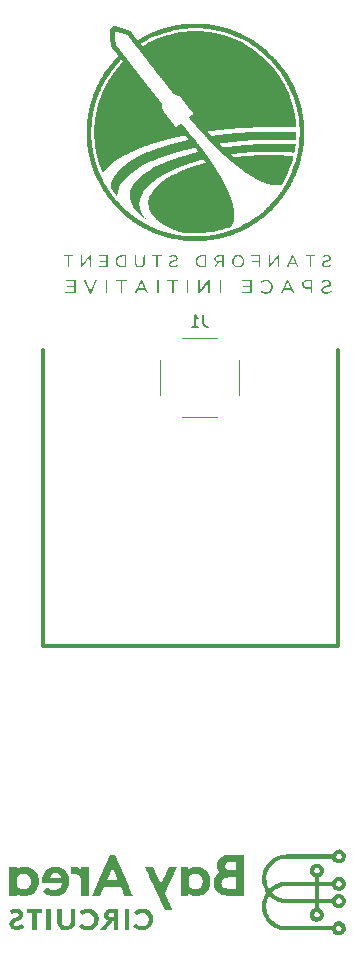
<source format=gbo>
%TF.GenerationSoftware,KiCad,Pcbnew,(6.0.5)*%
%TF.CreationDate,2023-01-23T16:46:34-08:00*%
%TF.ProjectId,Z_Panels,5a5f5061-6e65-46c7-932e-6b696361645f,rev?*%
%TF.SameCoordinates,Original*%
%TF.FileFunction,Legend,Bot*%
%TF.FilePolarity,Positive*%
%FSLAX46Y46*%
G04 Gerber Fmt 4.6, Leading zero omitted, Abs format (unit mm)*
G04 Created by KiCad (PCBNEW (6.0.5)) date 2023-01-23 16:46:34*
%MOMM*%
%LPD*%
G01*
G04 APERTURE LIST*
%ADD10C,0.300000*%
%ADD11C,0.150000*%
%ADD12C,0.120000*%
%ADD13C,3.000000*%
%ADD14C,3.800000*%
%ADD15C,2.600000*%
%ADD16R,1.700000X1.700000*%
%ADD17O,1.700000X1.700000*%
%ADD18C,2.050000*%
%ADD19C,2.250000*%
G04 APERTURE END LIST*
D10*
X170180000Y-105010000D02*
X170180000Y-80010000D01*
X195180000Y-105010000D02*
X170180000Y-105010000D01*
X195180000Y-105010000D02*
X195180000Y-80010000D01*
D11*
X183764776Y-76993345D02*
X183764776Y-77707631D01*
X183812395Y-77850488D01*
X183907633Y-77945726D01*
X184050490Y-77993345D01*
X184145728Y-77993345D01*
X182764776Y-77993345D02*
X183336204Y-77993345D01*
X183050490Y-77993345D02*
X183050490Y-76993345D01*
X183145728Y-77136203D01*
X183240966Y-77231441D01*
X183336204Y-77279060D01*
G36*
X170849958Y-129065391D02*
G01*
X170478703Y-129065391D01*
X170478703Y-127301932D01*
X170849958Y-127301932D01*
X170849958Y-129065391D01*
G37*
G36*
X172807016Y-123718373D02*
G01*
X172963302Y-123740854D01*
X173111907Y-123784993D01*
X173246533Y-123848851D01*
X173360883Y-123930490D01*
X173433271Y-123994208D01*
X173433271Y-123759545D01*
X174052028Y-123759545D01*
X174052028Y-126172699D01*
X173417802Y-126172699D01*
X173417802Y-124657902D01*
X173351976Y-124577152D01*
X173306722Y-124527630D01*
X173214838Y-124449641D01*
X173112814Y-124385060D01*
X173011620Y-124341482D01*
X172972329Y-124330715D01*
X172915173Y-124321303D01*
X172846460Y-124317600D01*
X172756630Y-124318754D01*
X172590708Y-124324038D01*
X172554515Y-124032620D01*
X172553920Y-124027823D01*
X172543075Y-123936910D01*
X172534339Y-123857205D01*
X172528185Y-123793574D01*
X172525086Y-123750886D01*
X172525514Y-123734009D01*
X172530035Y-123732314D01*
X172559107Y-123727702D01*
X172608330Y-123722623D01*
X172670287Y-123717902D01*
X172807016Y-123718373D01*
G37*
G36*
X187197711Y-124912933D02*
G01*
X187197857Y-125119330D01*
X187197866Y-125312746D01*
X187197743Y-125491187D01*
X187197491Y-125652658D01*
X187197115Y-125795163D01*
X187196617Y-125916707D01*
X187196002Y-126015294D01*
X187195274Y-126088929D01*
X187194437Y-126135617D01*
X187193495Y-126153363D01*
X187190037Y-126156378D01*
X187173468Y-126160696D01*
X187141456Y-126164225D01*
X187091788Y-126167024D01*
X187022250Y-126169153D01*
X186930631Y-126170673D01*
X186814715Y-126171644D01*
X186672291Y-126172126D01*
X186501144Y-126172178D01*
X186345622Y-126171861D01*
X186163327Y-126170767D01*
X186007024Y-126168780D01*
X185873892Y-126165761D01*
X185761110Y-126161570D01*
X185665855Y-126156070D01*
X185585307Y-126149122D01*
X185516643Y-126140586D01*
X185457042Y-126130324D01*
X185403682Y-126118197D01*
X185381788Y-126112337D01*
X185216784Y-126050699D01*
X185066643Y-125963183D01*
X184933685Y-125852034D01*
X184820228Y-125719498D01*
X184728595Y-125567822D01*
X184661103Y-125399252D01*
X184644912Y-125336195D01*
X184626699Y-125206056D01*
X184624363Y-125109651D01*
X185293179Y-125109651D01*
X185307435Y-125225762D01*
X185348861Y-125328191D01*
X185418596Y-125419864D01*
X185428896Y-125430323D01*
X185490744Y-125482718D01*
X185559035Y-125519783D01*
X185645999Y-125548433D01*
X185655448Y-125550688D01*
X185701503Y-125557587D01*
X185768714Y-125562784D01*
X185859519Y-125566385D01*
X185976358Y-125568498D01*
X186121669Y-125569227D01*
X186519994Y-125569411D01*
X186519994Y-124625805D01*
X186168076Y-124625922D01*
X186128662Y-124626032D01*
X186021135Y-124627265D01*
X185919907Y-124629691D01*
X185831137Y-124633093D01*
X185760985Y-124637253D01*
X185715609Y-124641952D01*
X185615696Y-124665268D01*
X185504289Y-124714474D01*
X185415023Y-124783727D01*
X185349212Y-124871610D01*
X185308166Y-124976709D01*
X185293199Y-125097608D01*
X185293179Y-125109651D01*
X184624363Y-125109651D01*
X184623336Y-125067261D01*
X184634823Y-124931742D01*
X184661159Y-124811433D01*
X184684792Y-124743763D01*
X184752857Y-124600217D01*
X184839363Y-124469459D01*
X184940089Y-124357359D01*
X185050812Y-124269784D01*
X185081378Y-124248440D01*
X185111111Y-124220857D01*
X185117224Y-124202703D01*
X185115507Y-124199899D01*
X185097359Y-124173338D01*
X185071385Y-124137739D01*
X185050078Y-124106246D01*
X185004329Y-124017422D01*
X184964451Y-123910993D01*
X184934150Y-123796178D01*
X184919036Y-123688345D01*
X184919489Y-123666731D01*
X185592537Y-123666731D01*
X185592727Y-123678658D01*
X185610607Y-123780347D01*
X185655650Y-123870888D01*
X185725089Y-123946134D01*
X185816158Y-124001937D01*
X185821069Y-124004038D01*
X185848821Y-124013265D01*
X185884544Y-124020337D01*
X185932831Y-124025650D01*
X185998277Y-124029603D01*
X186085473Y-124032591D01*
X186199014Y-124035011D01*
X186519994Y-124040689D01*
X186519994Y-123295477D01*
X186228892Y-123295477D01*
X186214064Y-123295487D01*
X186088659Y-123296858D01*
X185988962Y-123301196D01*
X185910291Y-123309453D01*
X185847967Y-123322585D01*
X185797309Y-123341545D01*
X185753637Y-123367287D01*
X185712270Y-123400765D01*
X185646694Y-123475807D01*
X185605864Y-123564716D01*
X185592537Y-123666731D01*
X184919489Y-123666731D01*
X184922273Y-123533829D01*
X184953251Y-123382715D01*
X185010145Y-123238461D01*
X185091130Y-123104525D01*
X185194380Y-122984366D01*
X185318069Y-122881443D01*
X185460372Y-122799214D01*
X185477817Y-122791154D01*
X185525581Y-122770657D01*
X185573108Y-122753496D01*
X185623514Y-122739374D01*
X185679919Y-122727999D01*
X185745438Y-122719074D01*
X185823188Y-122712306D01*
X185916288Y-122707399D01*
X186027855Y-122704059D01*
X186161005Y-122701990D01*
X186318856Y-122700899D01*
X186504525Y-122700491D01*
X187192893Y-122699922D01*
X187196003Y-124040689D01*
X187196876Y-124416975D01*
X187196994Y-124469182D01*
X187197292Y-124625805D01*
X187197425Y-124695552D01*
X187197711Y-124912933D01*
G37*
G36*
X177470664Y-129065391D02*
G01*
X177099410Y-129065391D01*
X177099410Y-127301932D01*
X177470664Y-127301932D01*
X177470664Y-129065391D01*
G37*
G36*
X171762965Y-127893619D02*
G01*
X171762997Y-127943988D01*
X171763272Y-128096465D01*
X171764151Y-128222047D01*
X171766091Y-128323858D01*
X171769548Y-128405023D01*
X171774979Y-128468667D01*
X171782841Y-128517914D01*
X171793590Y-128555889D01*
X171807683Y-128585717D01*
X171825576Y-128610523D01*
X171847725Y-128633430D01*
X171874588Y-128657564D01*
X171931730Y-128698447D01*
X172022804Y-128736992D01*
X172120981Y-128753998D01*
X172220003Y-128749914D01*
X172313613Y-128725189D01*
X172395554Y-128680272D01*
X172459568Y-128615612D01*
X172464992Y-128607891D01*
X172482985Y-128579654D01*
X172497673Y-128549871D01*
X172509388Y-128515276D01*
X172518462Y-128472605D01*
X172525228Y-128418592D01*
X172530018Y-128349970D01*
X172533166Y-128263475D01*
X172535002Y-128155840D01*
X172535860Y-128023800D01*
X172536072Y-127864090D01*
X172536072Y-127301932D01*
X172907327Y-127301932D01*
X172907210Y-127854947D01*
X172906920Y-127958326D01*
X172905793Y-128087983D01*
X172903918Y-128208185D01*
X172901401Y-128314635D01*
X172898348Y-128403036D01*
X172894865Y-128469093D01*
X172891059Y-128508509D01*
X172862312Y-128626174D01*
X172803780Y-128754477D01*
X172720973Y-128865278D01*
X172615666Y-128956741D01*
X172489634Y-129027027D01*
X172344651Y-129074298D01*
X172308952Y-129081054D01*
X172202958Y-129090047D01*
X172085878Y-129087586D01*
X171970152Y-129074286D01*
X171868217Y-129050762D01*
X171836396Y-129040004D01*
X171706022Y-128976750D01*
X171594117Y-128889474D01*
X171503011Y-128780325D01*
X171435034Y-128651450D01*
X171427700Y-128632796D01*
X171420113Y-128610635D01*
X171413956Y-128586377D01*
X171409048Y-128556819D01*
X171405209Y-128518754D01*
X171402258Y-128468979D01*
X171400015Y-128404289D01*
X171398298Y-128321480D01*
X171396928Y-128217347D01*
X171395724Y-128088685D01*
X171394504Y-127932291D01*
X171389769Y-127301932D01*
X171762625Y-127301932D01*
X171762965Y-127893619D01*
G37*
G36*
X193933865Y-124230557D02*
G01*
X193881082Y-124341357D01*
X193809536Y-124439484D01*
X193723710Y-124519001D01*
X193628088Y-124573975D01*
X193558478Y-124602602D01*
X193558362Y-124997060D01*
X194667923Y-124997060D01*
X194695867Y-124923582D01*
X194697179Y-124920237D01*
X194731752Y-124859033D01*
X194785707Y-124791326D01*
X194851581Y-124724710D01*
X194921913Y-124666776D01*
X194989239Y-124625117D01*
X195020498Y-124610904D01*
X195057832Y-124598617D01*
X195100671Y-124591436D01*
X195157485Y-124588064D01*
X195236742Y-124587202D01*
X195243828Y-124587202D01*
X195319578Y-124587990D01*
X195373863Y-124591261D01*
X195415459Y-124598492D01*
X195453141Y-124611156D01*
X195495683Y-124630730D01*
X195498304Y-124632026D01*
X195607513Y-124703324D01*
X195700419Y-124799173D01*
X195773563Y-124916019D01*
X195792413Y-124955581D01*
X195809760Y-124999826D01*
X195819442Y-125042664D01*
X195823646Y-125094870D01*
X195824562Y-125167218D01*
X195824449Y-125181589D01*
X195824132Y-125222114D01*
X195821044Y-125278834D01*
X195813089Y-125323183D01*
X195798088Y-125365919D01*
X195773867Y-125417799D01*
X195703880Y-125529890D01*
X195609141Y-125627847D01*
X195495842Y-125702206D01*
X195453742Y-125722257D01*
X195415752Y-125735634D01*
X195374317Y-125743164D01*
X195320279Y-125746490D01*
X195244477Y-125747253D01*
X195185424Y-125746832D01*
X195124742Y-125744054D01*
X195078780Y-125737326D01*
X195038184Y-125725105D01*
X194993600Y-125705846D01*
X194934053Y-125673085D01*
X194842966Y-125604155D01*
X194765089Y-125522353D01*
X194709171Y-125435984D01*
X194668495Y-125352846D01*
X193558362Y-125352846D01*
X193558362Y-126451140D01*
X194667923Y-126451140D01*
X194694608Y-126381267D01*
X194696608Y-126376181D01*
X194741582Y-126296300D01*
X194808584Y-126217179D01*
X194890099Y-126146479D01*
X194978608Y-126091860D01*
X194986138Y-126088168D01*
X195033284Y-126066402D01*
X195073103Y-126052651D01*
X195115159Y-126045092D01*
X195169015Y-126041904D01*
X195244236Y-126041264D01*
X195318403Y-126041978D01*
X195372930Y-126045202D01*
X195414582Y-126052574D01*
X195452504Y-126065731D01*
X195495842Y-126086311D01*
X195603992Y-126156446D01*
X195699714Y-126253322D01*
X195773867Y-126370718D01*
X195792421Y-126409659D01*
X195809747Y-126453843D01*
X195819428Y-126496672D01*
X195823641Y-126548905D01*
X195824562Y-126621299D01*
X195824122Y-126676749D01*
X195821010Y-126733278D01*
X195813004Y-126777562D01*
X195797917Y-126820377D01*
X195773563Y-126872498D01*
X195772158Y-126875335D01*
X195698532Y-126991747D01*
X195605220Y-127087082D01*
X195495683Y-127157787D01*
X195491978Y-127159601D01*
X195450133Y-127178581D01*
X195412461Y-127190768D01*
X195370188Y-127197635D01*
X195314540Y-127200659D01*
X195236742Y-127201315D01*
X195173939Y-127200831D01*
X195112506Y-127198160D01*
X195067252Y-127192010D01*
X195029817Y-127181116D01*
X194991835Y-127164208D01*
X194910412Y-127113887D01*
X194828997Y-127045156D01*
X194759066Y-126967966D01*
X194709667Y-126891078D01*
X194668495Y-126806926D01*
X193558362Y-126806926D01*
X193558362Y-127208960D01*
X193631840Y-127243160D01*
X193672784Y-127266298D01*
X193742372Y-127319288D01*
X193810975Y-127385024D01*
X193869692Y-127454657D01*
X193909621Y-127519338D01*
X193923693Y-127551924D01*
X193958951Y-127677313D01*
X193966796Y-127802257D01*
X193965274Y-127812756D01*
X193949259Y-127923203D01*
X193908374Y-128036600D01*
X193846175Y-128138896D01*
X193764694Y-128226540D01*
X193665966Y-128295980D01*
X193552024Y-128343663D01*
X193424900Y-128366039D01*
X193300060Y-128362756D01*
X193171778Y-128333363D01*
X193057593Y-128279316D01*
X192960078Y-128203187D01*
X192881805Y-128107549D01*
X192825347Y-127994974D01*
X192793276Y-127868035D01*
X192790271Y-127786465D01*
X193140081Y-127786465D01*
X193153171Y-127861390D01*
X193190812Y-127928793D01*
X193252709Y-127982649D01*
X193276814Y-127994275D01*
X193341974Y-128009793D01*
X193412909Y-128011632D01*
X193474129Y-127998670D01*
X193515599Y-127970647D01*
X193558572Y-127924296D01*
X193594046Y-127870860D01*
X193613273Y-127821481D01*
X193614726Y-127812756D01*
X193611811Y-127733293D01*
X193582223Y-127659746D01*
X193529784Y-127598650D01*
X193458315Y-127556539D01*
X193379480Y-127538824D01*
X193303203Y-127549595D01*
X193233414Y-127590566D01*
X193188744Y-127638151D01*
X193151840Y-127710043D01*
X193140081Y-127786465D01*
X192790271Y-127786465D01*
X192788165Y-127729304D01*
X192805331Y-127623915D01*
X192850852Y-127505361D01*
X192920373Y-127399458D01*
X193010470Y-127311229D01*
X193117717Y-127245700D01*
X193202577Y-127206850D01*
X193202577Y-126808362D01*
X191868380Y-126802875D01*
X191682380Y-126802102D01*
X191471123Y-126801173D01*
X191286976Y-126800254D01*
X191127791Y-126799289D01*
X190991423Y-126798220D01*
X190875724Y-126796989D01*
X190778550Y-126795540D01*
X190697754Y-126793814D01*
X190631190Y-126791755D01*
X190576712Y-126789306D01*
X190532173Y-126786407D01*
X190495427Y-126783004D01*
X190464329Y-126779037D01*
X190436732Y-126774450D01*
X190410490Y-126769186D01*
X190383457Y-126763186D01*
X190314490Y-126746493D01*
X190072476Y-126669603D01*
X190014250Y-126643258D01*
X195002140Y-126643258D01*
X195020333Y-126717931D01*
X195059863Y-126782465D01*
X195118612Y-126829037D01*
X195191794Y-126856983D01*
X195263782Y-126859707D01*
X195336385Y-126834672D01*
X195382361Y-126807564D01*
X195433348Y-126759749D01*
X195460664Y-126700061D01*
X195468776Y-126621299D01*
X195467317Y-126578626D01*
X195457541Y-126526875D01*
X195436221Y-126487080D01*
X195435444Y-126486042D01*
X195374192Y-126427042D01*
X195302451Y-126393361D01*
X195226249Y-126384714D01*
X195151612Y-126400818D01*
X195084566Y-126441389D01*
X195031140Y-126506144D01*
X195007404Y-126566266D01*
X195002140Y-126643258D01*
X190014250Y-126643258D01*
X189845767Y-126567026D01*
X189631310Y-126437218D01*
X189426055Y-126278633D01*
X189419391Y-126272924D01*
X189377084Y-126237802D01*
X189344985Y-126213021D01*
X189329596Y-126203637D01*
X189318782Y-126214441D01*
X189298635Y-126248260D01*
X189272879Y-126298978D01*
X189244527Y-126360324D01*
X189216592Y-126426026D01*
X189192088Y-126489813D01*
X189188386Y-126500239D01*
X189127692Y-126718316D01*
X189097536Y-126939122D01*
X189097821Y-127161182D01*
X189128449Y-127383022D01*
X189189322Y-127603167D01*
X189280343Y-127820142D01*
X189348584Y-127944848D01*
X189476644Y-128128209D01*
X189626624Y-128291704D01*
X189796214Y-128433728D01*
X189983101Y-128552671D01*
X190184975Y-128646926D01*
X190399523Y-128714887D01*
X190624436Y-128754945D01*
X190664457Y-128757689D01*
X190736082Y-128760279D01*
X190838086Y-128762607D01*
X190970187Y-128764668D01*
X191132101Y-128766462D01*
X191323545Y-128767987D01*
X191544235Y-128769239D01*
X191793888Y-128770217D01*
X192072220Y-128770918D01*
X192378948Y-128771340D01*
X192713788Y-128771481D01*
X194654843Y-128771481D01*
X194704195Y-128678887D01*
X194723613Y-128643934D01*
X194784276Y-128554758D01*
X194853622Y-128484696D01*
X194939853Y-128424905D01*
X195004263Y-128391840D01*
X195123877Y-128354152D01*
X195244329Y-128343321D01*
X195362203Y-128357246D01*
X195474084Y-128393826D01*
X195576557Y-128450961D01*
X195666206Y-128526549D01*
X195739617Y-128618489D01*
X195793375Y-128724682D01*
X195824063Y-128843025D01*
X195827733Y-128955096D01*
X195828268Y-128971418D01*
X195815459Y-129058966D01*
X195774131Y-129184008D01*
X195709067Y-129295076D01*
X195623147Y-129388556D01*
X195519252Y-129460838D01*
X195400259Y-129508308D01*
X195293777Y-129526304D01*
X195162138Y-129522212D01*
X195033796Y-129491044D01*
X194916189Y-129433942D01*
X194857597Y-129391667D01*
X194773658Y-129304859D01*
X194706597Y-129195224D01*
X194665681Y-129111798D01*
X192629030Y-129111798D01*
X192561161Y-129111799D01*
X192266466Y-129111810D01*
X192000635Y-129111784D01*
X191761963Y-129111656D01*
X191548744Y-129111360D01*
X191359275Y-129110831D01*
X191191851Y-129110002D01*
X191044766Y-129108808D01*
X190916316Y-129107185D01*
X190804797Y-129105065D01*
X190708503Y-129102384D01*
X190625730Y-129099076D01*
X190554773Y-129095076D01*
X190493927Y-129090317D01*
X190441488Y-129084735D01*
X190395750Y-129078263D01*
X190355010Y-129070837D01*
X190317562Y-129062390D01*
X190281702Y-129052857D01*
X190245724Y-129042173D01*
X190207925Y-129030272D01*
X190166599Y-129017088D01*
X190051573Y-128976300D01*
X189958623Y-128933905D01*
X195004708Y-128933905D01*
X195005376Y-128956736D01*
X195020005Y-129027399D01*
X195056990Y-129085610D01*
X195120568Y-129138869D01*
X195159506Y-129159124D01*
X195232937Y-129173067D01*
X195308581Y-129162795D01*
X195378159Y-129129967D01*
X195433394Y-129076240D01*
X195458406Y-129028165D01*
X195473880Y-128955096D01*
X195468916Y-128881680D01*
X195443084Y-128819311D01*
X195424884Y-128794311D01*
X195371216Y-128740060D01*
X195311045Y-128710695D01*
X195236742Y-128701871D01*
X195193235Y-128705088D01*
X195115443Y-128730785D01*
X195056007Y-128779571D01*
X195018054Y-128848319D01*
X195004708Y-128933905D01*
X189958623Y-128933905D01*
X189844585Y-128881892D01*
X189644720Y-128764006D01*
X189644434Y-128763816D01*
X189572182Y-128710001D01*
X189487558Y-128637664D01*
X189396747Y-128552989D01*
X189305933Y-128462161D01*
X189221299Y-128371364D01*
X189149032Y-128286782D01*
X189095314Y-128214600D01*
X189025963Y-128102771D01*
X188912722Y-127878106D01*
X188827175Y-127643953D01*
X188770927Y-127404321D01*
X188760530Y-127326216D01*
X188751623Y-127204045D01*
X188748267Y-127070283D01*
X188750455Y-126935440D01*
X188758179Y-126810022D01*
X188771432Y-126704537D01*
X188810106Y-126534457D01*
X188874630Y-126337502D01*
X188958393Y-126141272D01*
X189057860Y-125955016D01*
X189087810Y-125904737D01*
X189550363Y-125904737D01*
X189654599Y-126002244D01*
X189731682Y-126069707D01*
X189910417Y-126196808D01*
X190106202Y-126300200D01*
X190315142Y-126377994D01*
X190533336Y-126428298D01*
X190543404Y-126429841D01*
X190576730Y-126433898D01*
X190618229Y-126437428D01*
X190669970Y-126440464D01*
X190734022Y-126443038D01*
X190812454Y-126445186D01*
X190907337Y-126446940D01*
X191020740Y-126448334D01*
X191154733Y-126449401D01*
X191311385Y-126450176D01*
X191492765Y-126450691D01*
X191700944Y-126450981D01*
X191937991Y-126451078D01*
X193202577Y-126451140D01*
X193202577Y-125351715D01*
X191860646Y-125356869D01*
X191671439Y-125357604D01*
X191459869Y-125358478D01*
X191275487Y-125359346D01*
X191116206Y-125360264D01*
X190979937Y-125361287D01*
X190864593Y-125362467D01*
X190768086Y-125363862D01*
X190688329Y-125365524D01*
X190623232Y-125367509D01*
X190570709Y-125369871D01*
X190528672Y-125372665D01*
X190495033Y-125375946D01*
X190467704Y-125379768D01*
X190444597Y-125384186D01*
X190423624Y-125389255D01*
X190402698Y-125395028D01*
X190343977Y-125412576D01*
X190129676Y-125492269D01*
X189935398Y-125590332D01*
X189763634Y-125705367D01*
X189616878Y-125835975D01*
X189550363Y-125904737D01*
X189087810Y-125904737D01*
X189090777Y-125899756D01*
X189011607Y-125761682D01*
X188941365Y-125627903D01*
X188862539Y-125438374D01*
X188798118Y-125229094D01*
X188782587Y-125164519D01*
X188770488Y-125097746D01*
X188761919Y-125024547D01*
X188755936Y-124936754D01*
X188751597Y-124826198D01*
X188749976Y-124671308D01*
X188757275Y-124514759D01*
X188775464Y-124370925D01*
X188805738Y-124230753D01*
X188849288Y-124085194D01*
X188915249Y-123913954D01*
X189026988Y-123695644D01*
X189162721Y-123494299D01*
X189320449Y-123311497D01*
X189498168Y-123148814D01*
X189693878Y-123007827D01*
X189905577Y-122890116D01*
X189991866Y-122854612D01*
X195004708Y-122854612D01*
X195004754Y-122860819D01*
X195015670Y-122935915D01*
X195048745Y-122997078D01*
X195108312Y-123052586D01*
X195136112Y-123068369D01*
X195200115Y-123085834D01*
X195269663Y-123087985D01*
X195330323Y-123073465D01*
X195355066Y-123059455D01*
X195404940Y-123017003D01*
X195446827Y-122964847D01*
X195470692Y-122914361D01*
X195472958Y-122904307D01*
X195474850Y-122825492D01*
X195451972Y-122749640D01*
X195408063Y-122685033D01*
X195346859Y-122639954D01*
X195339324Y-122636519D01*
X195258798Y-122616045D01*
X195181225Y-122622661D01*
X195111818Y-122653096D01*
X195055787Y-122704079D01*
X195018347Y-122772341D01*
X195004708Y-122854612D01*
X189991866Y-122854612D01*
X190131263Y-122797256D01*
X190368935Y-122730825D01*
X190616592Y-122692401D01*
X190645274Y-122690575D01*
X190709165Y-122688328D01*
X190801799Y-122686252D01*
X190921931Y-122684354D01*
X191068319Y-122682645D01*
X191239717Y-122681133D01*
X191434883Y-122679829D01*
X191652572Y-122678740D01*
X191891541Y-122677877D01*
X192150545Y-122677248D01*
X192428341Y-122676863D01*
X192723684Y-122676732D01*
X194665681Y-122676719D01*
X194706597Y-122593293D01*
X194730172Y-122549489D01*
X194810149Y-122442239D01*
X194908750Y-122358468D01*
X195023194Y-122299748D01*
X195150698Y-122267657D01*
X195288481Y-122263770D01*
X195405994Y-122284572D01*
X195521035Y-122331299D01*
X195620643Y-122399578D01*
X195703039Y-122485781D01*
X195766441Y-122586279D01*
X195809069Y-122697444D01*
X195829142Y-122815646D01*
X195828797Y-122825492D01*
X195824879Y-122937258D01*
X195794501Y-123058650D01*
X195736226Y-123176195D01*
X195726357Y-123191163D01*
X195642949Y-123287533D01*
X195542011Y-123361846D01*
X195428271Y-123412989D01*
X195306457Y-123439850D01*
X195181297Y-123441316D01*
X195057519Y-123416274D01*
X194939853Y-123363612D01*
X194847823Y-123298791D01*
X194772079Y-123218641D01*
X194708318Y-123116648D01*
X194664391Y-123032578D01*
X192684367Y-123032632D01*
X192625695Y-123032634D01*
X192331971Y-123032663D01*
X192067163Y-123032763D01*
X191829571Y-123032990D01*
X191617494Y-123033398D01*
X191429230Y-123034044D01*
X191263079Y-123034982D01*
X191117339Y-123036266D01*
X190990309Y-123037953D01*
X190880289Y-123040097D01*
X190785578Y-123042752D01*
X190704473Y-123045975D01*
X190635276Y-123049821D01*
X190576283Y-123054343D01*
X190525795Y-123059597D01*
X190482110Y-123065639D01*
X190443527Y-123072524D01*
X190408346Y-123080305D01*
X190374865Y-123089039D01*
X190341383Y-123098781D01*
X190306199Y-123109585D01*
X190127184Y-123176377D01*
X189928633Y-123279310D01*
X189745992Y-123406122D01*
X189581494Y-123554481D01*
X189437376Y-123722054D01*
X189315870Y-123906511D01*
X189219211Y-124105518D01*
X189149633Y-124316744D01*
X189109846Y-124520828D01*
X189094784Y-124747199D01*
X189110601Y-124972017D01*
X189157274Y-125194987D01*
X189234780Y-125415816D01*
X189257479Y-125469373D01*
X189285492Y-125531688D01*
X189307852Y-125569543D01*
X189328697Y-125585302D01*
X189352165Y-125581330D01*
X189382395Y-125559990D01*
X189423527Y-125523647D01*
X189480507Y-125474475D01*
X189678449Y-125330012D01*
X189895768Y-125208457D01*
X189989304Y-125169556D01*
X194997228Y-125169556D01*
X195001601Y-125204516D01*
X195026072Y-125269357D01*
X195065654Y-125328684D01*
X195092183Y-125351715D01*
X195112999Y-125369787D01*
X195157165Y-125390839D01*
X195235147Y-125405983D01*
X195314087Y-125391666D01*
X195364545Y-125367522D01*
X195423212Y-125316225D01*
X195460049Y-125252358D01*
X195475033Y-125181589D01*
X195468139Y-125109583D01*
X195439345Y-125042007D01*
X195388626Y-124984528D01*
X195315959Y-124942811D01*
X195247496Y-124928363D01*
X195171721Y-124937531D01*
X195103313Y-124970143D01*
X195047765Y-125022291D01*
X195010572Y-125090064D01*
X194997228Y-125169556D01*
X189989304Y-125169556D01*
X190130203Y-125110957D01*
X190379495Y-125038659D01*
X190393065Y-125035562D01*
X190418112Y-125030282D01*
X190444351Y-125025662D01*
X190473907Y-125021647D01*
X190508903Y-125018183D01*
X190551465Y-125015218D01*
X190603718Y-125012697D01*
X190667786Y-125010565D01*
X190745794Y-125008770D01*
X190839867Y-125007257D01*
X190952129Y-125005972D01*
X191084705Y-125004862D01*
X191239720Y-125003872D01*
X191419299Y-125002949D01*
X191625566Y-125002039D01*
X191860646Y-125001088D01*
X193202577Y-124995779D01*
X193202577Y-124610752D01*
X193146765Y-124587432D01*
X193133740Y-124581713D01*
X193042459Y-124527799D01*
X192956658Y-124455445D01*
X192888374Y-124374567D01*
X192886824Y-124372272D01*
X192825368Y-124255072D01*
X192791916Y-124131971D01*
X192787231Y-124042664D01*
X193140701Y-124042664D01*
X193155059Y-124120131D01*
X193195408Y-124189084D01*
X193256770Y-124240267D01*
X193312145Y-124264869D01*
X193391659Y-124275899D01*
X193466883Y-124256369D01*
X193536978Y-124206381D01*
X193571666Y-124166162D01*
X193607466Y-124092220D01*
X193614449Y-124014915D01*
X193592550Y-123938947D01*
X193541703Y-123869017D01*
X193520365Y-123849858D01*
X193451258Y-123811040D01*
X193378325Y-123798147D01*
X193306834Y-123808895D01*
X193242056Y-123841003D01*
X193189261Y-123892189D01*
X193153719Y-123960170D01*
X193140701Y-124042664D01*
X192787231Y-124042664D01*
X192785367Y-124007145D01*
X192804623Y-123884773D01*
X192848583Y-123769033D01*
X192916148Y-123664101D01*
X193006219Y-123574155D01*
X193117695Y-123503373D01*
X193160920Y-123483334D01*
X193200169Y-123469710D01*
X193242330Y-123462039D01*
X193296740Y-123458658D01*
X193372735Y-123457900D01*
X193430649Y-123458323D01*
X193491750Y-123461085D01*
X193537943Y-123467771D01*
X193578563Y-123479916D01*
X193622947Y-123499054D01*
X193627615Y-123501267D01*
X193738234Y-123570292D01*
X193829957Y-123659958D01*
X193900386Y-123765747D01*
X193947125Y-123883141D01*
X193967780Y-124007620D01*
X193967331Y-124014915D01*
X193959955Y-124134667D01*
X193933865Y-124230557D01*
G37*
G36*
X178661564Y-127283323D02*
G01*
X178781511Y-127297987D01*
X178886072Y-127323048D01*
X178937665Y-127341436D01*
X179083589Y-127413890D01*
X179210982Y-127508665D01*
X179318112Y-127622734D01*
X179403247Y-127753071D01*
X179464654Y-127896650D01*
X179500600Y-128050445D01*
X179509355Y-128211430D01*
X179489184Y-128376580D01*
X179474023Y-128437839D01*
X179415280Y-128590749D01*
X179331489Y-128727923D01*
X179225021Y-128846993D01*
X179098247Y-128945592D01*
X178953536Y-129021350D01*
X178793259Y-129071900D01*
X178641486Y-129092107D01*
X178478299Y-129087699D01*
X178316410Y-129058768D01*
X178163090Y-129006636D01*
X178025613Y-128932620D01*
X178023810Y-128931419D01*
X177962707Y-128887065D01*
X177907882Y-128840893D01*
X177864178Y-128797680D01*
X177836440Y-128762204D01*
X177829513Y-128739241D01*
X177836446Y-128730232D01*
X177862770Y-128703598D01*
X177903768Y-128665202D01*
X177954271Y-128619982D01*
X178074358Y-128514587D01*
X178153093Y-128590478D01*
X178196214Y-128627688D01*
X178259960Y-128673435D01*
X178319182Y-128707324D01*
X178351159Y-128721548D01*
X178391872Y-128735535D01*
X178435528Y-128743634D01*
X178491450Y-128747372D01*
X178568959Y-128748278D01*
X178581066Y-128748270D01*
X178652399Y-128747394D01*
X178703259Y-128743825D01*
X178742822Y-128735812D01*
X178780265Y-128721603D01*
X178824763Y-128699447D01*
X178896600Y-128655570D01*
X178993660Y-128569345D01*
X179066743Y-128466834D01*
X179114607Y-128351432D01*
X179136012Y-128226529D01*
X179129719Y-128095519D01*
X179094485Y-127961795D01*
X179076151Y-127919735D01*
X179011597Y-127821354D01*
X178924252Y-127736081D01*
X178819646Y-127669792D01*
X178789384Y-127655228D01*
X178742399Y-127635829D01*
X178699009Y-127625029D01*
X178647715Y-127620456D01*
X178577019Y-127619737D01*
X178554715Y-127620019D01*
X178460337Y-127627212D01*
X178381727Y-127646966D01*
X178307308Y-127683242D01*
X178225502Y-127740001D01*
X178152751Y-127795625D01*
X177918683Y-127541701D01*
X177983762Y-127482872D01*
X178002696Y-127466955D01*
X178076151Y-127417384D01*
X178165980Y-127369509D01*
X178261592Y-127328587D01*
X178352394Y-127299875D01*
X178422722Y-127287236D01*
X178538034Y-127279569D01*
X178661564Y-127283323D01*
G37*
G36*
X172373785Y-124661083D02*
G01*
X172392745Y-124775881D01*
X172401606Y-124907450D01*
X172400386Y-125045382D01*
X172389102Y-125179269D01*
X172367770Y-125298704D01*
X172331455Y-125422294D01*
X172255422Y-125596344D01*
X172155716Y-125751457D01*
X172033645Y-125886475D01*
X171890515Y-126000239D01*
X171727634Y-126091591D01*
X171546307Y-126159375D01*
X171347842Y-126202431D01*
X171292702Y-126209291D01*
X171102675Y-126215059D01*
X170913370Y-126194605D01*
X170729488Y-126149325D01*
X170555730Y-126080616D01*
X170396798Y-125989873D01*
X170257392Y-125878495D01*
X170161590Y-125787813D01*
X170530440Y-125416647D01*
X170608370Y-125486712D01*
X170641785Y-125515037D01*
X170763082Y-125594873D01*
X170896172Y-125651965D01*
X171035295Y-125684795D01*
X171174693Y-125691841D01*
X171308609Y-125671584D01*
X171374150Y-125650253D01*
X171491509Y-125590812D01*
X171593829Y-125510654D01*
X171677213Y-125413861D01*
X171737765Y-125304513D01*
X171771590Y-125186690D01*
X171782005Y-125121082D01*
X170948594Y-125117080D01*
X170115183Y-125113077D01*
X170110243Y-124973857D01*
X170112049Y-124840043D01*
X170136667Y-124656743D01*
X170772613Y-124656743D01*
X171259885Y-124656743D01*
X171347750Y-124656796D01*
X171470379Y-124656815D01*
X171566543Y-124656135D01*
X171639030Y-124654048D01*
X171690629Y-124649850D01*
X171724128Y-124642832D01*
X171742316Y-124632289D01*
X171747981Y-124617513D01*
X171743912Y-124597799D01*
X171732898Y-124572439D01*
X171717728Y-124540726D01*
X171692820Y-124494303D01*
X171620636Y-124402882D01*
X171529528Y-124329314D01*
X171424926Y-124275995D01*
X171312259Y-124245319D01*
X171196957Y-124239679D01*
X171084448Y-124261469D01*
X171015356Y-124294013D01*
X170942663Y-124346957D01*
X170876646Y-124412480D01*
X170822716Y-124484323D01*
X170786286Y-124556228D01*
X170772764Y-124621938D01*
X170772613Y-124656743D01*
X170136667Y-124656743D01*
X170137352Y-124651643D01*
X170188042Y-124472643D01*
X170262478Y-124305935D01*
X170359020Y-124154410D01*
X170476028Y-124020959D01*
X170611861Y-123908475D01*
X170764879Y-123819848D01*
X170869305Y-123777362D01*
X171041468Y-123732914D01*
X171218052Y-123716049D01*
X171394998Y-123726114D01*
X171568249Y-123762457D01*
X171733747Y-123824424D01*
X171887434Y-123911363D01*
X172025253Y-124022621D01*
X172128454Y-124136016D01*
X172226560Y-124282134D01*
X172306190Y-124449658D01*
X172361070Y-124617513D01*
X172368839Y-124641274D01*
X172373785Y-124661083D01*
G37*
G36*
X177361280Y-125177896D02*
G01*
X177438717Y-125358972D01*
X177510010Y-125525796D01*
X177574402Y-125676596D01*
X177631138Y-125809600D01*
X177679459Y-125923034D01*
X177718609Y-126015126D01*
X177747831Y-126084105D01*
X177766369Y-126128196D01*
X177773466Y-126145629D01*
X177774683Y-126151493D01*
X177771702Y-126158860D01*
X177759573Y-126164297D01*
X177734664Y-126168096D01*
X177693344Y-126170545D01*
X177631981Y-126171935D01*
X177546944Y-126172557D01*
X177434601Y-126172699D01*
X177087075Y-126172699D01*
X176923440Y-125789843D01*
X176759806Y-125406987D01*
X175364558Y-125406987D01*
X175201917Y-125789843D01*
X175039275Y-126172699D01*
X174691564Y-126172699D01*
X174616046Y-126172648D01*
X174521629Y-126172231D01*
X174452186Y-126171150D01*
X174404087Y-126169114D01*
X174373702Y-126165834D01*
X174357398Y-126161020D01*
X174351546Y-126154381D01*
X174352516Y-126145629D01*
X174356422Y-126135883D01*
X174371813Y-126099124D01*
X174398101Y-126036979D01*
X174434530Y-125951220D01*
X174480344Y-125843620D01*
X174534785Y-125715951D01*
X174597096Y-125569987D01*
X174666521Y-125407498D01*
X174742304Y-125230259D01*
X174823686Y-125040041D01*
X174909912Y-124838617D01*
X174924765Y-124803938D01*
X175629860Y-124803938D01*
X175630198Y-124804235D01*
X175649266Y-124806152D01*
X175694778Y-124807872D01*
X175762821Y-124809328D01*
X175849479Y-124810452D01*
X175950841Y-124811176D01*
X176062991Y-124811433D01*
X176080143Y-124811423D01*
X176190940Y-124810898D01*
X176290369Y-124809644D01*
X176374515Y-124807770D01*
X176439465Y-124805382D01*
X176481305Y-124802590D01*
X176496121Y-124799500D01*
X176491407Y-124786038D01*
X176475743Y-124746970D01*
X176450439Y-124685739D01*
X176416879Y-124605643D01*
X176376445Y-124509981D01*
X176330522Y-124402053D01*
X176280492Y-124285158D01*
X176064863Y-123782748D01*
X176042076Y-123836889D01*
X176038016Y-123846465D01*
X176021200Y-123885839D01*
X175994632Y-123947854D01*
X175960000Y-124028580D01*
X175918989Y-124124088D01*
X175873285Y-124230450D01*
X175824575Y-124343737D01*
X175798142Y-124405261D01*
X175752792Y-124511161D01*
X175712421Y-124605870D01*
X175678485Y-124685944D01*
X175652442Y-124747942D01*
X175635749Y-124788421D01*
X175629860Y-124803938D01*
X174924765Y-124803938D01*
X175000225Y-124627759D01*
X175093868Y-124409240D01*
X175826559Y-122699922D01*
X176299423Y-122699922D01*
X177032113Y-124409240D01*
X177099674Y-124566884D01*
X177191001Y-124780080D01*
X177199316Y-124799500D01*
X177278456Y-124984341D01*
X177361280Y-125177896D01*
G37*
G36*
X168085160Y-127296681D02*
G01*
X168205605Y-127337168D01*
X168311146Y-127398223D01*
X168398166Y-127478705D01*
X168463050Y-127577475D01*
X168476502Y-127606308D01*
X168494790Y-127657740D01*
X168503361Y-127711343D01*
X168505160Y-127781380D01*
X168501147Y-127858313D01*
X168484273Y-127937327D01*
X168450506Y-128006259D01*
X168395853Y-128075864D01*
X168351039Y-128121148D01*
X168299153Y-128162635D01*
X168236498Y-128201290D01*
X168156774Y-128240975D01*
X168053677Y-128285552D01*
X168004880Y-128306231D01*
X167932511Y-128338578D01*
X167869516Y-128368601D01*
X167825596Y-128391782D01*
X167806496Y-128403830D01*
X167747033Y-128458646D01*
X167715687Y-128521642D01*
X167713396Y-128589839D01*
X167741097Y-128660262D01*
X167784922Y-128708385D01*
X167850423Y-128741668D01*
X167929562Y-128755560D01*
X168017178Y-128750407D01*
X168108109Y-128726557D01*
X168197193Y-128684355D01*
X168279268Y-128624147D01*
X168355263Y-128555821D01*
X168476035Y-128688493D01*
X168596808Y-128821164D01*
X168536142Y-128873061D01*
X168485255Y-128911692D01*
X168390582Y-128968939D01*
X168284089Y-129020546D01*
X168177119Y-129061213D01*
X168081017Y-129085642D01*
X168044517Y-129090816D01*
X167907167Y-129093843D01*
X167775374Y-129071950D01*
X167653404Y-129027063D01*
X167545523Y-128961105D01*
X167456000Y-128876000D01*
X167389099Y-128773670D01*
X167382852Y-128760750D01*
X167363749Y-128715225D01*
X167352753Y-128671778D01*
X167347818Y-128619425D01*
X167346896Y-128547182D01*
X167346990Y-128533244D01*
X167349139Y-128464776D01*
X167355463Y-128414894D01*
X167367978Y-128373052D01*
X167388703Y-128328709D01*
X167397426Y-128312624D01*
X167440335Y-128249596D01*
X167496115Y-128191810D01*
X167568233Y-128136884D01*
X167660157Y-128082434D01*
X167775355Y-128026077D01*
X167917294Y-127965429D01*
X167958391Y-127948021D01*
X168039330Y-127906923D01*
X168093611Y-127866399D01*
X168124087Y-127823966D01*
X168133612Y-127777140D01*
X168133582Y-127774258D01*
X168126631Y-127729174D01*
X168111182Y-127695384D01*
X168086355Y-127672953D01*
X168029443Y-127642052D01*
X167960683Y-127620140D01*
X167891689Y-127611651D01*
X167822253Y-127619133D01*
X167745732Y-127639966D01*
X167675599Y-127669893D01*
X167624126Y-127704648D01*
X167589223Y-127737439D01*
X167494803Y-127602114D01*
X167464506Y-127558011D01*
X167431354Y-127507836D01*
X167408744Y-127471228D01*
X167400384Y-127453999D01*
X167404102Y-127445891D01*
X167429472Y-127423600D01*
X167472940Y-127395795D01*
X167527508Y-127366400D01*
X167586180Y-127339337D01*
X167641959Y-127318530D01*
X167670545Y-127310027D01*
X167814014Y-127281970D01*
X167953424Y-127277902D01*
X168085160Y-127296681D01*
G37*
G36*
X174018180Y-127282468D02*
G01*
X174094764Y-127285049D01*
X174156302Y-127291672D01*
X174213619Y-127303791D01*
X174277541Y-127322858D01*
X174413416Y-127378486D01*
X174550271Y-127464296D01*
X174672987Y-127576800D01*
X174713566Y-127623875D01*
X174801954Y-127757904D01*
X174862392Y-127904968D01*
X174894688Y-128064506D01*
X174898649Y-128235955D01*
X174896660Y-128264292D01*
X174868857Y-128432991D01*
X174814771Y-128585529D01*
X174734581Y-128721591D01*
X174628466Y-128840862D01*
X174496604Y-128943027D01*
X174449313Y-128971696D01*
X174304147Y-129039260D01*
X174154948Y-129080456D01*
X174116437Y-129085577D01*
X174032283Y-129089821D01*
X173935893Y-129088539D01*
X173838013Y-129082266D01*
X173749391Y-129071535D01*
X173680774Y-129056882D01*
X173638316Y-129042864D01*
X173515077Y-128988491D01*
X173398484Y-128918340D01*
X173300654Y-128839345D01*
X173290998Y-128829954D01*
X173252782Y-128790190D01*
X173227165Y-128759219D01*
X173219259Y-128743088D01*
X173227167Y-128733403D01*
X173254410Y-128706240D01*
X173296070Y-128667241D01*
X173347057Y-128621259D01*
X173469674Y-128512501D01*
X173543552Y-128586379D01*
X173580983Y-128619913D01*
X173645321Y-128667665D01*
X173707111Y-128704268D01*
X173748037Y-128723200D01*
X173786769Y-128736550D01*
X173828721Y-128744033D01*
X173883125Y-128747242D01*
X173959215Y-128747769D01*
X173980420Y-128747646D01*
X174055413Y-128745562D01*
X174110409Y-128739993D01*
X174154243Y-128729650D01*
X174195747Y-128713243D01*
X174263379Y-128674313D01*
X174349503Y-128603194D01*
X174424521Y-128517663D01*
X174479371Y-128426870D01*
X174489296Y-128404863D01*
X174507394Y-128357759D01*
X174517854Y-128312456D01*
X174522669Y-128258056D01*
X174523831Y-128183662D01*
X174523674Y-128150516D01*
X174521276Y-128085507D01*
X174514422Y-128036093D01*
X174501117Y-127991374D01*
X174479371Y-127940453D01*
X174439045Y-127870100D01*
X174368008Y-127782791D01*
X174283901Y-127707811D01*
X174195747Y-127654263D01*
X174170745Y-127643789D01*
X174121325Y-127629609D01*
X174062030Y-127622155D01*
X173982418Y-127619737D01*
X173944609Y-127619763D01*
X173884773Y-127622115D01*
X173838794Y-127629491D01*
X173795233Y-127644225D01*
X173742650Y-127668650D01*
X173687934Y-127697624D01*
X173633413Y-127730181D01*
X173594815Y-127757274D01*
X173547529Y-127796295D01*
X173311057Y-127537915D01*
X173345093Y-127507112D01*
X173362303Y-127492181D01*
X173454796Y-127426170D01*
X173562619Y-127367273D01*
X173673039Y-127322651D01*
X173703754Y-127312949D01*
X173762828Y-127297351D01*
X173820501Y-127287994D01*
X173887533Y-127283438D01*
X173974684Y-127282239D01*
X174018180Y-127282468D01*
G37*
G36*
X170107449Y-127626780D02*
G01*
X169658849Y-127626780D01*
X169658849Y-129065391D01*
X169287904Y-129065391D01*
X169283882Y-128349953D01*
X169279860Y-127634514D01*
X169051694Y-127630234D01*
X168823527Y-127625953D01*
X168823527Y-127301932D01*
X170107449Y-127301932D01*
X170107449Y-127626780D01*
G37*
G36*
X184346497Y-125188179D02*
G01*
X184326503Y-125292415D01*
X184297158Y-125387858D01*
X184219664Y-125567092D01*
X184118965Y-125728446D01*
X183997032Y-125870104D01*
X183855840Y-125990250D01*
X183697361Y-126087069D01*
X183523569Y-126158745D01*
X183336436Y-126203463D01*
X183182359Y-126215605D01*
X183023265Y-126205499D01*
X182867580Y-126174538D01*
X182722936Y-126124243D01*
X182596961Y-126056133D01*
X182582846Y-126046703D01*
X182536551Y-126016326D01*
X182502867Y-125995073D01*
X182488287Y-125987072D01*
X182485701Y-125997294D01*
X182483462Y-126030926D01*
X182482601Y-126079886D01*
X182482601Y-126172699D01*
X181863843Y-126172699D01*
X181863843Y-125338850D01*
X182513539Y-125338850D01*
X182590933Y-125416244D01*
X182602011Y-125426952D01*
X182686959Y-125493264D01*
X182788162Y-125550583D01*
X182838153Y-125573577D01*
X182886752Y-125592149D01*
X182932970Y-125602989D01*
X182987913Y-125608554D01*
X183062686Y-125611299D01*
X183087065Y-125611700D01*
X183200135Y-125606475D01*
X183294817Y-125587091D01*
X183379903Y-125551017D01*
X183464189Y-125495722D01*
X183562327Y-125404600D01*
X183639589Y-125292819D01*
X183690784Y-125164554D01*
X183715668Y-125020263D01*
X183714923Y-124899737D01*
X183688931Y-124763556D01*
X183637618Y-124638392D01*
X183563033Y-124527930D01*
X183467223Y-124435858D01*
X183352235Y-124365861D01*
X183331135Y-124356458D01*
X183273507Y-124336540D01*
X183210145Y-124324929D01*
X183128524Y-124319001D01*
X183106422Y-124318351D01*
X182955109Y-124329893D01*
X182816101Y-124369761D01*
X182689705Y-124437837D01*
X182576230Y-124533999D01*
X182513539Y-124598598D01*
X182513539Y-125338850D01*
X181863843Y-125338850D01*
X181863843Y-123759545D01*
X182482601Y-123759545D01*
X182482601Y-123852358D01*
X182483567Y-123894579D01*
X182486743Y-123931115D01*
X182491368Y-123945172D01*
X182494364Y-123944307D01*
X182516487Y-123931192D01*
X182549772Y-123907311D01*
X182564920Y-123896421D01*
X182633653Y-123855788D01*
X182719330Y-123814523D01*
X182811637Y-123777292D01*
X182900262Y-123748759D01*
X182918093Y-123744266D01*
X183022751Y-123727505D01*
X183143694Y-123720580D01*
X183270080Y-123723334D01*
X183391068Y-123735613D01*
X183495817Y-123757263D01*
X183624922Y-123802308D01*
X183787957Y-123886538D01*
X183935245Y-123995416D01*
X184064709Y-124126747D01*
X184174274Y-124278340D01*
X184261864Y-124448002D01*
X184325404Y-124633540D01*
X184337088Y-124686016D01*
X184352813Y-124803254D01*
X184359635Y-124933055D01*
X184358246Y-125020263D01*
X184357535Y-125064878D01*
X184346497Y-125188179D01*
G37*
G36*
X179830506Y-124479769D02*
G01*
X180154199Y-125199994D01*
X180286201Y-124932236D01*
X180292592Y-124919267D01*
X180336152Y-124830667D01*
X180389549Y-124721793D01*
X180449640Y-124599068D01*
X180513282Y-124468915D01*
X180577332Y-124337755D01*
X180638647Y-124212011D01*
X180859090Y-123759545D01*
X181567672Y-123759545D01*
X181035125Y-124835915D01*
X181015899Y-124874783D01*
X180932492Y-125043636D01*
X180853423Y-125204074D01*
X180779738Y-125353955D01*
X180712483Y-125491133D01*
X180652704Y-125613465D01*
X180601448Y-125718805D01*
X180559761Y-125805010D01*
X180528689Y-125869935D01*
X180509279Y-125911437D01*
X180502577Y-125927370D01*
X180507820Y-125941444D01*
X180524932Y-125981143D01*
X180552681Y-126043461D01*
X180589779Y-126125564D01*
X180634938Y-126224617D01*
X180686869Y-126337784D01*
X180744286Y-126462231D01*
X180805901Y-126595123D01*
X180859665Y-126710864D01*
X180919288Y-126839350D01*
X180974300Y-126958040D01*
X181023295Y-127063891D01*
X181064864Y-127153861D01*
X181097602Y-127224909D01*
X181120102Y-127273991D01*
X181130956Y-127298065D01*
X181152687Y-127348339D01*
X180477202Y-127348339D01*
X179663197Y-125581012D01*
X179662201Y-125578851D01*
X179560483Y-125357969D01*
X179462281Y-125144649D01*
X179368381Y-124940601D01*
X179279567Y-124747537D01*
X179196628Y-124567168D01*
X179120349Y-124401207D01*
X179051515Y-124251363D01*
X178990914Y-124119348D01*
X178939331Y-124006875D01*
X178897553Y-123915653D01*
X178866365Y-123847395D01*
X178846554Y-123803812D01*
X178838906Y-123786615D01*
X178837397Y-123781377D01*
X178839294Y-123773779D01*
X178850196Y-123768176D01*
X178873758Y-123764266D01*
X178913635Y-123761749D01*
X178973484Y-123760324D01*
X179056960Y-123759689D01*
X179167717Y-123759545D01*
X179506813Y-123759545D01*
X179830506Y-124479769D01*
G37*
G36*
X169821246Y-125187746D02*
G01*
X169801168Y-125292415D01*
X169771823Y-125387858D01*
X169694329Y-125567092D01*
X169593630Y-125728446D01*
X169471697Y-125870104D01*
X169330505Y-125990250D01*
X169172026Y-126087069D01*
X168998234Y-126158745D01*
X168811101Y-126203463D01*
X168657024Y-126215605D01*
X168497930Y-126205499D01*
X168342245Y-126174538D01*
X168197601Y-126124243D01*
X168071626Y-126056133D01*
X168057511Y-126046703D01*
X168011216Y-126016326D01*
X167977532Y-125995073D01*
X167962952Y-125987072D01*
X167960366Y-125997294D01*
X167958127Y-126030926D01*
X167957266Y-126079886D01*
X167957266Y-126172699D01*
X167338508Y-126172699D01*
X167338508Y-125338850D01*
X167988204Y-125338850D01*
X168065598Y-125416244D01*
X168076676Y-125426952D01*
X168161624Y-125493264D01*
X168262827Y-125550583D01*
X168312818Y-125573577D01*
X168361417Y-125592149D01*
X168407635Y-125602989D01*
X168462578Y-125608554D01*
X168537351Y-125611299D01*
X168561730Y-125611700D01*
X168674800Y-125606475D01*
X168769482Y-125587091D01*
X168854568Y-125551017D01*
X168938854Y-125495722D01*
X169036992Y-125404600D01*
X169114255Y-125292819D01*
X169165449Y-125164554D01*
X169190333Y-125020263D01*
X169189588Y-124899737D01*
X169163596Y-124763556D01*
X169112283Y-124638392D01*
X169037698Y-124527930D01*
X168941888Y-124435858D01*
X168826900Y-124365861D01*
X168805800Y-124356458D01*
X168748172Y-124336540D01*
X168684810Y-124324929D01*
X168603189Y-124319001D01*
X168581087Y-124318351D01*
X168429774Y-124329893D01*
X168290766Y-124369761D01*
X168164370Y-124437837D01*
X168050895Y-124533999D01*
X167988204Y-124598598D01*
X167988204Y-125338850D01*
X167338508Y-125338850D01*
X167338508Y-123759545D01*
X167957266Y-123759545D01*
X167957266Y-123852358D01*
X167958232Y-123894579D01*
X167961408Y-123931115D01*
X167966033Y-123945172D01*
X167969029Y-123944307D01*
X167991152Y-123931192D01*
X168024437Y-123907311D01*
X168039706Y-123896340D01*
X168108372Y-123855766D01*
X168193985Y-123814521D01*
X168286264Y-123777259D01*
X168374927Y-123748635D01*
X168407218Y-123740929D01*
X168514605Y-123725825D01*
X168636830Y-123720577D01*
X168763254Y-123724958D01*
X168883239Y-123738741D01*
X168986146Y-123761697D01*
X169088974Y-123798016D01*
X169255284Y-123881679D01*
X169404629Y-123989974D01*
X169535382Y-124121155D01*
X169645916Y-124273479D01*
X169734605Y-124445200D01*
X169799824Y-124634575D01*
X169811434Y-124685837D01*
X169827362Y-124802540D01*
X169834321Y-124932179D01*
X169832964Y-125020263D01*
X169832289Y-125064124D01*
X169821246Y-125187746D01*
G37*
G36*
X176186742Y-129065391D02*
G01*
X176186742Y-128307413D01*
X176135465Y-128307413D01*
X176133652Y-128307424D01*
X176118458Y-128308922D01*
X176102772Y-128314711D01*
X176084265Y-128327293D01*
X176060608Y-128349172D01*
X176029472Y-128382852D01*
X175988527Y-128430836D01*
X175935444Y-128495627D01*
X175867894Y-128579728D01*
X175783547Y-128685644D01*
X175482905Y-129063876D01*
X175246820Y-129064633D01*
X175010734Y-129065391D01*
X175253989Y-128767614D01*
X175295611Y-128716669D01*
X175367712Y-128628442D01*
X175435978Y-128544938D01*
X175496476Y-128470967D01*
X175545271Y-128411338D01*
X175578431Y-128370861D01*
X175659619Y-128271886D01*
X175594465Y-128230486D01*
X175532680Y-128183859D01*
X175451790Y-128097039D01*
X175391958Y-127998820D01*
X175372965Y-127946251D01*
X175362559Y-127884361D01*
X175359523Y-127806654D01*
X175726173Y-127806654D01*
X175743328Y-127872647D01*
X175786263Y-127927492D01*
X175797538Y-127936697D01*
X175819112Y-127950846D01*
X175844394Y-127959758D01*
X175880192Y-127964636D01*
X175933311Y-127966682D01*
X176010560Y-127967096D01*
X176187789Y-127967096D01*
X176183398Y-127800805D01*
X176179008Y-127634514D01*
X176006128Y-127635852D01*
X175962423Y-127636502D01*
X175882370Y-127640838D01*
X175825373Y-127650743D01*
X175786035Y-127668190D01*
X175758959Y-127695154D01*
X175738746Y-127733606D01*
X175736925Y-127738190D01*
X175726173Y-127806654D01*
X175359523Y-127806654D01*
X175359385Y-127803113D01*
X175359393Y-127788814D01*
X175361394Y-127725238D01*
X175368972Y-127676752D01*
X175385236Y-127630010D01*
X175413295Y-127571661D01*
X175435199Y-127531524D01*
X175484343Y-127462452D01*
X175543197Y-127408328D01*
X175560791Y-127395362D01*
X175603227Y-127367680D01*
X175647088Y-127345987D01*
X175696589Y-127329575D01*
X175755942Y-127317735D01*
X175829362Y-127309759D01*
X175921062Y-127304938D01*
X176035255Y-127302566D01*
X176176155Y-127301932D01*
X176557997Y-127301932D01*
X176557997Y-129065391D01*
X176186742Y-129065391D01*
G37*
G36*
X188577016Y-72451295D02*
G01*
X188580281Y-72960670D01*
X188455000Y-72960670D01*
X188455000Y-72510670D01*
X187905000Y-72510670D01*
X187905000Y-72410670D01*
X188455000Y-72410670D01*
X188455000Y-72048606D01*
X187836250Y-72041920D01*
X187836250Y-71941920D01*
X188573750Y-71941920D01*
X188577016Y-72451295D01*
G37*
G36*
X194278347Y-74028635D02*
G01*
X194344248Y-74042392D01*
X194402384Y-74067218D01*
X194459068Y-74104698D01*
X194484783Y-74126385D01*
X194531811Y-74184916D01*
X194558847Y-74254993D01*
X194567500Y-74340114D01*
X194567371Y-74352033D01*
X194560074Y-74420591D01*
X194540116Y-74478670D01*
X194505440Y-74528033D01*
X194453989Y-74570440D01*
X194383709Y-74607655D01*
X194292541Y-74641441D01*
X194178430Y-74673558D01*
X194098323Y-74695057D01*
X194023927Y-74719508D01*
X193969250Y-74744898D01*
X193931530Y-74773408D01*
X193908006Y-74807222D01*
X193895917Y-74848520D01*
X193892500Y-74899484D01*
X193892968Y-74924421D01*
X193898062Y-74956073D01*
X193912776Y-74981456D01*
X193941982Y-75011611D01*
X193974323Y-75036973D01*
X194042946Y-75068068D01*
X194122729Y-75081956D01*
X194209525Y-75078949D01*
X194299185Y-75059362D01*
X194387561Y-75023507D01*
X194470506Y-74971698D01*
X194536250Y-74921934D01*
X194577889Y-74969427D01*
X194619527Y-75016920D01*
X194575346Y-75055241D01*
X194516877Y-75098624D01*
X194430425Y-75145735D01*
X194341193Y-75178388D01*
X194338554Y-75179084D01*
X194273722Y-75190555D01*
X194196342Y-75196246D01*
X194115632Y-75196151D01*
X194040806Y-75190265D01*
X193981082Y-75178583D01*
X193934569Y-75159330D01*
X193871092Y-75117083D01*
X193816335Y-75063128D01*
X193778388Y-75004420D01*
X193773042Y-74991030D01*
X193760151Y-74934809D01*
X193755548Y-74870004D01*
X193759497Y-74807240D01*
X193772260Y-74757143D01*
X193802706Y-74706888D01*
X193854868Y-74657655D01*
X193927790Y-74614220D01*
X194022805Y-74575804D01*
X194141247Y-74541630D01*
X194182866Y-74530980D01*
X194268958Y-74505403D01*
X194333704Y-74479292D01*
X194379642Y-74450811D01*
X194409312Y-74418125D01*
X194425251Y-74379395D01*
X194430000Y-74332787D01*
X194421382Y-74268243D01*
X194393069Y-74213530D01*
X194345295Y-74174243D01*
X194278344Y-74150610D01*
X194192500Y-74142858D01*
X194103703Y-74149558D01*
X194007030Y-74175835D01*
X193917500Y-74223467D01*
X193861250Y-74261188D01*
X193821315Y-74214276D01*
X193805465Y-74195240D01*
X193791427Y-74174080D01*
X193790986Y-74159604D01*
X193802118Y-74144449D01*
X193805510Y-74141174D01*
X193830947Y-74123189D01*
X193870417Y-74100175D01*
X193916926Y-74076287D01*
X193959671Y-74056568D01*
X193997505Y-74042479D01*
X194035242Y-74033863D01*
X194081248Y-74028848D01*
X194143888Y-74025566D01*
X194198368Y-74024360D01*
X194278347Y-74028635D01*
G37*
G36*
X187880000Y-75185670D02*
G01*
X187030000Y-75185670D01*
X187030000Y-75073170D01*
X187742500Y-75073170D01*
X187742500Y-74660670D01*
X187117500Y-74660670D01*
X187117500Y-74548170D01*
X187742500Y-74548170D01*
X187742500Y-74148170D01*
X187042500Y-74148170D01*
X187042500Y-74035670D01*
X187880000Y-74035670D01*
X187880000Y-75185670D01*
G37*
G36*
X191375700Y-74928186D02*
G01*
X191413117Y-75010269D01*
X191444202Y-75078385D01*
X191467953Y-75130337D01*
X191483369Y-75163926D01*
X191489445Y-75176952D01*
X191484302Y-75181009D01*
X191460369Y-75183665D01*
X191422897Y-75183202D01*
X191351004Y-75179420D01*
X191221380Y-74891920D01*
X190589173Y-74891920D01*
X190525212Y-75038566D01*
X190461250Y-75185213D01*
X190389375Y-75185441D01*
X190358188Y-75185011D01*
X190328835Y-75183175D01*
X190317500Y-75180356D01*
X190317792Y-75179465D01*
X190325141Y-75162303D01*
X190341656Y-75125086D01*
X190366357Y-75069984D01*
X190398264Y-74999171D01*
X190436397Y-74914817D01*
X190479776Y-74819094D01*
X190512239Y-74747608D01*
X190659582Y-74747608D01*
X190665960Y-74752751D01*
X190681957Y-74756339D01*
X190710650Y-74758649D01*
X190755115Y-74759956D01*
X190818427Y-74760537D01*
X190903663Y-74760670D01*
X190920260Y-74760649D01*
X190994814Y-74760035D01*
X191059298Y-74758664D01*
X191109978Y-74756676D01*
X191143123Y-74754207D01*
X191155000Y-74751395D01*
X191151271Y-74740085D01*
X191138771Y-74709530D01*
X191119132Y-74663837D01*
X191094076Y-74606810D01*
X191065322Y-74542249D01*
X191034591Y-74473958D01*
X191003602Y-74405738D01*
X190974076Y-74341392D01*
X190947732Y-74284722D01*
X190926292Y-74239531D01*
X190911474Y-74209620D01*
X190905000Y-74198792D01*
X190904546Y-74199200D01*
X190896622Y-74213909D01*
X190880655Y-74246939D01*
X190858374Y-74294475D01*
X190831509Y-74352697D01*
X190801789Y-74417788D01*
X190770943Y-74485931D01*
X190740702Y-74553307D01*
X190712794Y-74616099D01*
X190688950Y-74670489D01*
X190670898Y-74712661D01*
X190660368Y-74738795D01*
X190659748Y-74740633D01*
X190659582Y-74747608D01*
X190512239Y-74747608D01*
X190527421Y-74714175D01*
X190578353Y-74602231D01*
X190839205Y-74029420D01*
X190963537Y-74022000D01*
X191223819Y-74594460D01*
X191235491Y-74620131D01*
X191285885Y-74730919D01*
X191295205Y-74751395D01*
X191332956Y-74834337D01*
X191375700Y-74928186D01*
G37*
G36*
X172942500Y-75185670D02*
G01*
X172092500Y-75185670D01*
X172092500Y-75073170D01*
X172805000Y-75073170D01*
X172805000Y-74660670D01*
X172180000Y-74660670D01*
X172180000Y-74548170D01*
X172805000Y-74548170D01*
X172805000Y-74148170D01*
X172105000Y-74148170D01*
X172105000Y-74035670D01*
X172942500Y-74035670D01*
X172942500Y-75185670D01*
G37*
G36*
X184017781Y-72960670D02*
G01*
X183787504Y-72960670D01*
X183719947Y-72960439D01*
X183647854Y-72959223D01*
X183592623Y-72956641D01*
X183549600Y-72952336D01*
X183514131Y-72945948D01*
X183481562Y-72937120D01*
X183385267Y-72898191D01*
X183291280Y-72836955D01*
X183214992Y-72758341D01*
X183157006Y-72662859D01*
X183155152Y-72658885D01*
X183141034Y-72625754D01*
X183131890Y-72594910D01*
X183126665Y-72559533D01*
X183124303Y-72512805D01*
X183124269Y-72508784D01*
X183243318Y-72508784D01*
X183246812Y-72545373D01*
X183255466Y-72577404D01*
X183270449Y-72613219D01*
X183315996Y-72692854D01*
X183376507Y-72758163D01*
X183452730Y-72807043D01*
X183455796Y-72808545D01*
X183484867Y-72821863D01*
X183511929Y-72831260D01*
X183542385Y-72837564D01*
X183581635Y-72841601D01*
X183635081Y-72844201D01*
X183708125Y-72846191D01*
X183892500Y-72850462D01*
X183892500Y-72045389D01*
X183714375Y-72050306D01*
X183664103Y-72051855D01*
X183604446Y-72054686D01*
X183560477Y-72058827D01*
X183526567Y-72065124D01*
X183497090Y-72074423D01*
X183466419Y-72087569D01*
X183402709Y-72124251D01*
X183330917Y-72187758D01*
X183277771Y-72264126D01*
X183273288Y-72273233D01*
X183259105Y-72313124D01*
X183250147Y-72363435D01*
X183244996Y-72431399D01*
X183243817Y-72459298D01*
X183243318Y-72508784D01*
X183124269Y-72508784D01*
X183123750Y-72447907D01*
X183123831Y-72411966D01*
X183124921Y-72358984D01*
X183128298Y-72320343D01*
X183135223Y-72289056D01*
X183146956Y-72258136D01*
X183164758Y-72220596D01*
X183181846Y-72188966D01*
X183246462Y-72103242D01*
X183328790Y-72033360D01*
X183426248Y-71981211D01*
X183536250Y-71948687D01*
X183541953Y-71947685D01*
X183588335Y-71942665D01*
X183652670Y-71939246D01*
X183728971Y-71937657D01*
X183811250Y-71938129D01*
X184011250Y-71941920D01*
X184011913Y-72045389D01*
X184014516Y-72451295D01*
X184017781Y-72960670D01*
G37*
G36*
X175301148Y-71938607D02*
G01*
X175673750Y-71941920D01*
X175677016Y-72451295D01*
X175680281Y-72960670D01*
X174930000Y-72960670D01*
X174930000Y-72860670D01*
X175555000Y-72860670D01*
X175555000Y-72498170D01*
X174992500Y-72498170D01*
X174992500Y-72398170D01*
X175555000Y-72398170D01*
X175555000Y-72048606D01*
X174936250Y-72041920D01*
X174932398Y-71988607D01*
X174928545Y-71935295D01*
X175301148Y-71938607D01*
G37*
G36*
X185505281Y-72960670D02*
G01*
X185380000Y-72960670D01*
X185380000Y-72560670D01*
X185098028Y-72560670D01*
X184948750Y-72760670D01*
X184799473Y-72960670D01*
X184727237Y-72960670D01*
X184695716Y-72960253D01*
X184666339Y-72958754D01*
X184655000Y-72956538D01*
X184655220Y-72956022D01*
X184664714Y-72942119D01*
X184686600Y-72911855D01*
X184718614Y-72868309D01*
X184758495Y-72814563D01*
X184803981Y-72753695D01*
X184812058Y-72742901D01*
X184856431Y-72682781D01*
X184894397Y-72629986D01*
X184923771Y-72587654D01*
X184942365Y-72558926D01*
X184947991Y-72546941D01*
X184934997Y-72539512D01*
X184907945Y-72531883D01*
X184903105Y-72530804D01*
X184853259Y-72510117D01*
X184800704Y-72474836D01*
X184753907Y-72431546D01*
X184721338Y-72386828D01*
X184716594Y-72377054D01*
X184697726Y-72313745D01*
X184691916Y-72248170D01*
X184811667Y-72248170D01*
X184812599Y-72271710D01*
X184828001Y-72335060D01*
X184863747Y-72385541D01*
X184921678Y-72426130D01*
X184943790Y-72436496D01*
X184968149Y-72444215D01*
X184999013Y-72449678D01*
X185041007Y-72453471D01*
X185098753Y-72456177D01*
X185176875Y-72458382D01*
X185380000Y-72463239D01*
X185380000Y-72046062D01*
X185170625Y-72050269D01*
X185120224Y-72051420D01*
X185051318Y-72053840D01*
X185000572Y-72057231D01*
X184963669Y-72062055D01*
X184936294Y-72068778D01*
X184914129Y-72077864D01*
X184898606Y-72086206D01*
X184849330Y-72126754D01*
X184820839Y-72179930D01*
X184811667Y-72248170D01*
X184691916Y-72248170D01*
X184691354Y-72241826D01*
X184697645Y-72171286D01*
X184716764Y-72112113D01*
X184752617Y-72059484D01*
X184813496Y-72005029D01*
X184888061Y-71965330D01*
X184907392Y-71958617D01*
X184932619Y-71952406D01*
X184963757Y-71947921D01*
X185004621Y-71944896D01*
X185059030Y-71943065D01*
X185130800Y-71942161D01*
X185223750Y-71941920D01*
X185498750Y-71941920D01*
X185499418Y-72046062D01*
X185502016Y-72451295D01*
X185505281Y-72960670D01*
G37*
G36*
X173498750Y-71941920D02*
G01*
X173511250Y-72737468D01*
X173823750Y-72336679D01*
X174136250Y-71935891D01*
X174192500Y-71938905D01*
X174248750Y-71941920D01*
X174252016Y-72451295D01*
X174255281Y-72960670D01*
X174130338Y-72960670D01*
X174127044Y-72549858D01*
X174123750Y-72139047D01*
X173801011Y-72549858D01*
X173478271Y-72960670D01*
X173380000Y-72960670D01*
X173380000Y-71934300D01*
X173498750Y-71941920D01*
G37*
G36*
X182505000Y-75185670D02*
G01*
X182367500Y-75185670D01*
X182367500Y-74035670D01*
X182505000Y-74035670D01*
X182505000Y-75185670D01*
G37*
G36*
X187226636Y-72504711D02*
G01*
X187205954Y-72615253D01*
X187164258Y-72715919D01*
X187103681Y-72804132D01*
X187026357Y-72877315D01*
X186934419Y-72932893D01*
X186830000Y-72968288D01*
X186800563Y-72974442D01*
X186738519Y-72983066D01*
X186681597Y-72982514D01*
X186616996Y-72973074D01*
X186612717Y-72972245D01*
X186503599Y-72938520D01*
X186406845Y-72883899D01*
X186324559Y-72810250D01*
X186258844Y-72719440D01*
X186211802Y-72613336D01*
X186198332Y-72549424D01*
X186193298Y-72469154D01*
X186193636Y-72461212D01*
X186317506Y-72461212D01*
X186324211Y-72542212D01*
X186341867Y-72612508D01*
X186352002Y-72636786D01*
X186399113Y-72714644D01*
X186461550Y-72780745D01*
X186533570Y-72828615D01*
X186582756Y-72848840D01*
X186675727Y-72868079D01*
X186768022Y-72864478D01*
X186856333Y-72839184D01*
X186937347Y-72793345D01*
X187007753Y-72728110D01*
X187064242Y-72644627D01*
X187076207Y-72620688D01*
X187087997Y-72590212D01*
X187094753Y-72557367D01*
X187097839Y-72514616D01*
X187098616Y-72454420D01*
X187098475Y-72421643D01*
X187096578Y-72369339D01*
X187091419Y-72330185D01*
X187081670Y-72296247D01*
X187066003Y-72259588D01*
X187023142Y-72187579D01*
X186956308Y-72116969D01*
X186875028Y-72065610D01*
X186868147Y-72062533D01*
X186791983Y-72040751D01*
X186706564Y-72034078D01*
X186621553Y-72042501D01*
X186546614Y-72066008D01*
X186539141Y-72069612D01*
X186465839Y-72118010D01*
X186401208Y-72183338D01*
X186352651Y-72258259D01*
X186335845Y-72303219D01*
X186321475Y-72378538D01*
X186317506Y-72461212D01*
X186193636Y-72461212D01*
X186196942Y-72383493D01*
X186208867Y-72301469D01*
X186228672Y-72232112D01*
X186266526Y-72160340D01*
X186325828Y-72085583D01*
X186398262Y-72020097D01*
X186477754Y-71970266D01*
X186504332Y-71957433D01*
X186535720Y-71944231D01*
X186565404Y-71935997D01*
X186600059Y-71931563D01*
X186646362Y-71929761D01*
X186710988Y-71929420D01*
X186749384Y-71929511D01*
X186803287Y-71930564D01*
X186841983Y-71933644D01*
X186871790Y-71939789D01*
X186899023Y-71950037D01*
X186930000Y-71965428D01*
X186987776Y-71999173D01*
X187079115Y-72072061D01*
X187148945Y-72157664D01*
X187197103Y-72255700D01*
X187223431Y-72365887D01*
X187226576Y-72454420D01*
X187227767Y-72487944D01*
X187226636Y-72504711D01*
G37*
G36*
X181240003Y-71929487D02*
G01*
X181316417Y-71932773D01*
X181375353Y-71942629D01*
X181422911Y-71961299D01*
X181465195Y-71991027D01*
X181508306Y-72034056D01*
X181516459Y-72043403D01*
X181557907Y-72109011D01*
X181575332Y-72179979D01*
X181569476Y-72259034D01*
X181566030Y-72274318D01*
X181546716Y-72329035D01*
X181516548Y-72374464D01*
X181472700Y-72412650D01*
X181412347Y-72445640D01*
X181332663Y-72475478D01*
X181230822Y-72504211D01*
X181227335Y-72505098D01*
X181137077Y-72530643D01*
X181069069Y-72556422D01*
X181020711Y-72584374D01*
X180989404Y-72616441D01*
X180972550Y-72654561D01*
X180967547Y-72700674D01*
X180975098Y-72749497D01*
X181003613Y-72798783D01*
X181051618Y-72835496D01*
X181117276Y-72858321D01*
X181198750Y-72865947D01*
X181215351Y-72865740D01*
X181280338Y-72861222D01*
X181337532Y-72849014D01*
X181393366Y-72826682D01*
X181454269Y-72791795D01*
X181526673Y-72741920D01*
X181535857Y-72738276D01*
X181554883Y-72745609D01*
X181582247Y-72771959D01*
X181620569Y-72814498D01*
X181590910Y-72837957D01*
X181532817Y-72878327D01*
X181458142Y-72919976D01*
X181386414Y-72950685D01*
X181372187Y-72955134D01*
X181299868Y-72968155D01*
X181205000Y-72972639D01*
X181202003Y-72972645D01*
X181140775Y-72971557D01*
X181096051Y-72967240D01*
X181059740Y-72958403D01*
X181023750Y-72943759D01*
X180972851Y-72914424D01*
X180913706Y-72860995D01*
X180871837Y-72797665D01*
X180848398Y-72728355D01*
X180844542Y-72656984D01*
X180861421Y-72587472D01*
X180900190Y-72523739D01*
X180908757Y-72514535D01*
X180955487Y-72479447D01*
X181021890Y-72445187D01*
X181103798Y-72413677D01*
X181197042Y-72386839D01*
X181221616Y-72380612D01*
X181310341Y-72353054D01*
X181376283Y-72322449D01*
X181421195Y-72287523D01*
X181446833Y-72247001D01*
X181454954Y-72199609D01*
X181449074Y-72152621D01*
X181423191Y-72101888D01*
X181377058Y-72065292D01*
X181311080Y-72043123D01*
X181225659Y-72035670D01*
X181204036Y-72035809D01*
X181160248Y-72038226D01*
X181123953Y-72045623D01*
X181085454Y-72060536D01*
X181035052Y-72085499D01*
X181016331Y-72095174D01*
X180974101Y-72115720D01*
X180946291Y-72123982D01*
X180927034Y-72119244D01*
X180910462Y-72100791D01*
X180890707Y-72067909D01*
X180889972Y-72066610D01*
X180884945Y-72050641D01*
X180890921Y-72035475D01*
X180910913Y-72018495D01*
X180947935Y-71997085D01*
X181005000Y-71968625D01*
X181014899Y-71963880D01*
X181050780Y-71947962D01*
X181082256Y-71937874D01*
X181116677Y-71932299D01*
X181161392Y-71929920D01*
X181223750Y-71929420D01*
X181240003Y-71929487D01*
G37*
G36*
X185280000Y-75185670D02*
G01*
X185142500Y-75185670D01*
X185142500Y-74035670D01*
X185280000Y-74035670D01*
X185280000Y-75185670D01*
G37*
G36*
X191735032Y-72705732D02*
G01*
X191770961Y-72786384D01*
X191800721Y-72853688D01*
X191823266Y-72905290D01*
X191837555Y-72938838D01*
X191842544Y-72951979D01*
X191839200Y-72955087D01*
X191817894Y-72958550D01*
X191783433Y-72958229D01*
X191724365Y-72954420D01*
X191667808Y-72826479D01*
X191611250Y-72698539D01*
X191330952Y-72701479D01*
X191050654Y-72704420D01*
X190993509Y-72832545D01*
X190936363Y-72960670D01*
X190805632Y-72960670D01*
X190846887Y-72870045D01*
X190859782Y-72841669D01*
X190882575Y-72791440D01*
X190912856Y-72724662D01*
X190949141Y-72644609D01*
X190980674Y-72575019D01*
X191107084Y-72575019D01*
X191116760Y-72578280D01*
X191147679Y-72581238D01*
X191196079Y-72583578D01*
X191258130Y-72585116D01*
X191330000Y-72585670D01*
X191393810Y-72585258D01*
X191459625Y-72583764D01*
X191510264Y-72581335D01*
X191542452Y-72578137D01*
X191552917Y-72574337D01*
X191547015Y-72559514D01*
X191531693Y-72523631D01*
X191510075Y-72474501D01*
X191483990Y-72416134D01*
X191455269Y-72352538D01*
X191425739Y-72287725D01*
X191397230Y-72225703D01*
X191371572Y-72170481D01*
X191350594Y-72126070D01*
X191336125Y-72096479D01*
X191329994Y-72085718D01*
X191328312Y-72088109D01*
X191318110Y-72108109D01*
X191300416Y-72145116D01*
X191277046Y-72195145D01*
X191249815Y-72254207D01*
X191220541Y-72318316D01*
X191191039Y-72383485D01*
X191163126Y-72445726D01*
X191138618Y-72501054D01*
X191119332Y-72545480D01*
X191107084Y-72575019D01*
X190980674Y-72575019D01*
X190989947Y-72554555D01*
X191033790Y-72457776D01*
X191079184Y-72357545D01*
X191270226Y-71935670D01*
X191387326Y-71935670D01*
X191614957Y-72438795D01*
X191648838Y-72513794D01*
X191676087Y-72574337D01*
X191693977Y-72614084D01*
X191735032Y-72705732D01*
G37*
G36*
X177286250Y-74154420D02*
G01*
X177095625Y-74157870D01*
X176905000Y-74161321D01*
X176905000Y-75185670D01*
X176767500Y-75185670D01*
X176767500Y-74160670D01*
X176380000Y-74160670D01*
X176380000Y-74035670D01*
X177293870Y-74035670D01*
X177286250Y-74154420D01*
G37*
G36*
X172730000Y-72048170D02*
G01*
X172392500Y-72048170D01*
X172392500Y-72960670D01*
X172267500Y-72960670D01*
X172267500Y-72048170D01*
X171930000Y-72048170D01*
X171930000Y-71935670D01*
X172730000Y-71935670D01*
X172730000Y-72048170D01*
G37*
G36*
X180255000Y-72048170D02*
G01*
X179917500Y-72048170D01*
X179917500Y-72960670D01*
X179792500Y-72960670D01*
X179792500Y-72048170D01*
X179455000Y-72048170D01*
X179455000Y-71935670D01*
X180255000Y-71935670D01*
X180255000Y-72048170D01*
G37*
G36*
X189423750Y-71941920D02*
G01*
X189436250Y-72737468D01*
X189748750Y-72336679D01*
X190061250Y-71935891D01*
X190117500Y-71938905D01*
X190173750Y-71941920D01*
X190177016Y-72451295D01*
X190180281Y-72960670D01*
X190055338Y-72960670D01*
X190052044Y-72549858D01*
X190048750Y-72139047D01*
X189726011Y-72549858D01*
X189403271Y-72960670D01*
X189305000Y-72960670D01*
X189305000Y-71934300D01*
X189423750Y-71941920D01*
G37*
G36*
X194215003Y-71929487D02*
G01*
X194291417Y-71932773D01*
X194350353Y-71942629D01*
X194397911Y-71961299D01*
X194440195Y-71991027D01*
X194483306Y-72034056D01*
X194491459Y-72043403D01*
X194532907Y-72109011D01*
X194550332Y-72179979D01*
X194544476Y-72259034D01*
X194541030Y-72274318D01*
X194521716Y-72329035D01*
X194491548Y-72374464D01*
X194447700Y-72412650D01*
X194387347Y-72445640D01*
X194307663Y-72475478D01*
X194205822Y-72504211D01*
X194202335Y-72505098D01*
X194112077Y-72530643D01*
X194044069Y-72556422D01*
X193995711Y-72584374D01*
X193964404Y-72616441D01*
X193947550Y-72654561D01*
X193942547Y-72700674D01*
X193950098Y-72749497D01*
X193978613Y-72798783D01*
X194026618Y-72835496D01*
X194092276Y-72858321D01*
X194173750Y-72865947D01*
X194190351Y-72865740D01*
X194255338Y-72861222D01*
X194312532Y-72849014D01*
X194368366Y-72826682D01*
X194429269Y-72791795D01*
X194501673Y-72741920D01*
X194510857Y-72738276D01*
X194529883Y-72745609D01*
X194557247Y-72771959D01*
X194595569Y-72814498D01*
X194565910Y-72837957D01*
X194507817Y-72878327D01*
X194433142Y-72919976D01*
X194361414Y-72950685D01*
X194347187Y-72955134D01*
X194274868Y-72968155D01*
X194180000Y-72972639D01*
X194177003Y-72972645D01*
X194115775Y-72971557D01*
X194071051Y-72967240D01*
X194034740Y-72958403D01*
X193998750Y-72943759D01*
X193947851Y-72914424D01*
X193888706Y-72860995D01*
X193846837Y-72797665D01*
X193823398Y-72728355D01*
X193819542Y-72656984D01*
X193836421Y-72587472D01*
X193875190Y-72523739D01*
X193883757Y-72514535D01*
X193930487Y-72479447D01*
X193996890Y-72445187D01*
X194078798Y-72413677D01*
X194172042Y-72386839D01*
X194196616Y-72380612D01*
X194285341Y-72353054D01*
X194351283Y-72322449D01*
X194396195Y-72287523D01*
X194421833Y-72247001D01*
X194429954Y-72199609D01*
X194424074Y-72152621D01*
X194398191Y-72101888D01*
X194352058Y-72065292D01*
X194286080Y-72043123D01*
X194200659Y-72035670D01*
X194179036Y-72035809D01*
X194135248Y-72038226D01*
X194098953Y-72045623D01*
X194060454Y-72060536D01*
X194010052Y-72085499D01*
X193991331Y-72095174D01*
X193949101Y-72115720D01*
X193921291Y-72123982D01*
X193902034Y-72119244D01*
X193885462Y-72100791D01*
X193865707Y-72067909D01*
X193864972Y-72066610D01*
X193859945Y-72050641D01*
X193865921Y-72035475D01*
X193885913Y-72018495D01*
X193922935Y-71997085D01*
X193980000Y-71968625D01*
X193989899Y-71963880D01*
X194025780Y-71947962D01*
X194057256Y-71937874D01*
X194091677Y-71932299D01*
X194136392Y-71929920D01*
X194198750Y-71929420D01*
X194215003Y-71929487D01*
G37*
G36*
X179967500Y-75185670D02*
G01*
X179830000Y-75185670D01*
X179830000Y-74035670D01*
X179967500Y-74035670D01*
X179967500Y-75185670D01*
G37*
G36*
X175630000Y-75185670D02*
G01*
X175492500Y-75185670D01*
X175492500Y-74035670D01*
X175630000Y-74035670D01*
X175630000Y-75185670D01*
G37*
G36*
X178814589Y-72300575D02*
G01*
X178813069Y-72408503D01*
X178811388Y-72494884D01*
X178809346Y-72562528D01*
X178806738Y-72614569D01*
X178803358Y-72654143D01*
X178799001Y-72684386D01*
X178793463Y-72708433D01*
X178786538Y-72729420D01*
X178772906Y-72759025D01*
X178732141Y-72819125D01*
X178678712Y-72875761D01*
X178619466Y-72922179D01*
X178561250Y-72951625D01*
X178555804Y-72953404D01*
X178508276Y-72964306D01*
X178449500Y-72969563D01*
X178372790Y-72969822D01*
X178329911Y-72968526D01*
X178281084Y-72965117D01*
X178244012Y-72958519D01*
X178210744Y-72947115D01*
X178173327Y-72929290D01*
X178165391Y-72925115D01*
X178093184Y-72873730D01*
X178036623Y-72805160D01*
X177993550Y-72716854D01*
X177989715Y-72706315D01*
X177982866Y-72684501D01*
X177977583Y-72660668D01*
X177973665Y-72631536D01*
X177970910Y-72593819D01*
X177969117Y-72544235D01*
X177968085Y-72479501D01*
X177967613Y-72396334D01*
X177967500Y-72291451D01*
X177967500Y-71935670D01*
X178078261Y-71935670D01*
X178082256Y-72289725D01*
X178086250Y-72643781D01*
X178123846Y-72717247D01*
X178134313Y-72737017D01*
X178159130Y-72774929D01*
X178188121Y-72801802D01*
X178230096Y-72826712D01*
X178250017Y-72836892D01*
X178282228Y-72850609D01*
X178313362Y-72857754D01*
X178352087Y-72859886D01*
X178407072Y-72858566D01*
X178429780Y-72857602D01*
X178477904Y-72853998D01*
X178511849Y-72847360D01*
X178539536Y-72835644D01*
X178568889Y-72816805D01*
X178569087Y-72816666D01*
X178616582Y-72772419D01*
X178654317Y-72717192D01*
X178655581Y-72714735D01*
X178664621Y-72696369D01*
X178671750Y-72678457D01*
X178677257Y-72657818D01*
X178681433Y-72631271D01*
X178684568Y-72595633D01*
X178686952Y-72547724D01*
X178688875Y-72484363D01*
X178690628Y-72402367D01*
X178692500Y-72298557D01*
X178698750Y-71941920D01*
X178819204Y-71934230D01*
X178814589Y-72300575D01*
G37*
G36*
X184317500Y-75185670D02*
G01*
X184192500Y-75185670D01*
X184192500Y-74721639D01*
X184192447Y-74637395D01*
X184192131Y-74531039D01*
X184191463Y-74446190D01*
X184190364Y-74380755D01*
X184188757Y-74332642D01*
X184186563Y-74299760D01*
X184183704Y-74280015D01*
X184180101Y-74271316D01*
X184175677Y-74271570D01*
X184167492Y-74280677D01*
X184144837Y-74307961D01*
X184109709Y-74351181D01*
X184063731Y-74408311D01*
X184008528Y-74477327D01*
X183945723Y-74556203D01*
X183876940Y-74642913D01*
X183803802Y-74735432D01*
X183448750Y-75185331D01*
X183395625Y-75185500D01*
X183342500Y-75185670D01*
X183342500Y-74035670D01*
X183467192Y-74035670D01*
X183473750Y-74944546D01*
X183830261Y-74493233D01*
X184186771Y-74041920D01*
X184252136Y-74038141D01*
X184317500Y-74034363D01*
X184317500Y-75185670D01*
G37*
G36*
X173998241Y-74513795D02*
G01*
X174018104Y-74561626D01*
X174059807Y-74661702D01*
X174098253Y-74753496D01*
X174132395Y-74834537D01*
X174161186Y-74902354D01*
X174183580Y-74954474D01*
X174198529Y-74988428D01*
X174204986Y-75001745D01*
X174206985Y-75000100D01*
X174217589Y-74980654D01*
X174236081Y-74941536D01*
X174261431Y-74885095D01*
X174292607Y-74813674D01*
X174328582Y-74729620D01*
X174368324Y-74635278D01*
X174410803Y-74532995D01*
X174430565Y-74485145D01*
X174472106Y-74384959D01*
X174510434Y-74293054D01*
X174544503Y-74211906D01*
X174573269Y-74143988D01*
X174595684Y-74091775D01*
X174610703Y-74057743D01*
X174617281Y-74044366D01*
X174626995Y-74040618D01*
X174656225Y-74037694D01*
X174696133Y-74038116D01*
X174765908Y-74041920D01*
X174535815Y-74579420D01*
X174494186Y-74676606D01*
X174448963Y-74782047D01*
X174407138Y-74879419D01*
X174369784Y-74966236D01*
X174337971Y-75040012D01*
X174312770Y-75098260D01*
X174295252Y-75138493D01*
X174286489Y-75158224D01*
X174278945Y-75173583D01*
X174265359Y-75190795D01*
X174244839Y-75196741D01*
X174208423Y-75195724D01*
X174149590Y-75191920D01*
X173902698Y-74616920D01*
X173892019Y-74592048D01*
X173844279Y-74480803D01*
X173799856Y-74377206D01*
X173759686Y-74283445D01*
X173724705Y-74201709D01*
X173695850Y-74134188D01*
X173674058Y-74083069D01*
X173660263Y-74050542D01*
X173655403Y-74038795D01*
X173662609Y-74037424D01*
X173688740Y-74036158D01*
X173727457Y-74035670D01*
X173799913Y-74035670D01*
X173998241Y-74513795D01*
G37*
G36*
X193217500Y-72048170D02*
G01*
X192880000Y-72048170D01*
X192880000Y-72960670D01*
X192755000Y-72960670D01*
X192755000Y-72048170D01*
X192417500Y-72048170D01*
X192417500Y-71935670D01*
X193217500Y-71935670D01*
X193217500Y-72048170D01*
G37*
G36*
X192303598Y-61821665D02*
G01*
X192302906Y-61906165D01*
X192301407Y-61978607D01*
X192299039Y-62042141D01*
X192295738Y-62099919D01*
X192291441Y-62155092D01*
X192286086Y-62210812D01*
X192281728Y-62253332D01*
X192274424Y-62326447D01*
X192268058Y-62392442D01*
X192263196Y-62445404D01*
X192260403Y-62479420D01*
X192259533Y-62490765D01*
X192253521Y-62550313D01*
X192244176Y-62627122D01*
X192232362Y-62715295D01*
X192218943Y-62808938D01*
X192204782Y-62902154D01*
X192190743Y-62989048D01*
X192177691Y-63063726D01*
X192166490Y-63120291D01*
X192164653Y-63128873D01*
X192155747Y-63175451D01*
X192149296Y-63216527D01*
X192148144Y-63224617D01*
X192139868Y-63268159D01*
X192128951Y-63313156D01*
X192125504Y-63325968D01*
X192116134Y-63364395D01*
X192110768Y-63391920D01*
X192107021Y-63414970D01*
X192098194Y-63461613D01*
X192086084Y-63521627D01*
X192072010Y-63588829D01*
X192057291Y-63657033D01*
X192043247Y-63720055D01*
X192031197Y-63771712D01*
X192022461Y-63805820D01*
X192015924Y-63829246D01*
X192005492Y-63868867D01*
X191999207Y-63895801D01*
X191996010Y-63909964D01*
X191986657Y-63945866D01*
X191974692Y-63988151D01*
X191969065Y-64007349D01*
X191954377Y-64057748D01*
X191936842Y-64118173D01*
X191919133Y-64179420D01*
X191909114Y-64213416D01*
X191891455Y-64270395D01*
X191875377Y-64318970D01*
X191863421Y-64351295D01*
X191858857Y-64362505D01*
X191849794Y-64387993D01*
X191848394Y-64398170D01*
X191848429Y-64398174D01*
X191846153Y-64409580D01*
X191836845Y-64439850D01*
X191821973Y-64484438D01*
X191803004Y-64538795D01*
X191784424Y-64591500D01*
X191765060Y-64647431D01*
X191749670Y-64692963D01*
X191740500Y-64721533D01*
X191730079Y-64754417D01*
X191701796Y-64833312D01*
X191664248Y-64929040D01*
X191619019Y-65038118D01*
X191567695Y-65157061D01*
X191511863Y-65282384D01*
X191453107Y-65410603D01*
X191393014Y-65538232D01*
X191333168Y-65661789D01*
X191275156Y-65777787D01*
X191220562Y-65882742D01*
X191170973Y-65973170D01*
X191164254Y-65985005D01*
X191142715Y-66022946D01*
X191115137Y-66071531D01*
X191085826Y-66123170D01*
X191074931Y-66142251D01*
X191041448Y-66199824D01*
X191008574Y-66255045D01*
X190982086Y-66298170D01*
X190961101Y-66331560D01*
X190935105Y-66373349D01*
X190916074Y-66404420D01*
X190902144Y-66426608D01*
X190876162Y-66466681D01*
X190841954Y-66518717D01*
X190802267Y-66578610D01*
X190759845Y-66642253D01*
X190717434Y-66705540D01*
X190677780Y-66764365D01*
X190643626Y-66814621D01*
X190617719Y-66852202D01*
X190602804Y-66873002D01*
X190589427Y-66890728D01*
X190563264Y-66925805D01*
X190527778Y-66973602D01*
X190485835Y-67030260D01*
X190440298Y-67091920D01*
X190398910Y-67147570D01*
X190354523Y-67206244D01*
X190315438Y-67256880D01*
X190284790Y-67295420D01*
X190265715Y-67317804D01*
X190265254Y-67318293D01*
X190238862Y-67348122D01*
X190204810Y-67388996D01*
X190170345Y-67432219D01*
X190126999Y-67486682D01*
X190023330Y-67609333D01*
X189904199Y-67741906D01*
X189772863Y-67881232D01*
X189632579Y-68024141D01*
X189486605Y-68167466D01*
X189338198Y-68308038D01*
X189190615Y-68442688D01*
X189047115Y-68568247D01*
X188910954Y-68681547D01*
X188785389Y-68779420D01*
X188755681Y-68801713D01*
X188707040Y-68838372D01*
X188651480Y-68880369D01*
X188596131Y-68922317D01*
X188572854Y-68939978D01*
X188511404Y-68986441D01*
X188462929Y-69022678D01*
X188422227Y-69052462D01*
X188384094Y-69079562D01*
X188343328Y-69107752D01*
X188294725Y-69140802D01*
X188286456Y-69146405D01*
X188227830Y-69186268D01*
X188165629Y-69228753D01*
X188112005Y-69265561D01*
X188076942Y-69289094D01*
X188007753Y-69333528D01*
X187924610Y-69385204D01*
X187832351Y-69441225D01*
X187735814Y-69498692D01*
X187639835Y-69554707D01*
X187549254Y-69606372D01*
X187468908Y-69650790D01*
X187429976Y-69671576D01*
X187354374Y-69710899D01*
X187268968Y-69754329D01*
X187178327Y-69799625D01*
X187087016Y-69844547D01*
X186999600Y-69886857D01*
X186920648Y-69924315D01*
X186854724Y-69954681D01*
X186806395Y-69975716D01*
X186769688Y-69990815D01*
X186696713Y-70020872D01*
X186619197Y-70052839D01*
X186548750Y-70081929D01*
X186495425Y-70103757D01*
X186374879Y-70151360D01*
X186254465Y-70196228D01*
X186130094Y-70239722D01*
X185997676Y-70283201D01*
X185853122Y-70328026D01*
X185692344Y-70375559D01*
X185511250Y-70427160D01*
X185504942Y-70428927D01*
X185430178Y-70449295D01*
X185347230Y-70471029D01*
X185260714Y-70493003D01*
X185175249Y-70514095D01*
X185095453Y-70533179D01*
X185025942Y-70549132D01*
X184971336Y-70560830D01*
X184936250Y-70567147D01*
X184916922Y-70570804D01*
X184879090Y-70579440D01*
X184834446Y-70590618D01*
X184798096Y-70599034D01*
X184749895Y-70607422D01*
X184713388Y-70610670D01*
X184682613Y-70612678D01*
X184634819Y-70618854D01*
X184583943Y-70627747D01*
X184580131Y-70628504D01*
X184522974Y-70638897D01*
X184455852Y-70649823D01*
X184392500Y-70659038D01*
X184389767Y-70659404D01*
X184334443Y-70666841D01*
X184263709Y-70676396D01*
X184186374Y-70686877D01*
X184111250Y-70697090D01*
X184015069Y-70708784D01*
X183889797Y-70721187D01*
X183753264Y-70732307D01*
X183612734Y-70741615D01*
X183475474Y-70748582D01*
X183348750Y-70752677D01*
X183319888Y-70753197D01*
X183207213Y-70754059D01*
X183080728Y-70753541D01*
X182946900Y-70751774D01*
X182812196Y-70748888D01*
X182683083Y-70745016D01*
X182566029Y-70740287D01*
X182467500Y-70734833D01*
X182451235Y-70733723D01*
X182315116Y-70722382D01*
X182162065Y-70706569D01*
X181998679Y-70687152D01*
X181831557Y-70664999D01*
X181667296Y-70640980D01*
X181512494Y-70615964D01*
X181373750Y-70590818D01*
X181362282Y-70588600D01*
X181312961Y-70579193D01*
X181272506Y-70571677D01*
X181248750Y-70567510D01*
X181226011Y-70562908D01*
X181180851Y-70552652D01*
X181116229Y-70537403D01*
X181034586Y-70517744D01*
X180938363Y-70494259D01*
X180830000Y-70467529D01*
X180816688Y-70464219D01*
X180770365Y-70452483D01*
X180724013Y-70440297D01*
X180672841Y-70426340D01*
X180612059Y-70409290D01*
X180536876Y-70387825D01*
X180442500Y-70360623D01*
X180407837Y-70350439D01*
X180327784Y-70326011D01*
X180239105Y-70297985D01*
X180146451Y-70267917D01*
X180054470Y-70237358D01*
X179967810Y-70207863D01*
X179891121Y-70180986D01*
X179829052Y-70158280D01*
X179786250Y-70141299D01*
X179784876Y-70140710D01*
X179759759Y-70130137D01*
X179716217Y-70111977D01*
X179658495Y-70087994D01*
X179590841Y-70059952D01*
X179517500Y-70029617D01*
X179432909Y-69993666D01*
X179312981Y-69940178D01*
X179184071Y-69880369D01*
X179051540Y-69816855D01*
X178920747Y-69752252D01*
X178797051Y-69689176D01*
X178685812Y-69630242D01*
X178592389Y-69578068D01*
X178583743Y-69573060D01*
X178528621Y-69541146D01*
X178480283Y-69513186D01*
X178443676Y-69492040D01*
X178423750Y-69480569D01*
X178414725Y-69475261D01*
X178383602Y-69456143D01*
X178347526Y-69433267D01*
X178334846Y-69425206D01*
X178291706Y-69398885D01*
X178253776Y-69377099D01*
X178223837Y-69359604D01*
X178180877Y-69332778D01*
X178136250Y-69303588D01*
X178112445Y-69287581D01*
X178018801Y-69224175D01*
X177926502Y-69161040D01*
X177839447Y-69100882D01*
X177761537Y-69046407D01*
X177696671Y-69000321D01*
X177648750Y-68965330D01*
X177625445Y-68947878D01*
X177512555Y-68862759D01*
X177417171Y-68789716D01*
X177336813Y-68726812D01*
X177269000Y-68672109D01*
X177211250Y-68623670D01*
X177188153Y-68603859D01*
X177134287Y-68557732D01*
X177082080Y-68513108D01*
X177040180Y-68477384D01*
X177013951Y-68454865D01*
X176896308Y-68349704D01*
X176768514Y-68229604D01*
X176634523Y-68098616D01*
X176498289Y-67960790D01*
X176363768Y-67820177D01*
X176234913Y-67680827D01*
X176115680Y-67546793D01*
X176010022Y-67422124D01*
X175914548Y-67303945D01*
X175762680Y-67108002D01*
X175615225Y-66908410D01*
X175479567Y-66715010D01*
X175374618Y-66558612D01*
X175276347Y-66406810D01*
X175185212Y-66259520D01*
X175097949Y-66111189D01*
X175011295Y-65956263D01*
X174921985Y-65789191D01*
X174826755Y-65604420D01*
X174813861Y-65578815D01*
X174785684Y-65521563D01*
X174760505Y-65468817D01*
X174742580Y-65429420D01*
X174742435Y-65429086D01*
X174726611Y-65392879D01*
X174703672Y-65340845D01*
X174676669Y-65279890D01*
X174648656Y-65216920D01*
X174645246Y-65209268D01*
X174604343Y-65116617D01*
X174570588Y-65037812D01*
X174540987Y-64965332D01*
X174512549Y-64891662D01*
X174482282Y-64809280D01*
X174447194Y-64710670D01*
X174420402Y-64634563D01*
X174392334Y-64554424D01*
X174369871Y-64489506D01*
X174351457Y-64435130D01*
X174335535Y-64386614D01*
X174320547Y-64339278D01*
X174304938Y-64288440D01*
X174287151Y-64229420D01*
X174268807Y-64168388D01*
X174251955Y-64112563D01*
X174238533Y-64068350D01*
X174230408Y-64041920D01*
X174230186Y-64041206D01*
X174222829Y-64015162D01*
X174211167Y-63971462D01*
X174196726Y-63916082D01*
X174181032Y-63854997D01*
X174165611Y-63794182D01*
X174151989Y-63739615D01*
X174141690Y-63697269D01*
X174136242Y-63673121D01*
X174135345Y-63668756D01*
X174128855Y-63640776D01*
X174119780Y-63604371D01*
X174117946Y-63596979D01*
X174107705Y-63548057D01*
X174099810Y-63499311D01*
X174096382Y-63476764D01*
X174086551Y-63425256D01*
X174074857Y-63374311D01*
X174068632Y-63348727D01*
X174052718Y-63275678D01*
X174035045Y-63186204D01*
X174016602Y-63086109D01*
X173998383Y-62981196D01*
X173981378Y-62877268D01*
X173966580Y-62780127D01*
X173954979Y-62695576D01*
X173947568Y-62629420D01*
X173944390Y-62598478D01*
X173938845Y-62548929D01*
X173931769Y-62488193D01*
X173923952Y-62423170D01*
X173916231Y-62349811D01*
X173907334Y-62233117D01*
X173900171Y-62099437D01*
X173894741Y-61952583D01*
X173891044Y-61796365D01*
X173889080Y-61634595D01*
X173888995Y-61574092D01*
X174282550Y-61574092D01*
X174283408Y-61709780D01*
X174285346Y-61841251D01*
X174288344Y-61964354D01*
X174292387Y-62074935D01*
X174297456Y-62168841D01*
X174303534Y-62241920D01*
X174315667Y-62354657D01*
X174327371Y-62462416D01*
X174337132Y-62550759D01*
X174345296Y-62622590D01*
X174352208Y-62680811D01*
X174358214Y-62728326D01*
X174363661Y-62768038D01*
X174368893Y-62802852D01*
X174374257Y-62835670D01*
X174376570Y-62849431D01*
X174385525Y-62904222D01*
X174393088Y-62952686D01*
X174397821Y-62985670D01*
X174399419Y-62997270D01*
X174406587Y-63042806D01*
X174417020Y-63104005D01*
X174429574Y-63174402D01*
X174443103Y-63247529D01*
X174456463Y-63316920D01*
X174463870Y-63352265D01*
X174476591Y-63409290D01*
X174491871Y-63475263D01*
X174507826Y-63541920D01*
X174507943Y-63542399D01*
X174522513Y-63602469D01*
X174535212Y-63655385D01*
X174544680Y-63695438D01*
X174549554Y-63716920D01*
X174551891Y-63727487D01*
X174562994Y-63771411D01*
X174579442Y-63831544D01*
X174599735Y-63902849D01*
X174622371Y-63980287D01*
X174645851Y-64058819D01*
X174668674Y-64133408D01*
X174689339Y-64199016D01*
X174706345Y-64250604D01*
X174718193Y-64283133D01*
X174725381Y-64304648D01*
X174730000Y-64331244D01*
X174730019Y-64332171D01*
X174735400Y-64357407D01*
X174747471Y-64390030D01*
X174749677Y-64395144D01*
X174763411Y-64429812D01*
X174781134Y-64477480D01*
X174799582Y-64529420D01*
X174805222Y-64545555D01*
X174821568Y-64590691D01*
X174834809Y-64624947D01*
X174842500Y-64641920D01*
X174850511Y-64659201D01*
X174863739Y-64692921D01*
X174879261Y-64735670D01*
X174894520Y-64778031D01*
X174911504Y-64822862D01*
X174924395Y-64854420D01*
X174934270Y-64876868D01*
X174952375Y-64918237D01*
X174976687Y-64973902D01*
X175005301Y-65039499D01*
X175036312Y-65110670D01*
X175091684Y-65233902D01*
X175181004Y-65420697D01*
X175279139Y-65614175D01*
X175382121Y-65806780D01*
X175485982Y-65990951D01*
X175586753Y-66159130D01*
X175612829Y-66200321D01*
X175649997Y-66257755D01*
X175693984Y-66324871D01*
X175741872Y-66397290D01*
X175790742Y-66470634D01*
X175837677Y-66540522D01*
X175879758Y-66602577D01*
X175914066Y-66652419D01*
X175937682Y-66685670D01*
X175952139Y-66705241D01*
X176069662Y-66860198D01*
X176195178Y-67019051D01*
X176325620Y-67178236D01*
X176457917Y-67334189D01*
X176589001Y-67483348D01*
X176715802Y-67622148D01*
X176835252Y-67747026D01*
X176944282Y-67854420D01*
X177001896Y-67908742D01*
X177167021Y-68061021D01*
X177325439Y-68202049D01*
X177474094Y-68329139D01*
X177609929Y-68439604D01*
X177671494Y-68487578D01*
X177759234Y-68554424D01*
X177852673Y-68624177D01*
X177948626Y-68694563D01*
X178043906Y-68763309D01*
X178135329Y-68828139D01*
X178219710Y-68886780D01*
X178293864Y-68936958D01*
X178354606Y-68976398D01*
X178398750Y-69002827D01*
X178432088Y-69021800D01*
X178460520Y-69038953D01*
X178488044Y-69056350D01*
X178620432Y-69136804D01*
X178766421Y-69221023D01*
X178920334Y-69305987D01*
X179076493Y-69388675D01*
X179229220Y-69466067D01*
X179372837Y-69535141D01*
X179501666Y-69592877D01*
X179548140Y-69612796D01*
X179605158Y-69637409D01*
X179653388Y-69658415D01*
X179685718Y-69672731D01*
X179736437Y-69694875D01*
X179831582Y-69733817D01*
X179941967Y-69776605D01*
X180062803Y-69821557D01*
X180189299Y-69866991D01*
X180316665Y-69911227D01*
X180440112Y-69952581D01*
X180554848Y-69989373D01*
X180656085Y-70019920D01*
X180739031Y-70042541D01*
X180756403Y-70046900D01*
X180794293Y-70056410D01*
X180848085Y-70069913D01*
X180913497Y-70086334D01*
X180986250Y-70104600D01*
X181062963Y-70123769D01*
X181158027Y-70147112D01*
X181236240Y-70165643D01*
X181301948Y-70180321D01*
X181359497Y-70192105D01*
X181413232Y-70201954D01*
X181467500Y-70210828D01*
X181519731Y-70219215D01*
X181590971Y-70231185D01*
X181655000Y-70242446D01*
X181678451Y-70246600D01*
X181760338Y-70259939D01*
X181855906Y-70274152D01*
X181960358Y-70288644D01*
X182068896Y-70302817D01*
X182176725Y-70316077D01*
X182279047Y-70327826D01*
X182371065Y-70337470D01*
X182447982Y-70344411D01*
X182505000Y-70348055D01*
X182546673Y-70349383D01*
X182608337Y-70350804D01*
X182683677Y-70352167D01*
X182769470Y-70353446D01*
X182862493Y-70354617D01*
X182959524Y-70355652D01*
X183057340Y-70356526D01*
X183152718Y-70357213D01*
X183242435Y-70357688D01*
X183323269Y-70357924D01*
X183391996Y-70357897D01*
X183445395Y-70357579D01*
X183480242Y-70356945D01*
X183493314Y-70355970D01*
X183498661Y-70354139D01*
X183524613Y-70351106D01*
X183566461Y-70348824D01*
X183618314Y-70347683D01*
X183666725Y-70346291D01*
X183740756Y-70342030D01*
X183820492Y-70335665D01*
X183895391Y-70327946D01*
X183900404Y-70327355D01*
X183962926Y-70320223D01*
X184018052Y-70314335D01*
X184059976Y-70310289D01*
X184082891Y-70308681D01*
X184099437Y-70307485D01*
X184140869Y-70302632D01*
X184199409Y-70294692D01*
X184270643Y-70284350D01*
X184350159Y-70272291D01*
X184433543Y-70259201D01*
X184516382Y-70245763D01*
X184594264Y-70232663D01*
X184662774Y-70220584D01*
X184717500Y-70210213D01*
X184730089Y-70207736D01*
X184774808Y-70199485D01*
X184811250Y-70193479D01*
X184825017Y-70191226D01*
X184866328Y-70183207D01*
X184911250Y-70173309D01*
X184931651Y-70168670D01*
X184975368Y-70159633D01*
X185008363Y-70153949D01*
X185025970Y-70150867D01*
X185066517Y-70141755D01*
X185111488Y-70129983D01*
X185134502Y-70123498D01*
X185193040Y-70107018D01*
X185246724Y-70091920D01*
X185273656Y-70084795D01*
X185311023Y-70076430D01*
X185334394Y-70073170D01*
X185347835Y-70071574D01*
X185377045Y-70061402D01*
X185394200Y-70054107D01*
X185430213Y-70041727D01*
X185473750Y-70028660D01*
X185534096Y-70011456D01*
X185617467Y-69986863D01*
X185704522Y-69960422D01*
X185791307Y-69933399D01*
X185873867Y-69907060D01*
X185948247Y-69882668D01*
X186010494Y-69861490D01*
X186056652Y-69844790D01*
X186082767Y-69833833D01*
X186084042Y-69833203D01*
X186106172Y-69824006D01*
X186145990Y-69808723D01*
X186198265Y-69789329D01*
X186257767Y-69767798D01*
X186286997Y-69757202D01*
X186453763Y-69692038D01*
X186634806Y-69614227D01*
X186825548Y-69526069D01*
X187021412Y-69429864D01*
X187217820Y-69327914D01*
X187410194Y-69222518D01*
X187593957Y-69115977D01*
X187764530Y-69010591D01*
X187794035Y-68991715D01*
X187853066Y-68954068D01*
X187905519Y-68920766D01*
X187946574Y-68894865D01*
X187971414Y-68879420D01*
X187988698Y-68868732D01*
X188065684Y-68818135D01*
X188156684Y-68754546D01*
X188257979Y-68680821D01*
X188365853Y-68599819D01*
X188476588Y-68514397D01*
X188586468Y-68427414D01*
X188691775Y-68341726D01*
X188788792Y-68260192D01*
X188873802Y-68185670D01*
X188885947Y-68174742D01*
X188928684Y-68136397D01*
X188982306Y-68088394D01*
X189041162Y-68035792D01*
X189099599Y-67983645D01*
X189195546Y-67894921D01*
X189302981Y-67789932D01*
X189416504Y-67674228D01*
X189531674Y-67552505D01*
X189644049Y-67429457D01*
X189749187Y-67309780D01*
X189842647Y-67198170D01*
X189872161Y-67162133D01*
X189910429Y-67116019D01*
X189942380Y-67078140D01*
X189948893Y-67070432D01*
X189980212Y-67031979D01*
X190017835Y-66984293D01*
X190055000Y-66935911D01*
X190069499Y-66916797D01*
X190099883Y-66877176D01*
X190123663Y-66846757D01*
X190136641Y-66830940D01*
X190156105Y-66807665D01*
X190190170Y-66762838D01*
X190233287Y-66703311D01*
X190283068Y-66632611D01*
X190337124Y-66554264D01*
X190393067Y-66471795D01*
X190448509Y-66388731D01*
X190501062Y-66308597D01*
X190548337Y-66234919D01*
X190587946Y-66171223D01*
X190617500Y-66121036D01*
X190641283Y-66079931D01*
X190672615Y-66028344D01*
X190699692Y-65986275D01*
X190700072Y-65985712D01*
X190725899Y-65945071D01*
X190756562Y-65893464D01*
X190785506Y-65841920D01*
X190788038Y-65837249D01*
X190814500Y-65789103D01*
X190839331Y-65744940D01*
X190857459Y-65713795D01*
X190862238Y-65705649D01*
X190873726Y-65682481D01*
X190874692Y-65673170D01*
X190875955Y-65666886D01*
X190886379Y-65641726D01*
X190905188Y-65600714D01*
X190930704Y-65547484D01*
X190961250Y-65485670D01*
X190985155Y-65438732D01*
X191014841Y-65382764D01*
X191039867Y-65338224D01*
X191058143Y-65308797D01*
X191067579Y-65298170D01*
X191070463Y-65297861D01*
X191080000Y-65286896D01*
X191081273Y-65281635D01*
X191090753Y-65256972D01*
X191107468Y-65218286D01*
X191129004Y-65171271D01*
X191159104Y-65105834D01*
X191234979Y-64929922D01*
X191311581Y-64737720D01*
X191386659Y-64535209D01*
X191457965Y-64328366D01*
X191523250Y-64123170D01*
X191531104Y-64097336D01*
X191556207Y-64014651D01*
X191576850Y-63946047D01*
X191594167Y-63887254D01*
X191609289Y-63834004D01*
X191623351Y-63782031D01*
X191637486Y-63727065D01*
X191652828Y-63664839D01*
X191670509Y-63591085D01*
X191691663Y-63501534D01*
X191717423Y-63391920D01*
X191721477Y-63374383D01*
X191745234Y-63261284D01*
X191769022Y-63131462D01*
X191791545Y-62991920D01*
X191794366Y-62973266D01*
X191803407Y-62913659D01*
X191813811Y-62845245D01*
X191823847Y-62779420D01*
X191828410Y-62748964D01*
X191836992Y-62688711D01*
X191844033Y-62635505D01*
X191848341Y-62598170D01*
X191851430Y-62568784D01*
X191857165Y-62518162D01*
X191864404Y-62456714D01*
X191872279Y-62391920D01*
X191877407Y-62342979D01*
X191883449Y-62270964D01*
X191889704Y-62183853D01*
X191895830Y-62086768D01*
X191901483Y-61984833D01*
X191906322Y-61883170D01*
X191912689Y-61667413D01*
X191908276Y-61242508D01*
X191881610Y-60809824D01*
X191832614Y-60368311D01*
X191761211Y-59916920D01*
X191750039Y-59858855D01*
X191734288Y-59782688D01*
X191715520Y-59695722D01*
X191694886Y-59602998D01*
X191673538Y-59509555D01*
X191652629Y-59420436D01*
X191633310Y-59340679D01*
X191616735Y-59275327D01*
X191604055Y-59229420D01*
X191579383Y-59147252D01*
X191542852Y-59026119D01*
X191512003Y-58924694D01*
X191485985Y-58840287D01*
X191463950Y-58770210D01*
X191445046Y-58711774D01*
X191428425Y-58662289D01*
X191413236Y-58619067D01*
X191398630Y-58579420D01*
X191397723Y-58577010D01*
X191380013Y-58529499D01*
X191364760Y-58487791D01*
X191355178Y-58460670D01*
X191349519Y-58445186D01*
X191335128Y-58408235D01*
X191315468Y-58359183D01*
X191293079Y-58304420D01*
X191282008Y-58277564D01*
X191252218Y-58205049D01*
X191221782Y-58130675D01*
X191195810Y-58066920D01*
X191177025Y-58022761D01*
X191141768Y-57945384D01*
X191097702Y-57852958D01*
X191046837Y-57749403D01*
X190991185Y-57638634D01*
X190932759Y-57524570D01*
X190873570Y-57411128D01*
X190815629Y-57302224D01*
X190760948Y-57201777D01*
X190711540Y-57113703D01*
X190669416Y-57041920D01*
X190659462Y-57025524D01*
X190584325Y-56902943D01*
X190515327Y-56792948D01*
X190449347Y-56690962D01*
X190383268Y-56592408D01*
X190313970Y-56492706D01*
X190238333Y-56387279D01*
X190153240Y-56271549D01*
X190055570Y-56140938D01*
X190031301Y-56109078D01*
X189937192Y-55991144D01*
X189828498Y-55862086D01*
X189708770Y-55725704D01*
X189581562Y-55585801D01*
X189450427Y-55446176D01*
X189318917Y-55310630D01*
X189190587Y-55182964D01*
X189068988Y-55066978D01*
X188957674Y-54966474D01*
X188877224Y-54896787D01*
X188725527Y-54768210D01*
X188583214Y-54651936D01*
X188445140Y-54543993D01*
X188306164Y-54440405D01*
X188161139Y-54337200D01*
X188004924Y-54230401D01*
X187997810Y-54225623D01*
X187832396Y-54116276D01*
X187679518Y-54019129D01*
X187532837Y-53930446D01*
X187386010Y-53846495D01*
X187232696Y-53763540D01*
X187066554Y-53677849D01*
X187040000Y-53664427D01*
X186970387Y-53629314D01*
X186916416Y-53602329D01*
X186873054Y-53581067D01*
X186835266Y-53563124D01*
X186798017Y-53546094D01*
X186756274Y-53527573D01*
X186705000Y-53505156D01*
X186703032Y-53504297D01*
X186646847Y-53479598D01*
X186589281Y-53453998D01*
X186542500Y-53432905D01*
X186541008Y-53432225D01*
X186474264Y-53403424D01*
X186388451Y-53368773D01*
X186288195Y-53329963D01*
X186178123Y-53288682D01*
X186062865Y-53246619D01*
X185947046Y-53205465D01*
X185835294Y-53166908D01*
X185732236Y-53132637D01*
X185642500Y-53104343D01*
X185575528Y-53084252D01*
X185465122Y-53052147D01*
X185361824Y-53023341D01*
X185269796Y-52998954D01*
X185193202Y-52980108D01*
X185136202Y-52967925D01*
X185131351Y-52966973D01*
X185099597Y-52959782D01*
X185061202Y-52950154D01*
X185020545Y-52940289D01*
X184954705Y-52925923D01*
X184874703Y-52909603D01*
X184785366Y-52892214D01*
X184691524Y-52874640D01*
X184598006Y-52857767D01*
X184509641Y-52842480D01*
X184431257Y-52829664D01*
X184367684Y-52820205D01*
X184323750Y-52814986D01*
X184308856Y-52813477D01*
X184260197Y-52806904D01*
X184211250Y-52798549D01*
X184184772Y-52793906D01*
X184128394Y-52785801D01*
X184073750Y-52779712D01*
X184061188Y-52778582D01*
X184013872Y-52774283D01*
X183950932Y-52768525D01*
X183879073Y-52761922D01*
X183805000Y-52755089D01*
X183620361Y-52741038D01*
X183362905Y-52729916D01*
X183093574Y-52726896D01*
X182818993Y-52731836D01*
X182545787Y-52744595D01*
X182280581Y-52765032D01*
X182030000Y-52793005D01*
X181978943Y-52799681D01*
X181920440Y-52807241D01*
X181872607Y-52813324D01*
X181842500Y-52817028D01*
X181739825Y-52831122D01*
X181605445Y-52853821D01*
X181448260Y-52884060D01*
X181268776Y-52921742D01*
X181067500Y-52966770D01*
X180833516Y-53024153D01*
X180444593Y-53136234D01*
X180058356Y-53268865D01*
X179672478Y-53422933D01*
X179284635Y-53599330D01*
X178892500Y-53798946D01*
X178882416Y-53804365D01*
X178820023Y-53838599D01*
X178753448Y-53876134D01*
X178686409Y-53914765D01*
X178622626Y-53952282D01*
X178565816Y-53986480D01*
X178519700Y-54015151D01*
X178487996Y-54036088D01*
X178474422Y-54047083D01*
X178473817Y-54052837D01*
X178482886Y-54076436D01*
X178503259Y-54110927D01*
X178531511Y-54150835D01*
X178564218Y-54190684D01*
X178604686Y-54236181D01*
X178651718Y-54206577D01*
X178719495Y-54165101D01*
X178815834Y-54108714D01*
X178922810Y-54048260D01*
X179033917Y-53987352D01*
X179142649Y-53929602D01*
X179242500Y-53878620D01*
X179280018Y-53860094D01*
X179353522Y-53824432D01*
X179431831Y-53787107D01*
X179511529Y-53749683D01*
X179589202Y-53713725D01*
X179661432Y-53680796D01*
X179724804Y-53652462D01*
X179775902Y-53630287D01*
X179811309Y-53615835D01*
X179827611Y-53610669D01*
X179837485Y-53607919D01*
X179866465Y-53597583D01*
X179908667Y-53581606D01*
X179958544Y-53562157D01*
X180010548Y-53541404D01*
X180059133Y-53521516D01*
X180098750Y-53504663D01*
X180110431Y-53499857D01*
X180150673Y-53484856D01*
X180207854Y-53464693D01*
X180277258Y-53440930D01*
X180354169Y-53415129D01*
X180433870Y-53388849D01*
X180511646Y-53363653D01*
X180582778Y-53341103D01*
X180642552Y-53322758D01*
X180686250Y-53310181D01*
X180690485Y-53309041D01*
X180749216Y-53293243D01*
X180808104Y-53277410D01*
X180855000Y-53264809D01*
X181094939Y-53203534D01*
X181341063Y-53148142D01*
X181567500Y-53105539D01*
X181580424Y-53103380D01*
X181653249Y-53091221D01*
X181730946Y-53078252D01*
X181798750Y-53066939D01*
X181817097Y-53063926D01*
X181875001Y-53054948D01*
X181927231Y-53047557D01*
X181964311Y-53043116D01*
X181981588Y-53041426D01*
X182027382Y-53036793D01*
X182084862Y-53030855D01*
X182145561Y-53024482D01*
X182231360Y-53015857D01*
X182535683Y-52992255D01*
X182844724Y-52978617D01*
X183152954Y-52974947D01*
X183454846Y-52981246D01*
X183744871Y-52997516D01*
X184017500Y-53023759D01*
X184027060Y-53024892D01*
X184086399Y-53031672D01*
X184143170Y-53037804D01*
X184186250Y-53042081D01*
X184219967Y-53045772D01*
X184286962Y-53054891D01*
X184372637Y-53068020D01*
X184473547Y-53084625D01*
X184586250Y-53104171D01*
X184595207Y-53105759D01*
X184647576Y-53114995D01*
X184693442Y-53123013D01*
X184723750Y-53128228D01*
X184735342Y-53130331D01*
X184773205Y-53137833D01*
X184823987Y-53148371D01*
X184880000Y-53160361D01*
X184909541Y-53166775D01*
X184960669Y-53177835D01*
X185001013Y-53186508D01*
X185023750Y-53191326D01*
X185037084Y-53194363D01*
X185077212Y-53204389D01*
X185137070Y-53219942D01*
X185213913Y-53240305D01*
X185305000Y-53264764D01*
X185320257Y-53268882D01*
X185370889Y-53282553D01*
X185431636Y-53298957D01*
X185492500Y-53315392D01*
X185505985Y-53319106D01*
X185567294Y-53337048D01*
X185641735Y-53360030D01*
X185721121Y-53385485D01*
X185797261Y-53410849D01*
X186179421Y-53550267D01*
X186600101Y-53726711D01*
X187006012Y-53922515D01*
X187398618Y-54138492D01*
X187779384Y-54375452D01*
X188149773Y-54634208D01*
X188511250Y-54915571D01*
X188564643Y-54959847D01*
X188675826Y-55054918D01*
X188791283Y-55157008D01*
X188907009Y-55262392D01*
X189019001Y-55367346D01*
X189123255Y-55468144D01*
X189215768Y-55561063D01*
X189292535Y-55642378D01*
X189347487Y-55702783D01*
X189404113Y-55765018D01*
X189456181Y-55822233D01*
X189499603Y-55869936D01*
X189530292Y-55903636D01*
X189542382Y-55917031D01*
X189597396Y-55980170D01*
X189659856Y-56054613D01*
X189723908Y-56133302D01*
X189783698Y-56209178D01*
X189791968Y-56219819D01*
X189818816Y-56253666D01*
X189839975Y-56279420D01*
X189855869Y-56299309D01*
X189881956Y-56333741D01*
X189910865Y-56373170D01*
X189936669Y-56408385D01*
X189957338Y-56435513D01*
X189968026Y-56448170D01*
X189968514Y-56448618D01*
X189980113Y-56463107D01*
X190001191Y-56491945D01*
X190027560Y-56529420D01*
X190040143Y-56547518D01*
X190075614Y-56598118D01*
X190116191Y-56655588D01*
X190155344Y-56710670D01*
X190174164Y-56737319D01*
X190211255Y-56791270D01*
X190244527Y-56841355D01*
X190268509Y-56879420D01*
X190293045Y-56919944D01*
X190325431Y-56972555D01*
X190357038Y-57023170D01*
X190400635Y-57093485D01*
X190522339Y-57301215D01*
X190644529Y-57525601D01*
X190764301Y-57760815D01*
X190878747Y-58001032D01*
X190984964Y-58240426D01*
X191080047Y-58473170D01*
X191088084Y-58494582D01*
X191106867Y-58547353D01*
X191130944Y-58617228D01*
X191158915Y-58699971D01*
X191189380Y-58791344D01*
X191220938Y-58887113D01*
X191252188Y-58983042D01*
X191281730Y-59074893D01*
X191308163Y-59158431D01*
X191330087Y-59229420D01*
X191338736Y-59260353D01*
X191352420Y-59313261D01*
X191369000Y-59379944D01*
X191387131Y-59454779D01*
X191405467Y-59532142D01*
X191422661Y-59606411D01*
X191437369Y-59671961D01*
X191448244Y-59723170D01*
X191449595Y-59729859D01*
X191462369Y-59792969D01*
X191475491Y-59857573D01*
X191486319Y-59910670D01*
X191498495Y-59972102D01*
X191527890Y-60136769D01*
X191555004Y-60311399D01*
X191578960Y-60489182D01*
X191598881Y-60663305D01*
X191613891Y-60826956D01*
X191623112Y-60973324D01*
X191630079Y-61129729D01*
X191401915Y-61125880D01*
X191397325Y-61125801D01*
X191310597Y-61123815D01*
X191207773Y-61120734D01*
X191097205Y-61116849D01*
X190987246Y-61112453D01*
X190886250Y-61107838D01*
X190842306Y-61105953D01*
X190749904Y-61103098D01*
X190637045Y-61100652D01*
X190506578Y-61098614D01*
X190361353Y-61096983D01*
X190204222Y-61095758D01*
X190038033Y-61094938D01*
X189865636Y-61094521D01*
X189689883Y-61094507D01*
X189513622Y-61094894D01*
X189339705Y-61095682D01*
X189170980Y-61096869D01*
X189010298Y-61098454D01*
X188860509Y-61100436D01*
X188724463Y-61102814D01*
X188605010Y-61105587D01*
X188505000Y-61108754D01*
X188447700Y-61110934D01*
X188248345Y-61118866D01*
X188048163Y-61127336D01*
X187850843Y-61136166D01*
X187660073Y-61145179D01*
X187479541Y-61154197D01*
X187312934Y-61163042D01*
X187163941Y-61171537D01*
X187036250Y-61179505D01*
X186940622Y-61185803D01*
X186835432Y-61192706D01*
X186730644Y-61199562D01*
X186634440Y-61205835D01*
X186555000Y-61210989D01*
X186478128Y-61216010D01*
X186327407Y-61226235D01*
X186198664Y-61235567D01*
X186089843Y-61244164D01*
X185998891Y-61252185D01*
X185923750Y-61259789D01*
X185906979Y-61261610D01*
X185846289Y-61268033D01*
X185771483Y-61275779D01*
X185690494Y-61284032D01*
X185611250Y-61291973D01*
X185588563Y-61294234D01*
X185498328Y-61303431D01*
X185407031Y-61313106D01*
X185309922Y-61323788D01*
X185202255Y-61336006D01*
X185079281Y-61350289D01*
X184936250Y-61367166D01*
X184894625Y-61372108D01*
X184772372Y-61386679D01*
X184671047Y-61398865D01*
X184587651Y-61409045D01*
X184519188Y-61417597D01*
X184462659Y-61424899D01*
X184415067Y-61431330D01*
X184373414Y-61437269D01*
X184334702Y-61443093D01*
X184313720Y-61446213D01*
X184257249Y-61453602D01*
X184207840Y-61458742D01*
X184174286Y-61460670D01*
X184165712Y-61460884D01*
X184140247Y-61465066D01*
X184132084Y-61472903D01*
X184132311Y-61473405D01*
X184143295Y-61487745D01*
X184168314Y-61517091D01*
X184204699Y-61558409D01*
X184249782Y-61608667D01*
X184300896Y-61664831D01*
X184465541Y-61844526D01*
X184607146Y-61822463D01*
X184649981Y-61815887D01*
X184729857Y-61804093D01*
X184807423Y-61793178D01*
X184878199Y-61783730D01*
X184937707Y-61776340D01*
X184981467Y-61771597D01*
X185005000Y-61770091D01*
X185017033Y-61769459D01*
X185050791Y-61766290D01*
X185098820Y-61761038D01*
X185155000Y-61754346D01*
X185162939Y-61753369D01*
X185228888Y-61745464D01*
X185308931Y-61736144D01*
X185393680Y-61726491D01*
X185473750Y-61717587D01*
X185502764Y-61714409D01*
X185590929Y-61704741D01*
X185689929Y-61693872D01*
X185789655Y-61682914D01*
X185880000Y-61672975D01*
X185926375Y-61667891D01*
X186076196Y-61651817D01*
X186202417Y-61638889D01*
X186305965Y-61629017D01*
X186387768Y-61622112D01*
X186448750Y-61618085D01*
X186453257Y-61617845D01*
X186497304Y-61615095D01*
X186557826Y-61610860D01*
X186627436Y-61605671D01*
X186698750Y-61600061D01*
X186718037Y-61598502D01*
X186859804Y-61587211D01*
X186982376Y-61577820D01*
X187090822Y-61569993D01*
X187190211Y-61563388D01*
X187285611Y-61557669D01*
X187382091Y-61552496D01*
X187484719Y-61547530D01*
X187574327Y-61543144D01*
X187669431Y-61538064D01*
X187761013Y-61532789D01*
X187841920Y-61527732D01*
X187905000Y-61523304D01*
X187914109Y-61522621D01*
X188005573Y-61517028D01*
X188118874Y-61511951D01*
X188251780Y-61507393D01*
X188402063Y-61503354D01*
X188567492Y-61499837D01*
X188745836Y-61496841D01*
X188934867Y-61494369D01*
X189132354Y-61492422D01*
X189336067Y-61491001D01*
X189543776Y-61490108D01*
X189753251Y-61489744D01*
X189962261Y-61489910D01*
X190168578Y-61490609D01*
X190369971Y-61491841D01*
X190564210Y-61493607D01*
X190749065Y-61495909D01*
X190922306Y-61498749D01*
X191081703Y-61502127D01*
X191225026Y-61506046D01*
X191350045Y-61510506D01*
X191454530Y-61515509D01*
X191536250Y-61521057D01*
X191636250Y-61529420D01*
X191632380Y-61760670D01*
X191631092Y-61823333D01*
X191628787Y-61904099D01*
X191625990Y-61978607D01*
X191622940Y-62040608D01*
X191619880Y-62083857D01*
X191611250Y-62175794D01*
X191381764Y-62174379D01*
X191311537Y-62173638D01*
X191246099Y-62172321D01*
X191193211Y-62170586D01*
X191157025Y-62168573D01*
X191141688Y-62166418D01*
X191136574Y-62165637D01*
X191109183Y-62164350D01*
X191060347Y-62163213D01*
X190992350Y-62162223D01*
X190907473Y-62161383D01*
X190808000Y-62160690D01*
X190696214Y-62160146D01*
X190574398Y-62159750D01*
X190444835Y-62159501D01*
X190309808Y-62159401D01*
X190171599Y-62159449D01*
X190032492Y-62159644D01*
X189894770Y-62159987D01*
X189760715Y-62160477D01*
X189632611Y-62161114D01*
X189512740Y-62161899D01*
X189403385Y-62162831D01*
X189306830Y-62163910D01*
X189225358Y-62165136D01*
X189161250Y-62166509D01*
X189128084Y-62167387D01*
X189030953Y-62169970D01*
X188933834Y-62172567D01*
X188842973Y-62175008D01*
X188764613Y-62177128D01*
X188705000Y-62178758D01*
X188696600Y-62178995D01*
X188584152Y-62182913D01*
X188451756Y-62188669D01*
X188303991Y-62195988D01*
X188145433Y-62204594D01*
X187980660Y-62214213D01*
X187814248Y-62224568D01*
X187650774Y-62235384D01*
X187494815Y-62246387D01*
X187350948Y-62257301D01*
X187223750Y-62267850D01*
X187171783Y-62272326D01*
X187102566Y-62278047D01*
X187043128Y-62282685D01*
X186998510Y-62285850D01*
X186973750Y-62287155D01*
X186948968Y-62288438D01*
X186901205Y-62291951D01*
X186835101Y-62297374D01*
X186754065Y-62304406D01*
X186661505Y-62312744D01*
X186560827Y-62322086D01*
X186455440Y-62332131D01*
X186348750Y-62342575D01*
X186257860Y-62351627D01*
X186133655Y-62364156D01*
X186026455Y-62375267D01*
X185931457Y-62385529D01*
X185843857Y-62395511D01*
X185758854Y-62405784D01*
X185671644Y-62416917D01*
X185577425Y-62429479D01*
X185471395Y-62444040D01*
X185348750Y-62461170D01*
X185302932Y-62467285D01*
X185243025Y-62474590D01*
X185193130Y-62479972D01*
X185165570Y-62483079D01*
X185133712Y-62488187D01*
X185118741Y-62492762D01*
X185124734Y-62502643D01*
X185145891Y-62527323D01*
X185179621Y-62563875D01*
X185223269Y-62609426D01*
X185274181Y-62661101D01*
X185287709Y-62674677D01*
X185343952Y-62730916D01*
X185387806Y-62772160D01*
X185424073Y-62800208D01*
X185457556Y-62816858D01*
X185493058Y-62823909D01*
X185535381Y-62823158D01*
X185589328Y-62816404D01*
X185659702Y-62805446D01*
X185661208Y-62805212D01*
X185719407Y-62796751D01*
X185792903Y-62786855D01*
X185872438Y-62776734D01*
X185948750Y-62767602D01*
X185989597Y-62762907D01*
X186108878Y-62749212D01*
X186207790Y-62737892D01*
X186289758Y-62728565D01*
X186358207Y-62720849D01*
X186416559Y-62714364D01*
X186468241Y-62708727D01*
X186516675Y-62703557D01*
X186565287Y-62698472D01*
X186617500Y-62693092D01*
X186708389Y-62683923D01*
X187192612Y-62639857D01*
X187700082Y-62601476D01*
X188231171Y-62568753D01*
X188786250Y-62541663D01*
X188865291Y-62538778D01*
X188973077Y-62535817D01*
X189099465Y-62533114D01*
X189241731Y-62530680D01*
X189397151Y-62528528D01*
X189562999Y-62526667D01*
X189736549Y-62525109D01*
X189915078Y-62523865D01*
X190095861Y-62522946D01*
X190276172Y-62522363D01*
X190453286Y-62522127D01*
X190624478Y-62522250D01*
X190787024Y-62522742D01*
X190938199Y-62523614D01*
X191075277Y-62524878D01*
X191195534Y-62526545D01*
X191296245Y-62528626D01*
X191374684Y-62531131D01*
X191580000Y-62539546D01*
X191580001Y-62570434D01*
X191578219Y-62594697D01*
X191572532Y-62640933D01*
X191563649Y-62703176D01*
X191552302Y-62776924D01*
X191539221Y-62857675D01*
X191525136Y-62940927D01*
X191510780Y-63022178D01*
X191496883Y-63096926D01*
X191484175Y-63160670D01*
X191482281Y-63169527D01*
X191471521Y-63213744D01*
X191461423Y-63246463D01*
X191453953Y-63261147D01*
X191440870Y-63262492D01*
X191407436Y-63261359D01*
X191359435Y-63257729D01*
X191302297Y-63251933D01*
X191290080Y-63250571D01*
X191163717Y-63238259D01*
X191016152Y-63226593D01*
X190850808Y-63215686D01*
X190671108Y-63205654D01*
X190480475Y-63196612D01*
X190282332Y-63188675D01*
X190080102Y-63181957D01*
X189877209Y-63176575D01*
X189677075Y-63172642D01*
X189483124Y-63170273D01*
X189298778Y-63169584D01*
X189127462Y-63170690D01*
X188972598Y-63173705D01*
X188844842Y-63177347D01*
X188700668Y-63181749D01*
X188562234Y-63186276D01*
X188431679Y-63190842D01*
X188311141Y-63195358D01*
X188202761Y-63199739D01*
X188108676Y-63203897D01*
X188031026Y-63207745D01*
X187971950Y-63211197D01*
X187933587Y-63214165D01*
X187918077Y-63216563D01*
X187916323Y-63217257D01*
X187895257Y-63220163D01*
X187857494Y-63222477D01*
X187809803Y-63223751D01*
X187786672Y-63224338D01*
X187728946Y-63227049D01*
X187657087Y-63231498D01*
X187578041Y-63237237D01*
X187498750Y-63243817D01*
X187447555Y-63248246D01*
X187377212Y-63253932D01*
X187316111Y-63258414D01*
X187269469Y-63261316D01*
X187242500Y-63262264D01*
X187232107Y-63262537D01*
X187194653Y-63265194D01*
X187140610Y-63270228D01*
X187075539Y-63277102D01*
X187005000Y-63285276D01*
X186998134Y-63286106D01*
X186909267Y-63296702D01*
X186810597Y-63308251D01*
X186713662Y-63319412D01*
X186630000Y-63328845D01*
X186616155Y-63330389D01*
X186541952Y-63338876D01*
X186469627Y-63347460D01*
X186406840Y-63355218D01*
X186361250Y-63361227D01*
X186316235Y-63367088D01*
X186252051Y-63374409D01*
X186196303Y-63379733D01*
X186160232Y-63383418D01*
X186118510Y-63389655D01*
X186091486Y-63396098D01*
X186089898Y-63396692D01*
X186077403Y-63403336D01*
X186077508Y-63412472D01*
X186092630Y-63428336D01*
X186125184Y-63455163D01*
X186129253Y-63458440D01*
X186170674Y-63492880D01*
X186219561Y-63534895D01*
X186266183Y-63576136D01*
X186298996Y-63605102D01*
X186328307Y-63627209D01*
X186356481Y-63640875D01*
X186388692Y-63647043D01*
X186430109Y-63646657D01*
X186485905Y-63640661D01*
X186561250Y-63629998D01*
X186600793Y-63624458D01*
X186655718Y-63617425D01*
X186720084Y-63609881D01*
X186796468Y-63601556D01*
X186887449Y-63592178D01*
X186995604Y-63581476D01*
X187123512Y-63569180D01*
X187273750Y-63555017D01*
X187339281Y-63549073D01*
X187585757Y-63529635D01*
X187851296Y-63512791D01*
X188131364Y-63498652D01*
X188421425Y-63487331D01*
X188716944Y-63478940D01*
X189013385Y-63473591D01*
X189306214Y-63471394D01*
X189590894Y-63472464D01*
X189862892Y-63476910D01*
X190117671Y-63484845D01*
X190215512Y-63488876D01*
X190382930Y-63496450D01*
X190543735Y-63504562D01*
X190696091Y-63513075D01*
X190838159Y-63521852D01*
X190968103Y-63530759D01*
X191084086Y-63539657D01*
X191184269Y-63548412D01*
X191266815Y-63556886D01*
X191329887Y-63564943D01*
X191371648Y-63572447D01*
X191390260Y-63579262D01*
X191391202Y-63583002D01*
X191388690Y-63604907D01*
X191380757Y-63638346D01*
X191378212Y-63647527D01*
X191365811Y-63694271D01*
X191355556Y-63735670D01*
X191353517Y-63744264D01*
X191339425Y-63798711D01*
X191320936Y-63864380D01*
X191299311Y-63937357D01*
X191275812Y-64013725D01*
X191251699Y-64089570D01*
X191228234Y-64160976D01*
X191206678Y-64224030D01*
X191188292Y-64274814D01*
X191174336Y-64309416D01*
X191166072Y-64323918D01*
X191165038Y-64324930D01*
X191155392Y-64342848D01*
X191139721Y-64378807D01*
X191119955Y-64428200D01*
X191098023Y-64486418D01*
X191090428Y-64507007D01*
X191047848Y-64618215D01*
X190999061Y-64739836D01*
X190946173Y-64867025D01*
X190891287Y-64994937D01*
X190836508Y-65118728D01*
X190783940Y-65233552D01*
X190735688Y-65334564D01*
X190693856Y-65416920D01*
X190689777Y-65424595D01*
X190634604Y-65527171D01*
X190578407Y-65629578D01*
X190524280Y-65726289D01*
X190475313Y-65811775D01*
X190434596Y-65880510D01*
X190380760Y-65969101D01*
X190258505Y-65992436D01*
X190142181Y-66008276D01*
X189999856Y-66015039D01*
X189844882Y-66011257D01*
X189682387Y-65997065D01*
X189517500Y-65972602D01*
X189496332Y-65968677D01*
X189387343Y-65945336D01*
X189273062Y-65916377D01*
X189161018Y-65883950D01*
X189058738Y-65850205D01*
X188973750Y-65817292D01*
X188946833Y-65806545D01*
X188902971Y-65790281D01*
X188855000Y-65773408D01*
X188829840Y-65764682D01*
X188799470Y-65753553D01*
X188768327Y-65741166D01*
X188733327Y-65726104D01*
X188691385Y-65706953D01*
X188639416Y-65682296D01*
X188574336Y-65650717D01*
X188493059Y-65610801D01*
X188392500Y-65561132D01*
X188371689Y-65550793D01*
X188288678Y-65508761D01*
X188206687Y-65466118D01*
X188131094Y-65425727D01*
X188067276Y-65390450D01*
X188020609Y-65363149D01*
X187949720Y-65319636D01*
X187889909Y-65283363D01*
X187841810Y-65254836D01*
X187800549Y-65231164D01*
X187761250Y-65209461D01*
X187750596Y-65203547D01*
X187704699Y-65176281D01*
X187661250Y-65148329D01*
X187650072Y-65140751D01*
X187610697Y-65114209D01*
X187561743Y-65081347D01*
X187511250Y-65047568D01*
X187406910Y-64977686D01*
X187311237Y-64913070D01*
X187235404Y-64861159D01*
X187178787Y-64821525D01*
X187140766Y-64793737D01*
X187120718Y-64777364D01*
X187113043Y-64770614D01*
X187084718Y-64748213D01*
X187044777Y-64718373D01*
X186999280Y-64685670D01*
X186975658Y-64668919D01*
X186934758Y-64639435D01*
X186903676Y-64616394D01*
X186887758Y-64603724D01*
X186883456Y-64599974D01*
X186860045Y-64582024D01*
X186828810Y-64559974D01*
X186816428Y-64551331D01*
X186774972Y-64520519D01*
X186735060Y-64488753D01*
X186731871Y-64486110D01*
X186700926Y-64461113D01*
X186656448Y-64425857D01*
X186603902Y-64384654D01*
X186548750Y-64341811D01*
X186494411Y-64299417D01*
X186341064Y-64176165D01*
X186174359Y-64037397D01*
X185996813Y-63885260D01*
X185810947Y-63721901D01*
X185619278Y-63549468D01*
X185574857Y-63508500D01*
X185513330Y-63450838D01*
X185439559Y-63381052D01*
X185356416Y-63301908D01*
X185266776Y-63216171D01*
X185173513Y-63126605D01*
X185079499Y-63035976D01*
X184987608Y-62947050D01*
X184900714Y-62862591D01*
X184821691Y-62785365D01*
X184753412Y-62718136D01*
X184698750Y-62663670D01*
X184663439Y-62628103D01*
X184581997Y-62545705D01*
X184497565Y-62459840D01*
X184412013Y-62372441D01*
X184327205Y-62285442D01*
X184245010Y-62200777D01*
X184167295Y-62120379D01*
X184095926Y-62046184D01*
X184032771Y-61980124D01*
X183979696Y-61924134D01*
X183938570Y-61880147D01*
X183911258Y-61850098D01*
X183899628Y-61835921D01*
X183896878Y-61831922D01*
X183878815Y-61810062D01*
X183847257Y-61774233D01*
X183804919Y-61727448D01*
X183754512Y-61672715D01*
X183698750Y-61613046D01*
X183636611Y-61546455D01*
X183563468Y-61466986D01*
X183490020Y-61386223D01*
X183422130Y-61310616D01*
X183365665Y-61246618D01*
X183336170Y-61212758D01*
X183278232Y-61146312D01*
X183220695Y-61080400D01*
X183168895Y-61021130D01*
X183128165Y-60974613D01*
X183101095Y-60943541D01*
X183056638Y-60891764D01*
X183016271Y-60843931D01*
X182986250Y-60807413D01*
X182977667Y-60796822D01*
X182941872Y-60753967D01*
X182899073Y-60704101D01*
X182856750Y-60655970D01*
X182843817Y-60641371D01*
X182801042Y-60591807D01*
X182760566Y-60543254D01*
X182729688Y-60504420D01*
X182706007Y-60474315D01*
X182664764Y-60424539D01*
X182625299Y-60379420D01*
X182596759Y-60346632D01*
X182569373Y-60312224D01*
X182552938Y-60287981D01*
X182547862Y-60279275D01*
X182544212Y-60271285D01*
X182544779Y-60262964D01*
X182551772Y-60252155D01*
X182567398Y-60236700D01*
X182593865Y-60214444D01*
X182633380Y-60183229D01*
X182688150Y-60140899D01*
X182760384Y-60085296D01*
X182761967Y-60084076D01*
X182817933Y-60039274D01*
X182861769Y-60000936D01*
X182890673Y-59971660D01*
X182901845Y-59954046D01*
X182900225Y-59941654D01*
X182886952Y-59911341D01*
X182864345Y-59876994D01*
X182850014Y-59858490D01*
X182760099Y-59742594D01*
X182679065Y-59638496D01*
X182607965Y-59547537D01*
X182547855Y-59471058D01*
X182499786Y-59410402D01*
X182464814Y-59366908D01*
X182443992Y-59341920D01*
X182434049Y-59329789D01*
X182409879Y-59297634D01*
X182383698Y-59260458D01*
X182363168Y-59231950D01*
X182326664Y-59185252D01*
X182289873Y-59141708D01*
X182259668Y-59106669D01*
X182217249Y-59055146D01*
X182179094Y-59006596D01*
X182174922Y-59001106D01*
X182092327Y-58892475D01*
X182023164Y-58801843D01*
X181965803Y-58727399D01*
X181918615Y-58667329D01*
X181879969Y-58619821D01*
X181848238Y-58583060D01*
X181821790Y-58555236D01*
X181798997Y-58534534D01*
X181778229Y-58519142D01*
X181757856Y-58507246D01*
X181736249Y-58497035D01*
X181711779Y-58486694D01*
X181705143Y-58483920D01*
X181644215Y-58457768D01*
X181576025Y-58427596D01*
X181514121Y-58399391D01*
X181503250Y-58394370D01*
X181443221Y-58367585D01*
X181382415Y-58341713D01*
X181332478Y-58321733D01*
X181330801Y-58321097D01*
X181288157Y-58302924D01*
X181256211Y-58282701D01*
X181226941Y-58254068D01*
X181192324Y-58210670D01*
X181177271Y-58190788D01*
X181132836Y-58132432D01*
X181081425Y-58065271D01*
X181026726Y-57994086D01*
X180972423Y-57923662D01*
X180922202Y-57858782D01*
X180879749Y-57804229D01*
X180848750Y-57764787D01*
X180843326Y-57757940D01*
X180809085Y-57714369D01*
X180768771Y-57662661D01*
X180730000Y-57612580D01*
X180714909Y-57593283D01*
X180685487Y-57557416D01*
X180663164Y-57532579D01*
X180651875Y-57523269D01*
X180648398Y-57522097D01*
X180642500Y-57507340D01*
X180642367Y-57506159D01*
X180632539Y-57487942D01*
X180610205Y-57458275D01*
X180579689Y-57422965D01*
X180557332Y-57398189D01*
X180486984Y-57316114D01*
X180418035Y-57230239D01*
X180358936Y-57150977D01*
X180344907Y-57131777D01*
X180312121Y-57089929D01*
X180282793Y-57055851D01*
X180277802Y-57050435D01*
X180253876Y-57023016D01*
X180222828Y-56985287D01*
X180182714Y-56934807D01*
X180131586Y-56869137D01*
X180067500Y-56785835D01*
X180058226Y-56773755D01*
X180020503Y-56724879D01*
X179977302Y-56669191D01*
X179936250Y-56616533D01*
X179877153Y-56540944D01*
X179829441Y-56479850D01*
X179792002Y-56431801D01*
X179762233Y-56393442D01*
X179737531Y-56361420D01*
X179715294Y-56332382D01*
X179692920Y-56302974D01*
X179661392Y-56261987D01*
X179626734Y-56217931D01*
X179599170Y-56183904D01*
X179590018Y-56172917D01*
X179559770Y-56136597D01*
X179534759Y-56106551D01*
X179534478Y-56106213D01*
X179513633Y-56079081D01*
X179500450Y-56058317D01*
X179499485Y-56056520D01*
X179485742Y-56036704D01*
X179461246Y-56004842D01*
X179430575Y-55966920D01*
X179412648Y-55944929D01*
X179375557Y-55898594D01*
X179326666Y-55836906D01*
X179268012Y-55762471D01*
X179201628Y-55677899D01*
X179129551Y-55585796D01*
X179053815Y-55488772D01*
X178976455Y-55389435D01*
X178899507Y-55290392D01*
X178825006Y-55194251D01*
X178754987Y-55103621D01*
X178691484Y-55021110D01*
X178636534Y-54949326D01*
X178624503Y-54933626D01*
X178590771Y-54890153D01*
X178554560Y-54844080D01*
X178519432Y-54799878D01*
X178488952Y-54762013D01*
X178466681Y-54734954D01*
X178456184Y-54723170D01*
X178456126Y-54723123D01*
X178444847Y-54710421D01*
X178423290Y-54683517D01*
X178396070Y-54648170D01*
X178368428Y-54612158D01*
X178341956Y-54578602D01*
X178324502Y-54557544D01*
X178312507Y-54541840D01*
X178305000Y-54525107D01*
X178297852Y-54511454D01*
X178278589Y-54490732D01*
X178259522Y-54470923D01*
X178230577Y-54437108D01*
X178199626Y-54398170D01*
X178195739Y-54393090D01*
X178164336Y-54352249D01*
X178120356Y-54295283D01*
X178066183Y-54225268D01*
X178004204Y-54145280D01*
X177936802Y-54058397D01*
X177866363Y-53967694D01*
X177795273Y-53876248D01*
X177725917Y-53787136D01*
X177705182Y-53760474D01*
X177659456Y-53701418D01*
X177617224Y-53646549D01*
X177582454Y-53601036D01*
X177559119Y-53570045D01*
X177538735Y-53544067D01*
X177516781Y-53519969D01*
X177503828Y-53510670D01*
X177498940Y-53508925D01*
X177492500Y-53492961D01*
X177491685Y-53485473D01*
X177482929Y-53471086D01*
X177476703Y-53465831D01*
X177458419Y-53444769D01*
X177434912Y-53414028D01*
X177421855Y-53396970D01*
X177390655Y-53361059D01*
X177363203Y-53334972D01*
X177344067Y-53324577D01*
X177304078Y-53307274D01*
X177247441Y-53284796D01*
X177177835Y-53258443D01*
X177098938Y-53229512D01*
X177014428Y-53199303D01*
X176927982Y-53169113D01*
X176843278Y-53140242D01*
X176763994Y-53113987D01*
X176693808Y-53091647D01*
X176636397Y-53074521D01*
X176595441Y-53063907D01*
X176576812Y-53057838D01*
X176560328Y-53046677D01*
X176551806Y-53040400D01*
X176527691Y-53035670D01*
X176517021Y-53034349D01*
X176483712Y-53026613D01*
X176437173Y-53013497D01*
X176383983Y-52996782D01*
X176350363Y-52985927D01*
X176306113Y-52972488D01*
X176275073Y-52964155D01*
X176262469Y-52962407D01*
X176262181Y-52963194D01*
X176262101Y-52980572D01*
X176264390Y-53015212D01*
X176268642Y-53060670D01*
X176268841Y-53062592D01*
X176273839Y-53124165D01*
X176277656Y-53195186D01*
X176279479Y-53260670D01*
X176279539Y-53265644D01*
X176281853Y-53329163D01*
X176286503Y-53394469D01*
X176292557Y-53448170D01*
X176295605Y-53472232D01*
X176300913Y-53525495D01*
X176306586Y-53593394D01*
X176312119Y-53669696D01*
X176317001Y-53748170D01*
X176322298Y-53833058D01*
X176330368Y-53932377D01*
X176339529Y-54010950D01*
X176350156Y-54071258D01*
X176362624Y-54115783D01*
X176377309Y-54147004D01*
X176377791Y-54147767D01*
X176395938Y-54173951D01*
X176425580Y-54214188D01*
X176462738Y-54263271D01*
X176503432Y-54315995D01*
X176543682Y-54367153D01*
X176579510Y-54411538D01*
X176604476Y-54442643D01*
X176638355Y-54485959D01*
X176672334Y-54530288D01*
X176694424Y-54559362D01*
X176771833Y-54659632D01*
X176854754Y-54764446D01*
X176948750Y-54880860D01*
X176988921Y-54930827D01*
X177028626Y-54981381D01*
X177061498Y-55024420D01*
X177082985Y-55054070D01*
X177105146Y-55084976D01*
X177139116Y-55129517D01*
X177174139Y-55173170D01*
X177220968Y-55229821D01*
X177260399Y-55277838D01*
X177289760Y-55314137D01*
X177312184Y-55342643D01*
X177330803Y-55367282D01*
X177348750Y-55391978D01*
X177380131Y-55434611D01*
X177429658Y-55499273D01*
X177483013Y-55566704D01*
X177533123Y-55627855D01*
X177543509Y-55640449D01*
X177578935Y-55685427D01*
X177611250Y-55728851D01*
X177620072Y-55741054D01*
X177649580Y-55780850D01*
X177686113Y-55829188D01*
X177723750Y-55878207D01*
X177740194Y-55899434D01*
X177776982Y-55946964D01*
X177809565Y-55989104D01*
X177832385Y-56018672D01*
X177835162Y-56022278D01*
X177899274Y-56105349D01*
X177950939Y-56171847D01*
X177992732Y-56224979D01*
X178027226Y-56267956D01*
X178056997Y-56303986D01*
X178084618Y-56336279D01*
X178112666Y-56368044D01*
X178137056Y-56396135D01*
X178180213Y-56448045D01*
X178227050Y-56506326D01*
X178270986Y-56562878D01*
X178310025Y-56613983D01*
X178362702Y-56682493D01*
X178417545Y-56753449D01*
X178467500Y-56817703D01*
X178476882Y-56829731D01*
X178516761Y-56881097D01*
X178551642Y-56926378D01*
X178578047Y-56961045D01*
X178592500Y-56980569D01*
X178599072Y-56989640D01*
X178621071Y-57018939D01*
X178651633Y-57058910D01*
X178686250Y-57103634D01*
X178703060Y-57125541D01*
X178737568Y-57172434D01*
X178766241Y-57213856D01*
X178784155Y-57242809D01*
X178788503Y-57250365D01*
X178808677Y-57275518D01*
X178826863Y-57285669D01*
X178836015Y-57286805D01*
X178838915Y-57293421D01*
X178840138Y-57300295D01*
X178853218Y-57323653D01*
X178877042Y-57358871D01*
X178908707Y-57401456D01*
X178926223Y-57424164D01*
X178965646Y-57475611D01*
X179001906Y-57523334D01*
X179028910Y-57559329D01*
X179047429Y-57583887D01*
X179068357Y-57610379D01*
X179079789Y-57623170D01*
X179089374Y-57633763D01*
X179111686Y-57660656D01*
X179143488Y-57699903D01*
X179181745Y-57747695D01*
X179223424Y-57800221D01*
X179265487Y-57853671D01*
X179304901Y-57904235D01*
X179338630Y-57948103D01*
X179363523Y-57980776D01*
X179418233Y-58052244D01*
X179461018Y-58107501D01*
X179494051Y-58149310D01*
X179519505Y-58180434D01*
X179539551Y-58203635D01*
X179542887Y-58207407D01*
X179572566Y-58244066D01*
X179597591Y-58279420D01*
X179602559Y-58287036D01*
X179628797Y-58323793D01*
X179657732Y-58360670D01*
X179671045Y-58376921D01*
X179701373Y-58414674D01*
X179738489Y-58461447D01*
X179777163Y-58510670D01*
X179804829Y-58545607D01*
X179835812Y-58583482D01*
X179858765Y-58610066D01*
X179870093Y-58621086D01*
X179873891Y-58623996D01*
X179880000Y-58642340D01*
X179881406Y-58650212D01*
X179895963Y-58669423D01*
X179905925Y-58678086D01*
X179928574Y-58702845D01*
X179955245Y-58735670D01*
X179973982Y-58759270D01*
X179995750Y-58784583D01*
X180008033Y-58796086D01*
X180010108Y-58797320D01*
X180017500Y-58813426D01*
X180018168Y-58816099D01*
X180029722Y-58835692D01*
X180052666Y-58867188D01*
X180083125Y-58905172D01*
X180119882Y-58949337D01*
X180161844Y-59000766D01*
X180191814Y-59039717D01*
X180212331Y-59070061D01*
X180225937Y-59095671D01*
X180235172Y-59120416D01*
X180242575Y-59148170D01*
X180249051Y-59176869D01*
X180256033Y-59213621D01*
X180258511Y-59235670D01*
X180258504Y-59236036D01*
X180260780Y-59257819D01*
X180266997Y-59295775D01*
X180275851Y-59341920D01*
X180284658Y-59388967D01*
X180293634Y-59445867D01*
X180299182Y-59491920D01*
X180300839Y-59511135D01*
X180306978Y-59579089D01*
X180313554Y-59629578D01*
X180323080Y-59668584D01*
X180338068Y-59702090D01*
X180361031Y-59736076D01*
X180394480Y-59776525D01*
X180440928Y-59829420D01*
X180441485Y-59830056D01*
X180460332Y-59853211D01*
X180487869Y-59888811D01*
X180518341Y-59929420D01*
X180521300Y-59933421D01*
X180549758Y-59971575D01*
X180573004Y-60002185D01*
X180586250Y-60018943D01*
X180599694Y-60035225D01*
X180627254Y-60069556D01*
X180664561Y-60116545D01*
X180708591Y-60172342D01*
X180756319Y-60233097D01*
X180804723Y-60294959D01*
X180850778Y-60354079D01*
X180891462Y-60406607D01*
X180923750Y-60448693D01*
X180946343Y-60478180D01*
X180987087Y-60530756D01*
X181024287Y-60578151D01*
X181053559Y-60615619D01*
X181093542Y-60667806D01*
X181130466Y-60716920D01*
X181134574Y-60722448D01*
X181161797Y-60758657D01*
X181182689Y-60785732D01*
X181193013Y-60798170D01*
X181193929Y-60799106D01*
X181206662Y-60814529D01*
X181229453Y-60843539D01*
X181258073Y-60880769D01*
X181312577Y-60951124D01*
X181357189Y-61005847D01*
X181395625Y-61049482D01*
X181409760Y-61067767D01*
X181417500Y-61085670D01*
X181417560Y-61087248D01*
X181427538Y-61098381D01*
X181451734Y-61094515D01*
X181485982Y-61077111D01*
X181526115Y-61047626D01*
X181554169Y-61024054D01*
X181589868Y-60994076D01*
X181615437Y-60972626D01*
X181638450Y-60955425D01*
X181653167Y-60948169D01*
X181664963Y-60941853D01*
X181690657Y-60923397D01*
X181723980Y-60897052D01*
X181753587Y-60872754D01*
X181792968Y-60840450D01*
X181823035Y-60815802D01*
X181827630Y-60812195D01*
X181859316Y-60793349D01*
X181886309Y-60785670D01*
X181910097Y-60795352D01*
X181936854Y-60819394D01*
X181958555Y-60849210D01*
X181967500Y-60876212D01*
X181968769Y-60880678D01*
X181982360Y-60902569D01*
X182007676Y-60935291D01*
X182040769Y-60973593D01*
X182042300Y-60975283D01*
X182172832Y-61121852D01*
X182292500Y-61261250D01*
X182324461Y-61299252D01*
X182370045Y-61353270D01*
X182403800Y-61392954D01*
X182428389Y-61421425D01*
X182446471Y-61441804D01*
X182449255Y-61444929D01*
X182470414Y-61469714D01*
X182500505Y-61505919D01*
X182533971Y-61546871D01*
X182535571Y-61548843D01*
X182574807Y-61596532D01*
X182615650Y-61645116D01*
X182649508Y-61684371D01*
X182670734Y-61708824D01*
X182712087Y-61757853D01*
X182749508Y-61803673D01*
X182772656Y-61832238D01*
X182804148Y-61869878D01*
X182828333Y-61897423D01*
X182828702Y-61897823D01*
X182851472Y-61924325D01*
X182882420Y-61962569D01*
X182914960Y-62004420D01*
X182947741Y-62046331D01*
X182988008Y-62095627D01*
X183022878Y-62136227D01*
X183063955Y-62182382D01*
X183101354Y-62225472D01*
X183127280Y-62257162D01*
X183144809Y-62281243D01*
X183157019Y-62301503D01*
X183176360Y-62331113D01*
X183210521Y-62375025D01*
X183260364Y-62434221D01*
X183326875Y-62509910D01*
X183352103Y-62539397D01*
X183372269Y-62565565D01*
X183380000Y-62579318D01*
X183384110Y-62587878D01*
X183401136Y-62610933D01*
X183426875Y-62641089D01*
X183460556Y-62680198D01*
X183499502Y-62729468D01*
X183545308Y-62791336D01*
X183601222Y-62870070D01*
X183618037Y-62893256D01*
X183639936Y-62920881D01*
X183653570Y-62934785D01*
X183656460Y-62937275D01*
X183672643Y-62956470D01*
X183697214Y-62989261D01*
X183726098Y-63030284D01*
X183761644Y-63081746D01*
X183813002Y-63153927D01*
X183852342Y-63206004D01*
X183879340Y-63237558D01*
X183893673Y-63248170D01*
X183898008Y-63249402D01*
X183905000Y-63264267D01*
X183906442Y-63270395D01*
X183919586Y-63294116D01*
X183941992Y-63323642D01*
X183952432Y-63336328D01*
X183971725Y-63363047D01*
X183979708Y-63379420D01*
X183979755Y-63379896D01*
X183989273Y-63396970D01*
X184009991Y-63419936D01*
X184036547Y-63451602D01*
X184059096Y-63488686D01*
X184069165Y-63506171D01*
X184096460Y-63543251D01*
X184128911Y-63579420D01*
X184149804Y-63601090D01*
X184171152Y-63625884D01*
X184179589Y-63639629D01*
X184180439Y-63642860D01*
X184191527Y-63662789D01*
X184211250Y-63690808D01*
X184218235Y-63700183D01*
X184235563Y-63725883D01*
X184242500Y-63740342D01*
X184248634Y-63752203D01*
X184266641Y-63778210D01*
X184292366Y-63811989D01*
X184315307Y-63842618D01*
X184343470Y-63884459D01*
X184362540Y-63917872D01*
X184366184Y-63925197D01*
X184382033Y-63950464D01*
X184394234Y-63960670D01*
X184404363Y-63967235D01*
X184417780Y-63988795D01*
X184434313Y-64022157D01*
X184453375Y-64053915D01*
X184468508Y-64073170D01*
X184469685Y-64074314D01*
X184483685Y-64092156D01*
X184507091Y-64125100D01*
X184536464Y-64168008D01*
X184568364Y-64215744D01*
X184599353Y-64263171D01*
X184625992Y-64305153D01*
X184644842Y-64336552D01*
X184657983Y-64358690D01*
X184690369Y-64408593D01*
X184722967Y-64454242D01*
X184742101Y-64480487D01*
X184760421Y-64508868D01*
X184767500Y-64524650D01*
X184774407Y-64540369D01*
X184792492Y-64563540D01*
X184812590Y-64589609D01*
X184833044Y-64625518D01*
X184833251Y-64625984D01*
X184846918Y-64650497D01*
X184858052Y-64660670D01*
X184860630Y-64661177D01*
X184867500Y-64674004D01*
X184868215Y-64677772D01*
X184879040Y-64699460D01*
X184898750Y-64728308D01*
X184905535Y-64737473D01*
X184923010Y-64764302D01*
X184930026Y-64780599D01*
X184930312Y-64782202D01*
X184939176Y-64800892D01*
X184957938Y-64833186D01*
X184983200Y-64873170D01*
X184985376Y-64876502D01*
X185019491Y-64929911D01*
X185057710Y-64991346D01*
X185092165Y-65048170D01*
X185102865Y-65066007D01*
X185127547Y-65106066D01*
X185146457Y-65135235D01*
X185156173Y-65148170D01*
X185164249Y-65157984D01*
X185180361Y-65184717D01*
X185197800Y-65218188D01*
X185211777Y-65249041D01*
X185217500Y-65267922D01*
X185223626Y-65282584D01*
X185242206Y-65304153D01*
X185257331Y-65321626D01*
X185261183Y-65335779D01*
X185261210Y-65341403D01*
X185270938Y-65363331D01*
X185290208Y-65393483D01*
X185290832Y-65394356D01*
X185314417Y-65430830D01*
X185342669Y-65479263D01*
X185369610Y-65529420D01*
X185369845Y-65529881D01*
X185396666Y-65581544D01*
X185424110Y-65632998D01*
X185446270Y-65673170D01*
X185454567Y-65688031D01*
X185481256Y-65738434D01*
X185504595Y-65785670D01*
X185512509Y-65802232D01*
X185532936Y-65842590D01*
X185549886Y-65873170D01*
X185550870Y-65874807D01*
X185569313Y-65909352D01*
X185587235Y-65948170D01*
X185589320Y-65953074D01*
X185604894Y-65986838D01*
X185617770Y-66010670D01*
X185623110Y-66019755D01*
X185640336Y-66052641D01*
X185664466Y-66101291D01*
X185693275Y-66161016D01*
X185724535Y-66227130D01*
X185756019Y-66294943D01*
X185785501Y-66359769D01*
X185810753Y-66416920D01*
X185814597Y-66425806D01*
X185829877Y-66461147D01*
X185850418Y-66508675D01*
X185872883Y-66560670D01*
X185882773Y-66583435D01*
X185903620Y-66630596D01*
X185920560Y-66667839D01*
X185930642Y-66688625D01*
X185936692Y-66702363D01*
X185942500Y-66729250D01*
X185943621Y-66737997D01*
X185952330Y-66748170D01*
X185953513Y-66748656D01*
X185963122Y-66763758D01*
X185977133Y-66795734D01*
X185992955Y-66838795D01*
X185995896Y-66847384D01*
X186011232Y-66890072D01*
X186023732Y-66921601D01*
X186030926Y-66935670D01*
X186034274Y-66941204D01*
X186043589Y-66965603D01*
X186054425Y-67001295D01*
X186060743Y-67021823D01*
X186072345Y-67049728D01*
X186081625Y-67060670D01*
X186083048Y-67061045D01*
X186089768Y-67075496D01*
X186092500Y-67104420D01*
X186092596Y-67110148D01*
X186096265Y-67137177D01*
X186103609Y-67148170D01*
X186105227Y-67148592D01*
X186114767Y-67163167D01*
X186122953Y-67192067D01*
X186124957Y-67201500D01*
X186134931Y-67240035D01*
X186149623Y-67290739D01*
X186166632Y-67345192D01*
X186172845Y-67364655D01*
X186189354Y-67419433D01*
X186202666Y-67467867D01*
X186210355Y-67501295D01*
X186212083Y-67509926D01*
X186220972Y-67537184D01*
X186230567Y-67548170D01*
X186236436Y-67550788D01*
X186242500Y-67568286D01*
X186244161Y-67581590D01*
X186250743Y-67615996D01*
X186261172Y-67664116D01*
X186274197Y-67719963D01*
X186313446Y-67896798D01*
X186345096Y-68070970D01*
X186366382Y-68229420D01*
X186367511Y-68240465D01*
X186373054Y-68307793D01*
X186377198Y-68380682D01*
X186379853Y-68454049D01*
X186380930Y-68522815D01*
X186380340Y-68581899D01*
X186377993Y-68626220D01*
X186373799Y-68650696D01*
X186370513Y-68663290D01*
X186372812Y-68684152D01*
X186374097Y-68691204D01*
X186373182Y-68719483D01*
X186368702Y-68762869D01*
X186361193Y-68815318D01*
X186356366Y-68846178D01*
X186349549Y-68893681D01*
X186345368Y-68928384D01*
X186344587Y-68944362D01*
X186344669Y-68953385D01*
X186340187Y-68982491D01*
X186331513Y-69022983D01*
X186320464Y-69067680D01*
X186308856Y-69109403D01*
X186298508Y-69140970D01*
X186291236Y-69155201D01*
X186284433Y-69165219D01*
X186280000Y-69190434D01*
X186277714Y-69202272D01*
X186265723Y-69235098D01*
X186246179Y-69279383D01*
X186222173Y-69328854D01*
X186196793Y-69377240D01*
X186173131Y-69418266D01*
X186154276Y-69445660D01*
X186137724Y-69468809D01*
X186118577Y-69501351D01*
X186112426Y-69510837D01*
X186096563Y-69526032D01*
X186071225Y-69542024D01*
X186033984Y-69559833D01*
X185982417Y-69580474D01*
X185914098Y-69604965D01*
X185826601Y-69634324D01*
X185717500Y-69669567D01*
X185540788Y-69724436D01*
X185307221Y-69791630D01*
X185079062Y-69850505D01*
X184851257Y-69902104D01*
X184618752Y-69947470D01*
X184376494Y-69987648D01*
X184119428Y-70023679D01*
X183842500Y-70056607D01*
X183836336Y-70057269D01*
X183757323Y-70063792D01*
X183657782Y-70069227D01*
X183541506Y-70073571D01*
X183412285Y-70076824D01*
X183273913Y-70078985D01*
X183130180Y-70080054D01*
X182984880Y-70080030D01*
X182841803Y-70078912D01*
X182704743Y-70076700D01*
X182577490Y-70073393D01*
X182463838Y-70068989D01*
X182367577Y-70063490D01*
X182292500Y-70056892D01*
X182168597Y-70042481D01*
X182051256Y-70027673D01*
X181953220Y-70013684D01*
X181871521Y-69999960D01*
X181803192Y-69985947D01*
X181745266Y-69971090D01*
X181694774Y-69954835D01*
X181648750Y-69936627D01*
X181636688Y-69931748D01*
X181602226Y-69918928D01*
X181561250Y-69904562D01*
X181540637Y-69897360D01*
X181495205Y-69880417D01*
X181459361Y-69865740D01*
X181455788Y-69864161D01*
X181427738Y-69852816D01*
X181411801Y-69848170D01*
X181407075Y-69847123D01*
X181384206Y-69838686D01*
X181351190Y-69824554D01*
X181313912Y-69808394D01*
X181263154Y-69787265D01*
X181211250Y-69766335D01*
X181186524Y-69756019D01*
X181132301Y-69731744D01*
X181063300Y-69699566D01*
X180984048Y-69661693D01*
X180899072Y-69620337D01*
X180812901Y-69577708D01*
X180730064Y-69536016D01*
X180655087Y-69497473D01*
X180592500Y-69464287D01*
X180587562Y-69461598D01*
X180527125Y-69427456D01*
X180456333Y-69385716D01*
X180380535Y-69339703D01*
X180305080Y-69292741D01*
X180235316Y-69248155D01*
X180176591Y-69209271D01*
X180134254Y-69179412D01*
X180072184Y-69132721D01*
X180000134Y-69077586D01*
X179940178Y-69030077D01*
X179887529Y-68986168D01*
X179837399Y-68941835D01*
X179785002Y-68893052D01*
X179725548Y-68835793D01*
X179718237Y-68828657D01*
X179564583Y-68666823D01*
X179434969Y-68505409D01*
X179328538Y-68343114D01*
X179244431Y-68178635D01*
X179181791Y-68010670D01*
X179178619Y-68000209D01*
X179133215Y-67806699D01*
X179112731Y-67612756D01*
X179117107Y-67418796D01*
X179146280Y-67225233D01*
X179200190Y-67032484D01*
X179278776Y-66840964D01*
X179381976Y-66651088D01*
X179390018Y-66637940D01*
X179408962Y-66607270D01*
X179425680Y-66581262D01*
X179443107Y-66555857D01*
X179464181Y-66526992D01*
X179491835Y-66490607D01*
X179529007Y-66442640D01*
X179578630Y-66379031D01*
X179724751Y-66207426D01*
X179897820Y-66033360D01*
X180094477Y-65860725D01*
X180314013Y-65690015D01*
X180555717Y-65521725D01*
X180818878Y-65356349D01*
X181102786Y-65194381D01*
X181406730Y-65036316D01*
X181730000Y-64882646D01*
X181740389Y-64877933D01*
X181866721Y-64822135D01*
X182005418Y-64763301D01*
X182151484Y-64703391D01*
X182299924Y-64644363D01*
X182445741Y-64588177D01*
X182583940Y-64536790D01*
X182709525Y-64492162D01*
X182817500Y-64456251D01*
X182844559Y-64447473D01*
X182892371Y-64431177D01*
X182930000Y-64417438D01*
X182949138Y-64410499D01*
X182991883Y-64396132D01*
X183046254Y-64378640D01*
X183105000Y-64360389D01*
X183145653Y-64347923D01*
X183203738Y-64329888D01*
X183253147Y-64314295D01*
X183286250Y-64303539D01*
X183291387Y-64301834D01*
X183330257Y-64289571D01*
X183386111Y-64272582D01*
X183453044Y-64252615D01*
X183525148Y-64231424D01*
X183596519Y-64210757D01*
X183661250Y-64192367D01*
X183684809Y-64185917D01*
X183735123Y-64172563D01*
X183795701Y-64156813D01*
X183858125Y-64140870D01*
X183905129Y-64128490D01*
X183950406Y-64115390D01*
X183981161Y-64105076D01*
X183992500Y-64099072D01*
X183986802Y-64087479D01*
X183969867Y-64061146D01*
X183945625Y-64026555D01*
X183924575Y-63997215D01*
X183886736Y-63943584D01*
X183852428Y-63894044D01*
X183806105Y-63826225D01*
X183696178Y-63854876D01*
X183657890Y-63865034D01*
X183594370Y-63882243D01*
X183518446Y-63903081D01*
X183436522Y-63925786D01*
X183355000Y-63948601D01*
X183354847Y-63948644D01*
X183280074Y-63969606D01*
X183211318Y-63988736D01*
X183153089Y-64004788D01*
X183109897Y-64016521D01*
X183086250Y-64022691D01*
X183080796Y-64024038D01*
X183041149Y-64034908D01*
X182998750Y-64047770D01*
X182961560Y-64059637D01*
X182875120Y-64086633D01*
X182773750Y-64117523D01*
X182762914Y-64120848D01*
X182717202Y-64135385D01*
X182656657Y-64155131D01*
X182587888Y-64177919D01*
X182517500Y-64201582D01*
X182500315Y-64207405D01*
X182424946Y-64232935D01*
X182349490Y-64258485D01*
X182281867Y-64281375D01*
X182230000Y-64298921D01*
X182161900Y-64322094D01*
X182096820Y-64344720D01*
X182036384Y-64366450D01*
X181975038Y-64389363D01*
X181907229Y-64415537D01*
X181827401Y-64447050D01*
X181730000Y-64485979D01*
X181640285Y-64522036D01*
X181544837Y-64560650D01*
X181468049Y-64592073D01*
X181407332Y-64617377D01*
X181360096Y-64637632D01*
X181323750Y-64653909D01*
X181321574Y-64654911D01*
X181277252Y-64674963D01*
X181222089Y-64699470D01*
X181167500Y-64723357D01*
X181154208Y-64729202D01*
X181094068Y-64756866D01*
X181018269Y-64793091D01*
X180931592Y-64835470D01*
X180838820Y-64881595D01*
X180744735Y-64929059D01*
X180654117Y-64975454D01*
X180571749Y-65018373D01*
X180502413Y-65055408D01*
X180450890Y-65084152D01*
X180417725Y-65103259D01*
X180376756Y-65126438D01*
X180347785Y-65142294D01*
X180335597Y-65148170D01*
X180333597Y-65148575D01*
X180313428Y-65158372D01*
X180276409Y-65179756D01*
X180225614Y-65210734D01*
X180164121Y-65249315D01*
X180095005Y-65293504D01*
X180021342Y-65341308D01*
X179946210Y-65390736D01*
X179872683Y-65439793D01*
X179803838Y-65486487D01*
X179742752Y-65528825D01*
X179692500Y-65564813D01*
X179495994Y-65715436D01*
X179277921Y-65900255D01*
X179081842Y-66087364D01*
X178908253Y-66276176D01*
X178757649Y-66466105D01*
X178630527Y-66656562D01*
X178527383Y-66846962D01*
X178448713Y-67036718D01*
X178400865Y-67190229D01*
X178361341Y-67371715D01*
X178343671Y-67544839D01*
X178347695Y-67711393D01*
X178373250Y-67873170D01*
X178385245Y-67925779D01*
X178402256Y-67998660D01*
X178415512Y-68052435D01*
X178425905Y-68090489D01*
X178434325Y-68116205D01*
X178441664Y-68132967D01*
X178442317Y-68134231D01*
X178453165Y-68157897D01*
X178469614Y-68196352D01*
X178488373Y-68241920D01*
X178505145Y-68280085D01*
X178544390Y-68356822D01*
X178593462Y-68442173D01*
X178648935Y-68530939D01*
X178707388Y-68617917D01*
X178765396Y-68697910D01*
X178819537Y-68765715D01*
X178866386Y-68816133D01*
X178875875Y-68825468D01*
X178896696Y-68848836D01*
X178905000Y-68863008D01*
X178904763Y-68866041D01*
X178896071Y-68873377D01*
X178873906Y-68866995D01*
X178836959Y-68846177D01*
X178783922Y-68810210D01*
X178713483Y-68758377D01*
X178532815Y-68614791D01*
X178357149Y-68459551D01*
X178196191Y-68300663D01*
X178052312Y-68140612D01*
X177927884Y-67981887D01*
X177825278Y-67826973D01*
X177785771Y-67757113D01*
X177714398Y-67609900D01*
X177653358Y-67455365D01*
X177605575Y-67301324D01*
X177573976Y-67155589D01*
X177571893Y-67142098D01*
X177561249Y-67038142D01*
X177557376Y-66923718D01*
X177560107Y-66807504D01*
X177569271Y-66698178D01*
X177584700Y-66604420D01*
X177594831Y-66561246D01*
X177656805Y-66358023D01*
X177741453Y-66159483D01*
X177849055Y-65965282D01*
X177979895Y-65775071D01*
X178134252Y-65588505D01*
X178312410Y-65405237D01*
X178514649Y-65224920D01*
X178741252Y-65047207D01*
X178992500Y-64871752D01*
X179140389Y-64775728D01*
X179296872Y-64679030D01*
X179449418Y-64590631D01*
X179605790Y-64506052D01*
X179773750Y-64420812D01*
X179828920Y-64393511D01*
X179891513Y-64362377D01*
X179944730Y-64335733D01*
X179984217Y-64315761D01*
X180005623Y-64304640D01*
X180008754Y-64302958D01*
X180044014Y-64285586D01*
X180097784Y-64260740D01*
X180165985Y-64230175D01*
X180244540Y-64195647D01*
X180329373Y-64158912D01*
X180416407Y-64121723D01*
X180501563Y-64085837D01*
X180580766Y-64053008D01*
X180649937Y-64024993D01*
X180705000Y-64003545D01*
X180747989Y-63987095D01*
X180787006Y-63971688D01*
X180811250Y-63961552D01*
X180827366Y-63954756D01*
X180866214Y-63939596D01*
X180915675Y-63921054D01*
X180967932Y-63902007D01*
X181015168Y-63885329D01*
X181049565Y-63873896D01*
X181068879Y-63867515D01*
X181110118Y-63852839D01*
X181155000Y-63835994D01*
X181201789Y-63818662D01*
X181260483Y-63797975D01*
X181317500Y-63778743D01*
X181325430Y-63776134D01*
X181373040Y-63759989D01*
X181412610Y-63745817D01*
X181436250Y-63736429D01*
X181452690Y-63730011D01*
X181492657Y-63716330D01*
X181550617Y-63697524D01*
X181623177Y-63674629D01*
X181706946Y-63648677D01*
X181798532Y-63620705D01*
X181894542Y-63591745D01*
X181991586Y-63562834D01*
X182086272Y-63535004D01*
X182175207Y-63509290D01*
X182255000Y-63486727D01*
X182333840Y-63464820D01*
X182483242Y-63423721D01*
X182613389Y-63388577D01*
X182727460Y-63358559D01*
X182828633Y-63332836D01*
X182920087Y-63310580D01*
X183005000Y-63290961D01*
X183059674Y-63278420D01*
X183116420Y-63264964D01*
X183161250Y-63253893D01*
X183179080Y-63249499D01*
X183231035Y-63238007D01*
X183276810Y-63229439D01*
X183290425Y-63227026D01*
X183320489Y-63219596D01*
X183334805Y-63212707D01*
X183335025Y-63211829D01*
X183328602Y-63195957D01*
X183310877Y-63166624D01*
X183285181Y-63129420D01*
X183255180Y-63087839D01*
X183218241Y-63035966D01*
X183187352Y-62991920D01*
X183168578Y-62966216D01*
X183133392Y-62922764D01*
X183101459Y-62888200D01*
X183058834Y-62846981D01*
X182947542Y-62872956D01*
X182921355Y-62879054D01*
X182821679Y-62901918D01*
X182746129Y-62918604D01*
X182694627Y-62929128D01*
X182673970Y-62933558D01*
X182642061Y-62942059D01*
X182632729Y-62944646D01*
X182599405Y-62952095D01*
X182558685Y-62959755D01*
X182542598Y-62962886D01*
X182498646Y-62972728D01*
X182439542Y-62986925D01*
X182371004Y-63004088D01*
X182298750Y-63022831D01*
X182251894Y-63035175D01*
X182188382Y-63051800D01*
X182135571Y-63065498D01*
X182097948Y-63075108D01*
X182080000Y-63079467D01*
X182079862Y-63079495D01*
X182057860Y-63084756D01*
X182017856Y-63094963D01*
X181965897Y-63108528D01*
X181908029Y-63123858D01*
X181850298Y-63139364D01*
X181798750Y-63153454D01*
X181740364Y-63169579D01*
X181649995Y-63194337D01*
X181582283Y-63212574D01*
X181536333Y-63224530D01*
X181511250Y-63230444D01*
X181491163Y-63235678D01*
X181452328Y-63246975D01*
X181400869Y-63262554D01*
X181342500Y-63280712D01*
X181289533Y-63297316D01*
X181206193Y-63323223D01*
X181119849Y-63349866D01*
X181042500Y-63373534D01*
X180979191Y-63393014D01*
X180878568Y-63424733D01*
X180774615Y-63458283D01*
X180671221Y-63492352D01*
X180572275Y-63525627D01*
X180481666Y-63556796D01*
X180403283Y-63584546D01*
X180341015Y-63607565D01*
X180298750Y-63624540D01*
X180285582Y-63629821D01*
X180250905Y-63642866D01*
X180203218Y-63660294D01*
X180148750Y-63679810D01*
X180112070Y-63692999D01*
X180057758Y-63713138D01*
X180012813Y-63730516D01*
X179984361Y-63742419D01*
X179980652Y-63744120D01*
X179952507Y-63755863D01*
X179936250Y-63760670D01*
X179935266Y-63760749D01*
X179917004Y-63766613D01*
X179888140Y-63778928D01*
X179885109Y-63780316D01*
X179851755Y-63794714D01*
X179805363Y-63813828D01*
X179755000Y-63833914D01*
X179715579Y-63849677D01*
X179653109Y-63875316D01*
X179584068Y-63904183D01*
X179517500Y-63932524D01*
X179355311Y-64003835D01*
X179017584Y-64162346D01*
X178695626Y-64327371D01*
X178392496Y-64497305D01*
X178111250Y-64670544D01*
X178030029Y-64723796D01*
X177857629Y-64842244D01*
X177700837Y-64958632D01*
X177554113Y-65077360D01*
X177411916Y-65202825D01*
X177268707Y-65339426D01*
X177096995Y-65518396D01*
X176945843Y-65697000D01*
X176818893Y-65871726D01*
X176715942Y-66042856D01*
X176636786Y-66210670D01*
X176619071Y-66254113D01*
X176603051Y-66292848D01*
X176592834Y-66316920D01*
X176585197Y-66335660D01*
X176563983Y-66401245D01*
X176542971Y-66483478D01*
X176523278Y-66576279D01*
X176506018Y-66673571D01*
X176492308Y-66769273D01*
X176483263Y-66857306D01*
X176480000Y-66931590D01*
X176479720Y-66937441D01*
X176474991Y-66948054D01*
X176463599Y-66946441D01*
X176444473Y-66931404D01*
X176416544Y-66901745D01*
X176378743Y-66856267D01*
X176329999Y-66793771D01*
X176269244Y-66713062D01*
X176195407Y-66612940D01*
X176149496Y-66550130D01*
X176113153Y-66499953D01*
X176083116Y-66457699D01*
X176055069Y-66417216D01*
X176024694Y-66372352D01*
X175987672Y-66316955D01*
X175939093Y-66244043D01*
X175946359Y-66124231D01*
X175950162Y-66074701D01*
X175979815Y-65880489D01*
X176032353Y-65684472D01*
X176106625Y-65489783D01*
X176201482Y-65299554D01*
X176315777Y-65116920D01*
X176326864Y-65101134D01*
X176436245Y-64958527D01*
X176565061Y-64810744D01*
X176709829Y-64661235D01*
X176867065Y-64513447D01*
X177033283Y-64370829D01*
X177205000Y-64236828D01*
X177239133Y-64212119D01*
X177287935Y-64177789D01*
X177346006Y-64137615D01*
X177410029Y-64093826D01*
X177476688Y-64048649D01*
X177542669Y-64004311D01*
X177604655Y-63963040D01*
X177659331Y-63927063D01*
X177703381Y-63898607D01*
X177733489Y-63879900D01*
X177746340Y-63873170D01*
X177757157Y-63868123D01*
X177785421Y-63852598D01*
X177826450Y-63829102D01*
X177875713Y-63800193D01*
X178001309Y-63728374D01*
X178150769Y-63647892D01*
X178314546Y-63563923D01*
X178487874Y-63478805D01*
X178665987Y-63394879D01*
X178844118Y-63314482D01*
X179017500Y-63239954D01*
X179063912Y-63220531D01*
X179126049Y-63194448D01*
X179178448Y-63172361D01*
X179216664Y-63156145D01*
X179236250Y-63147675D01*
X179251926Y-63140907D01*
X179296250Y-63122954D01*
X179356768Y-63099321D01*
X179428736Y-63071801D01*
X179507411Y-63042187D01*
X179588050Y-63012271D01*
X179665911Y-62983845D01*
X179736250Y-62958703D01*
X179761930Y-62949636D01*
X179824135Y-62927512D01*
X179877864Y-62908186D01*
X179918075Y-62893479D01*
X179939730Y-62885211D01*
X179943548Y-62883674D01*
X179975980Y-62871862D01*
X180027449Y-62854216D01*
X180093910Y-62832037D01*
X180171319Y-62806624D01*
X180255631Y-62779276D01*
X180342803Y-62751293D01*
X180428789Y-62723975D01*
X180509546Y-62698621D01*
X180581030Y-62676531D01*
X180639196Y-62659004D01*
X180680000Y-62647340D01*
X180689211Y-62644811D01*
X180728644Y-62633622D01*
X180783844Y-62617648D01*
X180848800Y-62598635D01*
X180917500Y-62578330D01*
X180933377Y-62573641D01*
X181018499Y-62549131D01*
X181114891Y-62522184D01*
X181211869Y-62495757D01*
X181298750Y-62472806D01*
X181334075Y-62463669D01*
X181410824Y-62443769D01*
X181484082Y-62424715D01*
X181546943Y-62408304D01*
X181592500Y-62396335D01*
X181599418Y-62394510D01*
X181647422Y-62382052D01*
X181687383Y-62372010D01*
X181711250Y-62366413D01*
X181716479Y-62365328D01*
X181762012Y-62355422D01*
X181825456Y-62341115D01*
X181901301Y-62323695D01*
X181984039Y-62304449D01*
X182068162Y-62284665D01*
X182148160Y-62265630D01*
X182218526Y-62248632D01*
X182273750Y-62234957D01*
X182281206Y-62233095D01*
X182322100Y-62223500D01*
X182355000Y-62216649D01*
X182420945Y-62203467D01*
X182472370Y-62190682D01*
X182505664Y-62179296D01*
X182517500Y-62170258D01*
X182517378Y-62169302D01*
X182506840Y-62151081D01*
X182479313Y-62114543D01*
X182434807Y-62059697D01*
X182373333Y-61986558D01*
X182294898Y-61895135D01*
X182263506Y-61859317D01*
X182229762Y-61825099D01*
X182201061Y-61806032D01*
X182171061Y-61799770D01*
X182133422Y-61803967D01*
X182081805Y-61816277D01*
X182051970Y-61823745D01*
X182009544Y-61833762D01*
X181980000Y-61840004D01*
X181940620Y-61847456D01*
X181868723Y-61862082D01*
X181785725Y-61879833D01*
X181699395Y-61899035D01*
X181617500Y-61918018D01*
X181581823Y-61926487D01*
X181516556Y-61941948D01*
X181456516Y-61956134D01*
X181411250Y-61966788D01*
X181370003Y-61976483D01*
X181307939Y-61991120D01*
X181249569Y-62004933D01*
X181248444Y-62005200D01*
X181202540Y-62015976D01*
X181164808Y-62024641D01*
X181143319Y-62029341D01*
X181142880Y-62029428D01*
X181109412Y-62036733D01*
X181058650Y-62048608D01*
X180997366Y-62063383D01*
X180932334Y-62079393D01*
X180870327Y-62094969D01*
X180818118Y-62108445D01*
X180782482Y-62118154D01*
X180756103Y-62125645D01*
X180718571Y-62135769D01*
X180694933Y-62141451D01*
X180687153Y-62143137D01*
X180656092Y-62150923D01*
X180617452Y-62161465D01*
X180600583Y-62166220D01*
X180567555Y-62175389D01*
X180548750Y-62180405D01*
X180490869Y-62195099D01*
X180410970Y-62216538D01*
X180316962Y-62242579D01*
X180213625Y-62271833D01*
X180105741Y-62302911D01*
X179998089Y-62334424D01*
X179895451Y-62364984D01*
X179802607Y-62393200D01*
X179724340Y-62417684D01*
X179665429Y-62437047D01*
X179643040Y-62444650D01*
X179594141Y-62460725D01*
X179555024Y-62472874D01*
X179532592Y-62478920D01*
X179516344Y-62482942D01*
X179474490Y-62495477D01*
X179414704Y-62514754D01*
X179340298Y-62539602D01*
X179254583Y-62568850D01*
X179160873Y-62601325D01*
X179062478Y-62635857D01*
X178962711Y-62671274D01*
X178864883Y-62706406D01*
X178772307Y-62740080D01*
X178688296Y-62771125D01*
X178616159Y-62798370D01*
X178559211Y-62820644D01*
X178520762Y-62836775D01*
X178505130Y-62843522D01*
X178472063Y-62855802D01*
X178451387Y-62860670D01*
X178446066Y-62861129D01*
X178423125Y-62871103D01*
X178414443Y-62876472D01*
X178386381Y-62889349D01*
X178348750Y-62903938D01*
X178327537Y-62911670D01*
X178283149Y-62928514D01*
X178248750Y-62942386D01*
X178208366Y-62959710D01*
X177909324Y-63090912D01*
X177632300Y-63218033D01*
X177375178Y-63342260D01*
X177135845Y-63464782D01*
X176912187Y-63586785D01*
X176702087Y-63709457D01*
X176503434Y-63833985D01*
X176314111Y-63961558D01*
X176132004Y-64093362D01*
X175955000Y-64230584D01*
X175843210Y-64322672D01*
X175666600Y-64480710D01*
X175500496Y-64646951D01*
X175336613Y-64829420D01*
X175309377Y-64860825D01*
X175276822Y-64897212D01*
X175252669Y-64922827D01*
X175240765Y-64933491D01*
X175240131Y-64933636D01*
X175229081Y-64922860D01*
X175211407Y-64891158D01*
X175188078Y-64841161D01*
X175160065Y-64775497D01*
X175128338Y-64696796D01*
X175093867Y-64607688D01*
X175057622Y-64510801D01*
X175020573Y-64408765D01*
X174983690Y-64304210D01*
X174947944Y-64199765D01*
X174914304Y-64098059D01*
X174883741Y-64001721D01*
X174857224Y-63913382D01*
X174835724Y-63835670D01*
X174825103Y-63795508D01*
X174810495Y-63741533D01*
X174798401Y-63698170D01*
X174797476Y-63694899D01*
X174786506Y-63652645D01*
X174773483Y-63597998D01*
X174761029Y-63541920D01*
X174759080Y-63532812D01*
X174747387Y-63480293D01*
X174736406Y-63434042D01*
X174728287Y-63403172D01*
X174723798Y-63386428D01*
X174714072Y-63343526D01*
X174705089Y-63296922D01*
X174698789Y-63262426D01*
X174688284Y-63207611D01*
X174675584Y-63143136D01*
X174662214Y-63076821D01*
X174650294Y-63016678D01*
X174638546Y-62953771D01*
X174629331Y-62900518D01*
X174623979Y-62864321D01*
X174620654Y-62837731D01*
X174613195Y-62783006D01*
X174605296Y-62729420D01*
X174603570Y-62718180D01*
X174572561Y-62478676D01*
X174549240Y-62220739D01*
X174533677Y-61949497D01*
X174525946Y-61670076D01*
X174526119Y-61387606D01*
X174534269Y-61107213D01*
X174550468Y-60834025D01*
X174574789Y-60573170D01*
X174581144Y-60518824D01*
X174597116Y-60395520D01*
X174615690Y-60266274D01*
X174636015Y-60136222D01*
X174657240Y-60010499D01*
X174678512Y-59894242D01*
X174698981Y-59792587D01*
X174717794Y-59710670D01*
X174718307Y-59708611D01*
X174726309Y-59674022D01*
X174737496Y-59622869D01*
X174750317Y-59562448D01*
X174763224Y-59500056D01*
X174774664Y-59442989D01*
X174776678Y-59434011D01*
X174785353Y-59401274D01*
X174796937Y-59361739D01*
X174806504Y-59329528D01*
X174821648Y-59276299D01*
X174836182Y-59223170D01*
X174836736Y-59221097D01*
X174854165Y-59159662D01*
X174877394Y-59083035D01*
X174905104Y-58995122D01*
X174935974Y-58899831D01*
X174968684Y-58801070D01*
X175001914Y-58702745D01*
X175034345Y-58608764D01*
X175064656Y-58523033D01*
X175091528Y-58449461D01*
X175113640Y-58391954D01*
X175129672Y-58354420D01*
X175132937Y-58347283D01*
X175146031Y-58317020D01*
X175164389Y-58273363D01*
X175185117Y-58223170D01*
X175191356Y-58208034D01*
X175215773Y-58150391D01*
X175239756Y-58095828D01*
X175258899Y-58054420D01*
X175259932Y-58052283D01*
X175280731Y-58007961D01*
X175305815Y-57952780D01*
X175329985Y-57898170D01*
X175343888Y-57866744D01*
X175387992Y-57771912D01*
X175436759Y-57672735D01*
X175485589Y-57578420D01*
X175529883Y-57498170D01*
X175558063Y-57448686D01*
X175592894Y-57386387D01*
X175624162Y-57329420D01*
X175653318Y-57277072D01*
X175685552Y-57221570D01*
X175713272Y-57176052D01*
X175732730Y-57144622D01*
X175748822Y-57116994D01*
X175755000Y-57104027D01*
X175755500Y-57102423D01*
X175765001Y-57085022D01*
X175784084Y-57053624D01*
X175809483Y-57013645D01*
X175842173Y-56962840D01*
X175879319Y-56904662D01*
X175911129Y-56854420D01*
X175912497Y-56852244D01*
X175933974Y-56818124D01*
X175951589Y-56790454D01*
X175967977Y-56765411D01*
X175985770Y-56739172D01*
X176007601Y-56707911D01*
X176036103Y-56667807D01*
X176073908Y-56615034D01*
X176123650Y-56545769D01*
X176136951Y-56527358D01*
X176181452Y-56466878D01*
X176232375Y-56398980D01*
X176287340Y-56326713D01*
X176343968Y-56253122D01*
X176399881Y-56181254D01*
X176452698Y-56114158D01*
X176500040Y-56054879D01*
X176539528Y-56006465D01*
X176568782Y-55971963D01*
X176585424Y-55954420D01*
X176591401Y-55948531D01*
X176612712Y-55925678D01*
X176645409Y-55889615D01*
X176686316Y-55843857D01*
X176732255Y-55791920D01*
X176756772Y-55764189D01*
X176804276Y-55711149D01*
X176847166Y-55664113D01*
X176881511Y-55627370D01*
X176903383Y-55605206D01*
X176913066Y-55595751D01*
X176934110Y-55571865D01*
X176942500Y-55556735D01*
X176941324Y-55552921D01*
X176929215Y-55531710D01*
X176906788Y-55498072D01*
X176877516Y-55457318D01*
X176812531Y-55369658D01*
X176670897Y-55518289D01*
X176617649Y-55574625D01*
X176528987Y-55670894D01*
X176443795Y-55767016D01*
X176358561Y-55867153D01*
X176269775Y-55975463D01*
X176173925Y-56096108D01*
X176067500Y-56233247D01*
X176061217Y-56241420D01*
X176026602Y-56286608D01*
X175996741Y-56326091D01*
X175968944Y-56363633D01*
X175940517Y-56402999D01*
X175908770Y-56447956D01*
X175871009Y-56502269D01*
X175824544Y-56569703D01*
X175766681Y-56654023D01*
X175763821Y-56658202D01*
X175688739Y-56771981D01*
X175607607Y-56901916D01*
X175522667Y-57043921D01*
X175436162Y-57193911D01*
X175350335Y-57347799D01*
X175267429Y-57501498D01*
X175189688Y-57650923D01*
X175119354Y-57791987D01*
X175058671Y-57920605D01*
X175009881Y-58032689D01*
X175000487Y-58055477D01*
X174978940Y-58107219D01*
X174960396Y-58151078D01*
X174948070Y-58179420D01*
X174939796Y-58198580D01*
X174922795Y-58240352D01*
X174905224Y-58285670D01*
X174893850Y-58315290D01*
X174878329Y-58354066D01*
X174867394Y-58379420D01*
X174860395Y-58395269D01*
X174842285Y-58441352D01*
X174818995Y-58504947D01*
X174791918Y-58581868D01*
X174762447Y-58667931D01*
X174731977Y-58758951D01*
X174701902Y-58850742D01*
X174673616Y-58939119D01*
X174648512Y-59019898D01*
X174627984Y-59088893D01*
X174613427Y-59141920D01*
X174613291Y-59142450D01*
X174606527Y-59167370D01*
X174595249Y-59207543D01*
X174581823Y-59254534D01*
X174581630Y-59255205D01*
X174568054Y-59303369D01*
X174556612Y-59345765D01*
X174549764Y-59373284D01*
X174548838Y-59377410D01*
X174541445Y-59408346D01*
X174530283Y-59453426D01*
X174517384Y-59504420D01*
X174516620Y-59507418D01*
X174497500Y-59586389D01*
X174477093Y-59677200D01*
X174456610Y-59773831D01*
X174437258Y-59870263D01*
X174420248Y-59960476D01*
X174406789Y-60038451D01*
X174398090Y-60098170D01*
X174396914Y-60107279D01*
X174391334Y-60146335D01*
X174383439Y-60198280D01*
X174374541Y-60254420D01*
X174370453Y-60280221D01*
X174351373Y-60415512D01*
X174332713Y-60571961D01*
X174314828Y-60746402D01*
X174298074Y-60935670D01*
X174295042Y-60977759D01*
X174290248Y-61072235D01*
X174286618Y-61183260D01*
X174284137Y-61306679D01*
X174282787Y-61438341D01*
X174282550Y-61574092D01*
X173888995Y-61574092D01*
X173888850Y-61471085D01*
X173890354Y-61309646D01*
X173893592Y-61154090D01*
X173898563Y-61008228D01*
X173905269Y-60875871D01*
X173913709Y-60760831D01*
X173923884Y-60666920D01*
X173929813Y-60621503D01*
X173936671Y-60565136D01*
X173941641Y-60519625D01*
X173943928Y-60491920D01*
X173944105Y-60488322D01*
X173946244Y-60463836D01*
X173950708Y-60427339D01*
X173957864Y-60376301D01*
X173968077Y-60308196D01*
X173981713Y-60220495D01*
X173999140Y-60110670D01*
X174005069Y-60074189D01*
X174027531Y-59945517D01*
X174051148Y-59823366D01*
X174074170Y-59716920D01*
X174075458Y-59711313D01*
X174086853Y-59659222D01*
X174099850Y-59596562D01*
X174111883Y-59535670D01*
X174113177Y-59529049D01*
X174124235Y-59477503D01*
X174140156Y-59408561D01*
X174159521Y-59327980D01*
X174180908Y-59241518D01*
X174202896Y-59154932D01*
X174224064Y-59073980D01*
X174242992Y-59004420D01*
X174246444Y-58992181D01*
X174269138Y-58915087D01*
X174296705Y-58825816D01*
X174327793Y-58728380D01*
X174361046Y-58626786D01*
X174395110Y-58525044D01*
X174428630Y-58427162D01*
X174460252Y-58337149D01*
X174488621Y-58259016D01*
X174512384Y-58196769D01*
X174530184Y-58154420D01*
X174531519Y-58151461D01*
X174542874Y-58124500D01*
X174559529Y-58083355D01*
X174578382Y-58035670D01*
X174584667Y-58019848D01*
X174609861Y-57959285D01*
X174639190Y-57891851D01*
X174667523Y-57829420D01*
X174679189Y-57804246D01*
X174704702Y-57748091D01*
X174727123Y-57697375D01*
X174742636Y-57660670D01*
X174760896Y-57617744D01*
X174798841Y-57536438D01*
X174846966Y-57439921D01*
X174903327Y-57331772D01*
X174965984Y-57215574D01*
X175032995Y-57094908D01*
X175102417Y-56973356D01*
X175172310Y-56854499D01*
X175240731Y-56741920D01*
X175297905Y-56651030D01*
X175383252Y-56519580D01*
X175473239Y-56385199D01*
X175564458Y-56252815D01*
X175653501Y-56127356D01*
X175736958Y-56013748D01*
X175811422Y-55916920D01*
X175813884Y-55913815D01*
X175857827Y-55858228D01*
X175906307Y-55796676D01*
X175949269Y-55741920D01*
X176009699Y-55666795D01*
X176096741Y-55563508D01*
X176194989Y-55451307D01*
X176300539Y-55334637D01*
X176409487Y-55217942D01*
X176570223Y-55048563D01*
X176512607Y-54976491D01*
X176501613Y-54962641D01*
X176463585Y-54913878D01*
X176420691Y-54857953D01*
X176380278Y-54804420D01*
X176369449Y-54789981D01*
X176333015Y-54742281D01*
X176292960Y-54691308D01*
X176246129Y-54633128D01*
X176189366Y-54563810D01*
X176119516Y-54479420D01*
X176103803Y-54460383D01*
X176051421Y-54394064D01*
X176012647Y-54338410D01*
X175984231Y-54287820D01*
X175962924Y-54236691D01*
X175945474Y-54179420D01*
X175941160Y-54162694D01*
X175927127Y-54100297D01*
X175916156Y-54039680D01*
X175910323Y-53991920D01*
X175910003Y-53987234D01*
X175906465Y-53935080D01*
X175902213Y-53872023D01*
X175898097Y-53810670D01*
X175897573Y-53802863D01*
X175893339Y-53742010D01*
X175888976Y-53682314D01*
X175885350Y-53635670D01*
X175885182Y-53633587D01*
X175882486Y-53592948D01*
X175879345Y-53535242D01*
X175876136Y-53467854D01*
X175873235Y-53398170D01*
X175873042Y-53393238D01*
X175869626Y-53323464D01*
X175865215Y-53256520D01*
X175860355Y-53199792D01*
X175855596Y-53160670D01*
X175847151Y-53078765D01*
X175848765Y-52976343D01*
X175862726Y-52878143D01*
X175888061Y-52790477D01*
X175923792Y-52719657D01*
X175946894Y-52690139D01*
X175994848Y-52643572D01*
X176050382Y-52601761D01*
X176106199Y-52569953D01*
X176155000Y-52553396D01*
X176196226Y-52545010D01*
X176237022Y-52534424D01*
X176253016Y-52530765D01*
X176272502Y-52529788D01*
X176298331Y-52532387D01*
X176334033Y-52539243D01*
X176383143Y-52551039D01*
X176449192Y-52568460D01*
X176535711Y-52592188D01*
X176568362Y-52602086D01*
X176617994Y-52619764D01*
X176656681Y-52636527D01*
X176663018Y-52639594D01*
X176701638Y-52655374D01*
X176752878Y-52673440D01*
X176807425Y-52690460D01*
X176810890Y-52691469D01*
X176864952Y-52707939D01*
X176933479Y-52729779D01*
X177008040Y-52754265D01*
X177080204Y-52778670D01*
X177093944Y-52783385D01*
X177160854Y-52806002D01*
X177223720Y-52826739D01*
X177276025Y-52843471D01*
X177311250Y-52854070D01*
X177329031Y-52859413D01*
X177387337Y-52880494D01*
X177452272Y-52907851D01*
X177516238Y-52937973D01*
X177571636Y-52967352D01*
X177610869Y-52992476D01*
X177622667Y-53002344D01*
X177657063Y-53037691D01*
X177687439Y-53076691D01*
X177705560Y-53102638D01*
X177739473Y-53148299D01*
X177773793Y-53191920D01*
X177800714Y-53225683D01*
X177838229Y-53273901D01*
X177880765Y-53329392D01*
X177923317Y-53385670D01*
X177925845Y-53389039D01*
X177965963Y-53442167D01*
X178003425Y-53491224D01*
X178034139Y-53530882D01*
X178054013Y-53555816D01*
X178075941Y-53582770D01*
X178108059Y-53623014D01*
X178141243Y-53665191D01*
X178143704Y-53668331D01*
X178171771Y-53702376D01*
X178194159Y-53726505D01*
X178206215Y-53735670D01*
X178217753Y-53730647D01*
X178246541Y-53714605D01*
X178287596Y-53690162D01*
X178336277Y-53660016D01*
X178379002Y-53633435D01*
X178424218Y-53606095D01*
X178458807Y-53586074D01*
X178477555Y-53576452D01*
X178498341Y-53566306D01*
X178532955Y-53547052D01*
X178573750Y-53522926D01*
X178593148Y-53511462D01*
X178640763Y-53484468D01*
X178701738Y-53450789D01*
X178770486Y-53413449D01*
X178841420Y-53375474D01*
X178908954Y-53339888D01*
X178967500Y-53309718D01*
X179126660Y-53231823D01*
X179328964Y-53139231D01*
X179540875Y-53048377D01*
X179754326Y-52962703D01*
X179961250Y-52885652D01*
X179987646Y-52876222D01*
X180037026Y-52858436D01*
X180076305Y-52844101D01*
X180098750Y-52835663D01*
X180098913Y-52835599D01*
X180149556Y-52817051D01*
X180217526Y-52794290D01*
X180296966Y-52769070D01*
X180382021Y-52743142D01*
X180466832Y-52718258D01*
X180545546Y-52696170D01*
X180612304Y-52678630D01*
X180661250Y-52667389D01*
X180680562Y-52663011D01*
X180719391Y-52653625D01*
X180771157Y-52640807D01*
X180830000Y-52625995D01*
X180877440Y-52614061D01*
X180948626Y-52596453D01*
X181015255Y-52580280D01*
X181067500Y-52567942D01*
X181121769Y-52555446D01*
X181184095Y-52541091D01*
X181236250Y-52529075D01*
X181306624Y-52513232D01*
X181410276Y-52491378D01*
X181517517Y-52470674D01*
X181632604Y-52450382D01*
X181759793Y-52429761D01*
X181903340Y-52408072D01*
X182067500Y-52384575D01*
X182138853Y-52375662D01*
X182229134Y-52367035D01*
X182331017Y-52359969D01*
X182446733Y-52354376D01*
X182578510Y-52350172D01*
X182728577Y-52347269D01*
X182899164Y-52345583D01*
X183092500Y-52345027D01*
X183191296Y-52345160D01*
X183380911Y-52346394D01*
X183548454Y-52348983D01*
X183695887Y-52353005D01*
X183825171Y-52358534D01*
X183938269Y-52365646D01*
X184037142Y-52374418D01*
X184123750Y-52384925D01*
X184152554Y-52388979D01*
X184218390Y-52398274D01*
X184291683Y-52408649D01*
X184361250Y-52418522D01*
X184390267Y-52422942D01*
X184454398Y-52433708D01*
X184534306Y-52447940D01*
X184624588Y-52464606D01*
X184719841Y-52482676D01*
X184814662Y-52501121D01*
X184903647Y-52518910D01*
X184981395Y-52535014D01*
X185042500Y-52548401D01*
X185043264Y-52548576D01*
X185078172Y-52556466D01*
X185126877Y-52567350D01*
X185179084Y-52578927D01*
X185187015Y-52580691D01*
X185231632Y-52591151D01*
X185265344Y-52599925D01*
X185281374Y-52605268D01*
X185285641Y-52607142D01*
X185309714Y-52614069D01*
X185344790Y-52621943D01*
X185355306Y-52624134D01*
X185402700Y-52634917D01*
X185465248Y-52650013D01*
X185536101Y-52667695D01*
X185608411Y-52686239D01*
X185675327Y-52703917D01*
X185730000Y-52719005D01*
X185768954Y-52730548D01*
X185831429Y-52750047D01*
X185904079Y-52773511D01*
X185983130Y-52799645D01*
X186064809Y-52827153D01*
X186145343Y-52854741D01*
X186220958Y-52881112D01*
X186287879Y-52904973D01*
X186342334Y-52925027D01*
X186380549Y-52939979D01*
X186398750Y-52948535D01*
X186402550Y-52950783D01*
X186426897Y-52961251D01*
X186461250Y-52973227D01*
X186484162Y-52980958D01*
X186546030Y-53004376D01*
X186624338Y-53036379D01*
X186715127Y-53075167D01*
X186814436Y-53118939D01*
X186918307Y-53165893D01*
X187022780Y-53214231D01*
X187123896Y-53262149D01*
X187217694Y-53307849D01*
X187300215Y-53349528D01*
X187367500Y-53385387D01*
X187415511Y-53411954D01*
X187472183Y-53443195D01*
X187521014Y-53469993D01*
X187555000Y-53488494D01*
X187605303Y-53516032D01*
X187770274Y-53611164D01*
X187946284Y-53719119D01*
X188128137Y-53836417D01*
X188310638Y-53959576D01*
X188488593Y-54085117D01*
X188656806Y-54209558D01*
X188810084Y-54329420D01*
X188835774Y-54350181D01*
X188916085Y-54415201D01*
X188981599Y-54468536D01*
X189035988Y-54513279D01*
X189082926Y-54552524D01*
X189126084Y-54589362D01*
X189169135Y-54626885D01*
X189215752Y-54668187D01*
X189269607Y-54716360D01*
X189353532Y-54792102D01*
X189448359Y-54879443D01*
X189532990Y-54960011D01*
X189612562Y-55038923D01*
X189692210Y-55121300D01*
X189777072Y-55212259D01*
X189872284Y-55316920D01*
X189924340Y-55374809D01*
X190031066Y-55494874D01*
X190124908Y-55602803D01*
X190209101Y-55702532D01*
X190286876Y-55797997D01*
X190361469Y-55893134D01*
X190436111Y-55991879D01*
X190514036Y-56098170D01*
X190541143Y-56135598D01*
X190582627Y-56192854D01*
X190618978Y-56242996D01*
X190647021Y-56281644D01*
X190663581Y-56304420D01*
X190679005Y-56325740D01*
X190711094Y-56371041D01*
X190741776Y-56415407D01*
X190767764Y-56453991D01*
X190785768Y-56481946D01*
X190792501Y-56494425D01*
X190794887Y-56499984D01*
X190807922Y-56521550D01*
X190828515Y-56552376D01*
X190834331Y-56560809D01*
X190918148Y-56687991D01*
X191007590Y-56833107D01*
X191099846Y-56991004D01*
X191192104Y-57156531D01*
X191281554Y-57324537D01*
X191365386Y-57489871D01*
X191440787Y-57647382D01*
X191504946Y-57791920D01*
X191522618Y-57833184D01*
X191543073Y-57879447D01*
X191558810Y-57913307D01*
X191567401Y-57929420D01*
X191575528Y-57944138D01*
X191591908Y-57981046D01*
X191614180Y-58035568D01*
X191641124Y-58104374D01*
X191671521Y-58184134D01*
X191704149Y-58271517D01*
X191737790Y-58363193D01*
X191771223Y-58455833D01*
X191803227Y-58546105D01*
X191832584Y-58630680D01*
X191858071Y-58706228D01*
X191878471Y-58769418D01*
X191892561Y-58816920D01*
X191892716Y-58817485D01*
X191900339Y-58844547D01*
X191913162Y-58889298D01*
X191929434Y-58945649D01*
X191947402Y-59007512D01*
X191948600Y-59011628D01*
X191965984Y-59072063D01*
X191980995Y-59125504D01*
X191992065Y-59166291D01*
X191997626Y-59188762D01*
X192000439Y-59201547D01*
X192008897Y-59237280D01*
X192020874Y-59286298D01*
X192034752Y-59341920D01*
X192044010Y-59379263D01*
X192059867Y-59446807D01*
X192075551Y-59519085D01*
X192092480Y-59602742D01*
X192112072Y-59704420D01*
X192116437Y-59725826D01*
X192124757Y-59764766D01*
X192134810Y-59810670D01*
X192149686Y-59880422D01*
X192174313Y-60006782D01*
X192197801Y-60139998D01*
X192219179Y-60273844D01*
X192237472Y-60402096D01*
X192251706Y-60518530D01*
X192260909Y-60616920D01*
X192265374Y-60667344D01*
X192272921Y-60735618D01*
X192281216Y-60798170D01*
X192282913Y-60813137D01*
X192286063Y-60858198D01*
X192289195Y-60923554D01*
X192292213Y-61006163D01*
X192295026Y-61102985D01*
X192297537Y-61210978D01*
X192299655Y-61327101D01*
X192301284Y-61448312D01*
X192301459Y-61464299D01*
X192302811Y-61603883D01*
X192303206Y-61667413D01*
X192303545Y-61721955D01*
X192303598Y-61821665D01*
G37*
G36*
X181623750Y-74154420D02*
G01*
X181433125Y-74157870D01*
X181242500Y-74161321D01*
X181242500Y-75185670D01*
X181105000Y-75185670D01*
X181105000Y-74160670D01*
X180717500Y-74160670D01*
X180717500Y-74035670D01*
X181631370Y-74035670D01*
X181623750Y-74154420D01*
G37*
G36*
X192855000Y-75185670D02*
G01*
X192855000Y-74785670D01*
X192695625Y-74785452D01*
X192596793Y-74783208D01*
X192493647Y-74774047D01*
X192408157Y-74756822D01*
X192336681Y-74730464D01*
X192275581Y-74693906D01*
X192221217Y-74646076D01*
X192220317Y-74645146D01*
X192176403Y-74592722D01*
X192148676Y-74539884D01*
X192134220Y-74478814D01*
X192130993Y-74418081D01*
X192270044Y-74418081D01*
X192277557Y-74480448D01*
X192300193Y-74540184D01*
X192340507Y-74586779D01*
X192401536Y-74625015D01*
X192426857Y-74636390D01*
X192452614Y-74644605D01*
X192483702Y-74650293D01*
X192525039Y-74654099D01*
X192581541Y-74656668D01*
X192658125Y-74658643D01*
X192855000Y-74662866D01*
X192855000Y-74158562D01*
X192644599Y-74162741D01*
X192640429Y-74162824D01*
X192564324Y-74164469D01*
X192508463Y-74166382D01*
X192468311Y-74169261D01*
X192439330Y-74173806D01*
X192416983Y-74180714D01*
X192396734Y-74190686D01*
X192374045Y-74204420D01*
X192372029Y-74205683D01*
X192320342Y-74245477D01*
X192288018Y-74290234D01*
X192272202Y-74345815D01*
X192270044Y-74418081D01*
X192130993Y-74418081D01*
X192130123Y-74401696D01*
X192134084Y-74334457D01*
X192154533Y-74250805D01*
X192193911Y-74181795D01*
X192253917Y-74124753D01*
X192336250Y-74077001D01*
X192343634Y-74073556D01*
X192367002Y-74063166D01*
X192388935Y-74055280D01*
X192413210Y-74049494D01*
X192443604Y-74045406D01*
X192483891Y-74042612D01*
X192537848Y-74040709D01*
X192609251Y-74039294D01*
X192701875Y-74037963D01*
X192992500Y-74034007D01*
X192992500Y-75185670D01*
X192855000Y-75185670D01*
G37*
G36*
X177255281Y-72960670D02*
G01*
X177025004Y-72960670D01*
X176957447Y-72960439D01*
X176885354Y-72959223D01*
X176830123Y-72956641D01*
X176787100Y-72952336D01*
X176751631Y-72945948D01*
X176719062Y-72937120D01*
X176622767Y-72898191D01*
X176528780Y-72836955D01*
X176452492Y-72758341D01*
X176394506Y-72662859D01*
X176392652Y-72658885D01*
X176378534Y-72625754D01*
X176369390Y-72594910D01*
X176364165Y-72559533D01*
X176361803Y-72512805D01*
X176361769Y-72508784D01*
X176480818Y-72508784D01*
X176484312Y-72545373D01*
X176492966Y-72577404D01*
X176507949Y-72613219D01*
X176553496Y-72692854D01*
X176614007Y-72758163D01*
X176690230Y-72807043D01*
X176693296Y-72808545D01*
X176722367Y-72821863D01*
X176749429Y-72831260D01*
X176779885Y-72837564D01*
X176819135Y-72841601D01*
X176872581Y-72844201D01*
X176945625Y-72846191D01*
X177130000Y-72850462D01*
X177130000Y-72045389D01*
X176951875Y-72050306D01*
X176901603Y-72051855D01*
X176841946Y-72054686D01*
X176797977Y-72058827D01*
X176764067Y-72065124D01*
X176734590Y-72074423D01*
X176703919Y-72087569D01*
X176640209Y-72124251D01*
X176568417Y-72187758D01*
X176515271Y-72264126D01*
X176510788Y-72273233D01*
X176496605Y-72313124D01*
X176487647Y-72363435D01*
X176482496Y-72431399D01*
X176481317Y-72459298D01*
X176480818Y-72508784D01*
X176361769Y-72508784D01*
X176361250Y-72447907D01*
X176361331Y-72411966D01*
X176362421Y-72358984D01*
X176365798Y-72320343D01*
X176372723Y-72289056D01*
X176384456Y-72258136D01*
X176402258Y-72220596D01*
X176419346Y-72188966D01*
X176483962Y-72103242D01*
X176566290Y-72033360D01*
X176663748Y-71981211D01*
X176773750Y-71948687D01*
X176779453Y-71947685D01*
X176825835Y-71942665D01*
X176890170Y-71939246D01*
X176966471Y-71937657D01*
X177048750Y-71938129D01*
X177248750Y-71941920D01*
X177249413Y-72045389D01*
X177252016Y-72451295D01*
X177255281Y-72960670D01*
G37*
G36*
X189120268Y-74019180D02*
G01*
X189229658Y-74042041D01*
X189332224Y-74083376D01*
X189424551Y-74142152D01*
X189503224Y-74217331D01*
X189564829Y-74307879D01*
X189596904Y-74374382D01*
X189625782Y-74459663D01*
X189639234Y-74547309D01*
X189639467Y-74647359D01*
X189639014Y-74655564D01*
X189625672Y-74763626D01*
X189597965Y-74856035D01*
X189553475Y-74938777D01*
X189489784Y-75017834D01*
X189457706Y-75050187D01*
X189366039Y-75122547D01*
X189266191Y-75172583D01*
X189155000Y-75202034D01*
X189123344Y-75206218D01*
X189019934Y-75206518D01*
X188914525Y-75188919D01*
X188813304Y-75155307D01*
X188722460Y-75107568D01*
X188648182Y-75047587D01*
X188629012Y-75027156D01*
X188610726Y-75005165D01*
X188605875Y-74995274D01*
X188608523Y-74993285D01*
X188625457Y-74978844D01*
X188651093Y-74956015D01*
X188690811Y-74920111D01*
X188745654Y-74965051D01*
X188776815Y-74989150D01*
X188863035Y-75039978D01*
X188953827Y-75069108D01*
X189055254Y-75078768D01*
X189073979Y-75078814D01*
X189124634Y-75077259D01*
X189163341Y-75071430D01*
X189200137Y-75059192D01*
X189245064Y-75038412D01*
X189302182Y-75005436D01*
X189381463Y-74937701D01*
X189441768Y-74854360D01*
X189482185Y-74756807D01*
X189501802Y-74646434D01*
X189503171Y-74591182D01*
X189489098Y-74485430D01*
X189454007Y-74388308D01*
X189399552Y-74302767D01*
X189327391Y-74231762D01*
X189239179Y-74178244D01*
X189197563Y-74160734D01*
X189157783Y-74149369D01*
X189113696Y-74144084D01*
X189055000Y-74142901D01*
X188985448Y-74146855D01*
X188906602Y-74164270D01*
X188831815Y-74198170D01*
X188753239Y-74251377D01*
X188695227Y-74295923D01*
X188656364Y-74255826D01*
X188645899Y-74244521D01*
X188625574Y-74218681D01*
X188617500Y-74201994D01*
X188626288Y-74184206D01*
X188652578Y-74157632D01*
X188691318Y-74127364D01*
X188737385Y-74097373D01*
X188785658Y-74071631D01*
X188894672Y-74033025D01*
X189007467Y-74015830D01*
X189120268Y-74019180D01*
G37*
G36*
X178988200Y-74928186D02*
G01*
X179025617Y-75010269D01*
X179056702Y-75078385D01*
X179080453Y-75130337D01*
X179095869Y-75163926D01*
X179101945Y-75176952D01*
X179096802Y-75181009D01*
X179072869Y-75183665D01*
X179035397Y-75183202D01*
X178963504Y-75179420D01*
X178833880Y-74891920D01*
X178201673Y-74891920D01*
X178137712Y-75038566D01*
X178073750Y-75185213D01*
X178001875Y-75185441D01*
X177970688Y-75185011D01*
X177941335Y-75183175D01*
X177930000Y-75180356D01*
X177930292Y-75179465D01*
X177937641Y-75162303D01*
X177954156Y-75125086D01*
X177978857Y-75069984D01*
X178010764Y-74999171D01*
X178048897Y-74914817D01*
X178092276Y-74819094D01*
X178124739Y-74747608D01*
X178272082Y-74747608D01*
X178278460Y-74752751D01*
X178294457Y-74756339D01*
X178323150Y-74758649D01*
X178367615Y-74759956D01*
X178430927Y-74760537D01*
X178516163Y-74760670D01*
X178532760Y-74760649D01*
X178607314Y-74760035D01*
X178671798Y-74758664D01*
X178722478Y-74756676D01*
X178755623Y-74754207D01*
X178767500Y-74751395D01*
X178763771Y-74740085D01*
X178751271Y-74709530D01*
X178731632Y-74663837D01*
X178706576Y-74606810D01*
X178677822Y-74542249D01*
X178647091Y-74473958D01*
X178616102Y-74405738D01*
X178586576Y-74341392D01*
X178560232Y-74284722D01*
X178538792Y-74239531D01*
X178523974Y-74209620D01*
X178517500Y-74198792D01*
X178517046Y-74199200D01*
X178509122Y-74213909D01*
X178493155Y-74246939D01*
X178470874Y-74294475D01*
X178444009Y-74352697D01*
X178414289Y-74417788D01*
X178383443Y-74485931D01*
X178353202Y-74553307D01*
X178325294Y-74616099D01*
X178301450Y-74670489D01*
X178283398Y-74712661D01*
X178272868Y-74738795D01*
X178272248Y-74740633D01*
X178272082Y-74747608D01*
X178124739Y-74747608D01*
X178139921Y-74714175D01*
X178190853Y-74602231D01*
X178451705Y-74029420D01*
X178576037Y-74022000D01*
X178836319Y-74594460D01*
X178847991Y-74620131D01*
X178898385Y-74730919D01*
X178907705Y-74751395D01*
X178945456Y-74834337D01*
X178988200Y-74928186D01*
G37*
D12*
X184881443Y-85645965D02*
X181981443Y-85645965D01*
X186786443Y-80840965D02*
X186786443Y-83740965D01*
X180076443Y-80840965D02*
X180076443Y-83740965D01*
X184881443Y-78935965D02*
X181981443Y-78935965D01*
%LPC*%
D13*
X150042000Y-97830000D03*
X141042000Y-97830000D03*
D14*
X155182000Y-45965600D03*
D15*
X155182000Y-45965600D03*
D16*
X202656000Y-100503000D03*
X200116000Y-100503000D03*
X198846000Y-97963000D03*
X204216000Y-97963000D03*
D17*
X204216000Y-92883000D03*
D16*
X202656000Y-90343000D03*
X200116000Y-90343000D03*
D17*
X198846000Y-92883000D03*
D13*
X187160000Y-132310000D03*
X178160000Y-132310000D03*
D15*
X158170000Y-90670000D03*
X158170000Y-98290000D03*
X211856000Y-45965600D03*
D14*
X211856000Y-45965600D03*
D13*
X204008000Y-56968000D03*
X204008000Y-65968000D03*
X226020000Y-109330000D03*
X226020000Y-118330000D03*
X224210000Y-97830000D03*
X215210000Y-97830000D03*
D14*
X211856000Y-130965600D03*
D15*
X211856000Y-130965600D03*
D13*
X139280000Y-118350000D03*
X139280000Y-109350000D03*
D15*
X155182000Y-130965600D03*
D14*
X155182000Y-130965600D03*
D16*
X155448000Y-50038000D03*
D17*
X157988000Y-50038000D03*
X160528000Y-50038000D03*
X163068000Y-50038000D03*
X165608000Y-50038000D03*
X168148000Y-50038000D03*
X170688000Y-50038000D03*
X173228000Y-50038000D03*
D18*
X183431443Y-82290965D03*
D19*
X185971443Y-79750965D03*
X180891443Y-84830965D03*
X185971443Y-84830965D03*
X180891443Y-79750965D03*
M02*

</source>
